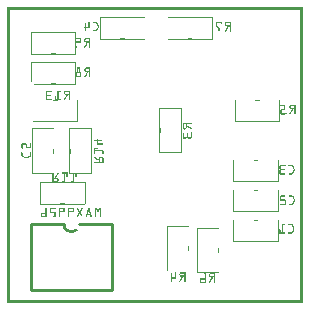
<source format=gbo>
G04 MADE WITH FRITZING*
G04 WWW.FRITZING.ORG*
G04 DOUBLE SIDED*
G04 HOLES PLATED*
G04 CONTOUR ON CENTER OF CONTOUR VECTOR*
%ASAXBY*%
%FSLAX23Y23*%
%MOIN*%
%OFA0B0*%
%SFA1.0B1.0*%
%ADD10C,0.010000*%
%ADD11R,0.001000X0.001000*%
%LNSILK0*%
G90*
G70*
G54D10*
X348Y262D02*
X238Y262D01*
D02*
X188Y262D02*
X78Y262D01*
D02*
X78Y262D02*
X78Y42D01*
D02*
X78Y42D02*
X348Y42D01*
D02*
X348Y42D02*
X348Y262D01*
G54D11*
X0Y984D02*
X983Y984D01*
X0Y983D02*
X983Y983D01*
X0Y982D02*
X983Y982D01*
X0Y981D02*
X983Y981D01*
X0Y980D02*
X983Y980D01*
X0Y979D02*
X983Y979D01*
X0Y978D02*
X983Y978D01*
X0Y977D02*
X983Y977D01*
X0Y976D02*
X7Y976D01*
X976Y976D02*
X983Y976D01*
X0Y975D02*
X7Y975D01*
X976Y975D02*
X983Y975D01*
X0Y974D02*
X7Y974D01*
X976Y974D02*
X983Y974D01*
X0Y973D02*
X7Y973D01*
X976Y973D02*
X983Y973D01*
X0Y972D02*
X7Y972D01*
X976Y972D02*
X983Y972D01*
X0Y971D02*
X7Y971D01*
X976Y971D02*
X983Y971D01*
X0Y970D02*
X7Y970D01*
X976Y970D02*
X983Y970D01*
X0Y969D02*
X7Y969D01*
X976Y969D02*
X983Y969D01*
X0Y968D02*
X7Y968D01*
X976Y968D02*
X983Y968D01*
X0Y967D02*
X7Y967D01*
X976Y967D02*
X983Y967D01*
X0Y966D02*
X7Y966D01*
X976Y966D02*
X983Y966D01*
X0Y965D02*
X7Y965D01*
X976Y965D02*
X983Y965D01*
X0Y964D02*
X7Y964D01*
X976Y964D02*
X983Y964D01*
X0Y963D02*
X7Y963D01*
X976Y963D02*
X983Y963D01*
X0Y962D02*
X7Y962D01*
X976Y962D02*
X983Y962D01*
X0Y961D02*
X7Y961D01*
X976Y961D02*
X983Y961D01*
X0Y960D02*
X7Y960D01*
X976Y960D02*
X983Y960D01*
X0Y959D02*
X7Y959D01*
X976Y959D02*
X983Y959D01*
X0Y958D02*
X7Y958D01*
X976Y958D02*
X983Y958D01*
X0Y957D02*
X7Y957D01*
X976Y957D02*
X983Y957D01*
X0Y956D02*
X7Y956D01*
X976Y956D02*
X983Y956D01*
X0Y955D02*
X7Y955D01*
X976Y955D02*
X983Y955D01*
X0Y954D02*
X7Y954D01*
X976Y954D02*
X983Y954D01*
X0Y953D02*
X7Y953D01*
X976Y953D02*
X983Y953D01*
X0Y952D02*
X7Y952D01*
X309Y952D02*
X459Y952D01*
X534Y952D02*
X684Y952D01*
X976Y952D02*
X983Y952D01*
X0Y951D02*
X7Y951D01*
X309Y951D02*
X459Y951D01*
X534Y951D02*
X684Y951D01*
X976Y951D02*
X983Y951D01*
X0Y950D02*
X7Y950D01*
X309Y950D02*
X459Y950D01*
X534Y950D02*
X684Y950D01*
X976Y950D02*
X983Y950D01*
X0Y949D02*
X7Y949D01*
X309Y949D02*
X311Y949D01*
X377Y949D02*
X391Y949D01*
X458Y949D02*
X459Y949D01*
X534Y949D02*
X536Y949D01*
X602Y949D02*
X616Y949D01*
X683Y949D02*
X684Y949D01*
X976Y949D02*
X983Y949D01*
X0Y948D02*
X7Y948D01*
X309Y948D02*
X311Y948D01*
X458Y948D02*
X459Y948D01*
X534Y948D02*
X536Y948D01*
X683Y948D02*
X684Y948D01*
X976Y948D02*
X983Y948D01*
X0Y947D02*
X7Y947D01*
X309Y947D02*
X311Y947D01*
X458Y947D02*
X459Y947D01*
X534Y947D02*
X536Y947D01*
X683Y947D02*
X684Y947D01*
X976Y947D02*
X983Y947D01*
X0Y946D02*
X7Y946D01*
X309Y946D02*
X311Y946D01*
X458Y946D02*
X459Y946D01*
X534Y946D02*
X536Y946D01*
X683Y946D02*
X684Y946D01*
X976Y946D02*
X983Y946D01*
X0Y945D02*
X7Y945D01*
X309Y945D02*
X311Y945D01*
X458Y945D02*
X459Y945D01*
X534Y945D02*
X536Y945D01*
X683Y945D02*
X684Y945D01*
X976Y945D02*
X983Y945D01*
X0Y944D02*
X7Y944D01*
X309Y944D02*
X311Y944D01*
X458Y944D02*
X459Y944D01*
X534Y944D02*
X536Y944D01*
X683Y944D02*
X684Y944D01*
X976Y944D02*
X983Y944D01*
X0Y943D02*
X7Y943D01*
X309Y943D02*
X311Y943D01*
X458Y943D02*
X459Y943D01*
X534Y943D02*
X536Y943D01*
X683Y943D02*
X684Y943D01*
X976Y943D02*
X983Y943D01*
X0Y942D02*
X7Y942D01*
X309Y942D02*
X311Y942D01*
X458Y942D02*
X459Y942D01*
X534Y942D02*
X536Y942D01*
X683Y942D02*
X684Y942D01*
X976Y942D02*
X983Y942D01*
X0Y941D02*
X7Y941D01*
X309Y941D02*
X311Y941D01*
X458Y941D02*
X459Y941D01*
X534Y941D02*
X536Y941D01*
X683Y941D02*
X684Y941D01*
X976Y941D02*
X983Y941D01*
X0Y940D02*
X7Y940D01*
X309Y940D02*
X311Y940D01*
X458Y940D02*
X459Y940D01*
X534Y940D02*
X536Y940D01*
X683Y940D02*
X684Y940D01*
X976Y940D02*
X983Y940D01*
X0Y939D02*
X7Y939D01*
X309Y939D02*
X311Y939D01*
X458Y939D02*
X459Y939D01*
X534Y939D02*
X536Y939D01*
X683Y939D02*
X684Y939D01*
X976Y939D02*
X983Y939D01*
X0Y938D02*
X7Y938D01*
X309Y938D02*
X311Y938D01*
X458Y938D02*
X459Y938D01*
X534Y938D02*
X536Y938D01*
X683Y938D02*
X684Y938D01*
X976Y938D02*
X983Y938D01*
X0Y937D02*
X7Y937D01*
X309Y937D02*
X311Y937D01*
X458Y937D02*
X459Y937D01*
X534Y937D02*
X536Y937D01*
X683Y937D02*
X684Y937D01*
X976Y937D02*
X983Y937D01*
X0Y936D02*
X7Y936D01*
X271Y936D02*
X272Y936D01*
X285Y936D02*
X296Y936D01*
X309Y936D02*
X311Y936D01*
X458Y936D02*
X459Y936D01*
X534Y936D02*
X536Y936D01*
X683Y936D02*
X684Y936D01*
X976Y936D02*
X983Y936D01*
X0Y935D02*
X7Y935D01*
X270Y935D02*
X273Y935D01*
X285Y935D02*
X298Y935D01*
X309Y935D02*
X311Y935D01*
X458Y935D02*
X459Y935D01*
X534Y935D02*
X536Y935D01*
X683Y935D02*
X684Y935D01*
X695Y935D02*
X714Y935D01*
X729Y935D02*
X745Y935D01*
X976Y935D02*
X983Y935D01*
X0Y934D02*
X7Y934D01*
X270Y934D02*
X273Y934D01*
X285Y934D02*
X299Y934D01*
X309Y934D02*
X311Y934D01*
X458Y934D02*
X459Y934D01*
X534Y934D02*
X536Y934D01*
X683Y934D02*
X684Y934D01*
X695Y934D02*
X715Y934D01*
X727Y934D02*
X745Y934D01*
X976Y934D02*
X983Y934D01*
X0Y933D02*
X7Y933D01*
X270Y933D02*
X273Y933D01*
X285Y933D02*
X299Y933D01*
X309Y933D02*
X311Y933D01*
X458Y933D02*
X459Y933D01*
X534Y933D02*
X536Y933D01*
X683Y933D02*
X684Y933D01*
X695Y933D02*
X715Y933D01*
X727Y933D02*
X745Y933D01*
X976Y933D02*
X983Y933D01*
X0Y932D02*
X7Y932D01*
X258Y932D02*
X260Y932D01*
X270Y932D02*
X273Y932D01*
X295Y932D02*
X300Y932D01*
X309Y932D02*
X311Y932D01*
X458Y932D02*
X459Y932D01*
X534Y932D02*
X536Y932D01*
X683Y932D02*
X684Y932D01*
X695Y932D02*
X715Y932D01*
X726Y932D02*
X745Y932D01*
X976Y932D02*
X983Y932D01*
X0Y931D02*
X7Y931D01*
X258Y931D02*
X261Y931D01*
X270Y931D02*
X273Y931D01*
X296Y931D02*
X300Y931D01*
X309Y931D02*
X311Y931D01*
X458Y931D02*
X459Y931D01*
X534Y931D02*
X536Y931D01*
X683Y931D02*
X684Y931D01*
X695Y931D02*
X698Y931D01*
X712Y931D02*
X715Y931D01*
X726Y931D02*
X729Y931D01*
X742Y931D02*
X745Y931D01*
X976Y931D02*
X983Y931D01*
X0Y930D02*
X7Y930D01*
X258Y930D02*
X261Y930D01*
X270Y930D02*
X273Y930D01*
X297Y930D02*
X301Y930D01*
X309Y930D02*
X311Y930D01*
X458Y930D02*
X459Y930D01*
X534Y930D02*
X536Y930D01*
X683Y930D02*
X684Y930D01*
X695Y930D02*
X698Y930D01*
X713Y930D02*
X714Y930D01*
X725Y930D02*
X729Y930D01*
X742Y930D02*
X745Y930D01*
X976Y930D02*
X983Y930D01*
X0Y929D02*
X7Y929D01*
X258Y929D02*
X261Y929D01*
X270Y929D02*
X273Y929D01*
X297Y929D02*
X301Y929D01*
X309Y929D02*
X311Y929D01*
X458Y929D02*
X459Y929D01*
X534Y929D02*
X536Y929D01*
X683Y929D02*
X684Y929D01*
X695Y929D02*
X698Y929D01*
X725Y929D02*
X729Y929D01*
X742Y929D02*
X745Y929D01*
X976Y929D02*
X983Y929D01*
X0Y928D02*
X7Y928D01*
X258Y928D02*
X261Y928D01*
X270Y928D02*
X273Y928D01*
X298Y928D02*
X302Y928D01*
X309Y928D02*
X311Y928D01*
X458Y928D02*
X459Y928D01*
X534Y928D02*
X536Y928D01*
X683Y928D02*
X684Y928D01*
X695Y928D02*
X698Y928D01*
X725Y928D02*
X729Y928D01*
X742Y928D02*
X745Y928D01*
X976Y928D02*
X983Y928D01*
X0Y927D02*
X7Y927D01*
X258Y927D02*
X261Y927D01*
X270Y927D02*
X273Y927D01*
X298Y927D02*
X302Y927D01*
X309Y927D02*
X311Y927D01*
X458Y927D02*
X459Y927D01*
X534Y927D02*
X536Y927D01*
X683Y927D02*
X684Y927D01*
X695Y927D02*
X698Y927D01*
X725Y927D02*
X729Y927D01*
X742Y927D02*
X745Y927D01*
X976Y927D02*
X983Y927D01*
X0Y926D02*
X7Y926D01*
X258Y926D02*
X261Y926D01*
X270Y926D02*
X273Y926D01*
X299Y926D02*
X303Y926D01*
X309Y926D02*
X311Y926D01*
X458Y926D02*
X459Y926D01*
X534Y926D02*
X536Y926D01*
X683Y926D02*
X684Y926D01*
X695Y926D02*
X698Y926D01*
X725Y926D02*
X729Y926D01*
X742Y926D02*
X745Y926D01*
X976Y926D02*
X983Y926D01*
X0Y925D02*
X7Y925D01*
X258Y925D02*
X261Y925D01*
X270Y925D02*
X273Y925D01*
X299Y925D02*
X303Y925D01*
X309Y925D02*
X311Y925D01*
X458Y925D02*
X459Y925D01*
X534Y925D02*
X536Y925D01*
X683Y925D02*
X684Y925D01*
X695Y925D02*
X698Y925D01*
X726Y925D02*
X745Y925D01*
X976Y925D02*
X983Y925D01*
X0Y924D02*
X7Y924D01*
X258Y924D02*
X261Y924D01*
X270Y924D02*
X273Y924D01*
X300Y924D02*
X303Y924D01*
X309Y924D02*
X311Y924D01*
X458Y924D02*
X459Y924D01*
X534Y924D02*
X536Y924D01*
X683Y924D02*
X684Y924D01*
X695Y924D02*
X699Y924D01*
X726Y924D02*
X745Y924D01*
X976Y924D02*
X983Y924D01*
X0Y923D02*
X7Y923D01*
X258Y923D02*
X261Y923D01*
X270Y923D02*
X273Y923D01*
X300Y923D02*
X304Y923D01*
X309Y923D02*
X311Y923D01*
X458Y923D02*
X459Y923D01*
X534Y923D02*
X536Y923D01*
X683Y923D02*
X684Y923D01*
X695Y923D02*
X700Y923D01*
X727Y923D02*
X745Y923D01*
X976Y923D02*
X983Y923D01*
X0Y922D02*
X7Y922D01*
X258Y922D02*
X261Y922D01*
X270Y922D02*
X273Y922D01*
X301Y922D02*
X304Y922D01*
X309Y922D02*
X311Y922D01*
X458Y922D02*
X459Y922D01*
X534Y922D02*
X536Y922D01*
X683Y922D02*
X684Y922D01*
X696Y922D02*
X701Y922D01*
X728Y922D02*
X745Y922D01*
X976Y922D02*
X983Y922D01*
X0Y921D02*
X7Y921D01*
X258Y921D02*
X261Y921D01*
X270Y921D02*
X273Y921D01*
X301Y921D02*
X304Y921D01*
X309Y921D02*
X311Y921D01*
X458Y921D02*
X459Y921D01*
X534Y921D02*
X536Y921D01*
X683Y921D02*
X684Y921D01*
X696Y921D02*
X702Y921D01*
X731Y921D02*
X745Y921D01*
X976Y921D02*
X983Y921D01*
X0Y920D02*
X7Y920D01*
X258Y920D02*
X261Y920D01*
X270Y920D02*
X273Y920D01*
X301Y920D02*
X304Y920D01*
X309Y920D02*
X311Y920D01*
X458Y920D02*
X459Y920D01*
X534Y920D02*
X536Y920D01*
X683Y920D02*
X684Y920D01*
X698Y920D02*
X703Y920D01*
X733Y920D02*
X737Y920D01*
X742Y920D02*
X745Y920D01*
X976Y920D02*
X983Y920D01*
X0Y919D02*
X7Y919D01*
X257Y919D02*
X261Y919D01*
X270Y919D02*
X273Y919D01*
X301Y919D02*
X304Y919D01*
X309Y919D02*
X311Y919D01*
X458Y919D02*
X459Y919D01*
X534Y919D02*
X536Y919D01*
X683Y919D02*
X684Y919D01*
X699Y919D02*
X704Y919D01*
X733Y919D02*
X737Y919D01*
X742Y919D02*
X745Y919D01*
X976Y919D02*
X983Y919D01*
X0Y918D02*
X7Y918D01*
X256Y918D02*
X273Y918D01*
X301Y918D02*
X304Y918D01*
X309Y918D02*
X311Y918D01*
X458Y918D02*
X459Y918D01*
X534Y918D02*
X536Y918D01*
X683Y918D02*
X684Y918D01*
X700Y918D02*
X705Y918D01*
X732Y918D02*
X736Y918D01*
X742Y918D02*
X745Y918D01*
X976Y918D02*
X983Y918D01*
X0Y917D02*
X7Y917D01*
X256Y917D02*
X273Y917D01*
X300Y917D02*
X304Y917D01*
X309Y917D02*
X311Y917D01*
X458Y917D02*
X459Y917D01*
X534Y917D02*
X536Y917D01*
X683Y917D02*
X684Y917D01*
X701Y917D02*
X706Y917D01*
X732Y917D02*
X736Y917D01*
X742Y917D02*
X745Y917D01*
X976Y917D02*
X983Y917D01*
X0Y916D02*
X7Y916D01*
X256Y916D02*
X273Y916D01*
X300Y916D02*
X303Y916D01*
X309Y916D02*
X311Y916D01*
X458Y916D02*
X459Y916D01*
X534Y916D02*
X536Y916D01*
X683Y916D02*
X684Y916D01*
X702Y916D02*
X707Y916D01*
X731Y916D02*
X735Y916D01*
X742Y916D02*
X745Y916D01*
X976Y916D02*
X983Y916D01*
X0Y915D02*
X7Y915D01*
X257Y915D02*
X273Y915D01*
X299Y915D02*
X303Y915D01*
X309Y915D02*
X311Y915D01*
X458Y915D02*
X459Y915D01*
X534Y915D02*
X536Y915D01*
X683Y915D02*
X684Y915D01*
X703Y915D02*
X707Y915D01*
X731Y915D02*
X734Y915D01*
X742Y915D02*
X745Y915D01*
X976Y915D02*
X983Y915D01*
X0Y914D02*
X7Y914D01*
X258Y914D02*
X261Y914D01*
X299Y914D02*
X302Y914D01*
X309Y914D02*
X311Y914D01*
X458Y914D02*
X459Y914D01*
X534Y914D02*
X536Y914D01*
X683Y914D02*
X684Y914D01*
X703Y914D02*
X707Y914D01*
X730Y914D02*
X734Y914D01*
X742Y914D02*
X745Y914D01*
X976Y914D02*
X983Y914D01*
X0Y913D02*
X7Y913D01*
X258Y913D02*
X261Y913D01*
X298Y913D02*
X302Y913D01*
X309Y913D02*
X311Y913D01*
X458Y913D02*
X459Y913D01*
X534Y913D02*
X536Y913D01*
X683Y913D02*
X684Y913D01*
X703Y913D02*
X707Y913D01*
X729Y913D02*
X733Y913D01*
X742Y913D02*
X745Y913D01*
X976Y913D02*
X983Y913D01*
X0Y912D02*
X7Y912D01*
X258Y912D02*
X261Y912D01*
X298Y912D02*
X301Y912D01*
X309Y912D02*
X311Y912D01*
X458Y912D02*
X459Y912D01*
X534Y912D02*
X536Y912D01*
X683Y912D02*
X684Y912D01*
X703Y912D02*
X707Y912D01*
X729Y912D02*
X733Y912D01*
X742Y912D02*
X745Y912D01*
X976Y912D02*
X983Y912D01*
X0Y911D02*
X7Y911D01*
X258Y911D02*
X261Y911D01*
X297Y911D02*
X301Y911D01*
X309Y911D02*
X311Y911D01*
X458Y911D02*
X459Y911D01*
X534Y911D02*
X536Y911D01*
X683Y911D02*
X684Y911D01*
X703Y911D02*
X707Y911D01*
X728Y911D02*
X732Y911D01*
X742Y911D02*
X745Y911D01*
X976Y911D02*
X983Y911D01*
X0Y910D02*
X7Y910D01*
X258Y910D02*
X261Y910D01*
X297Y910D02*
X300Y910D01*
X309Y910D02*
X311Y910D01*
X458Y910D02*
X459Y910D01*
X534Y910D02*
X536Y910D01*
X683Y910D02*
X684Y910D01*
X703Y910D02*
X707Y910D01*
X728Y910D02*
X732Y910D01*
X742Y910D02*
X745Y910D01*
X976Y910D02*
X983Y910D01*
X0Y909D02*
X7Y909D01*
X258Y909D02*
X261Y909D01*
X296Y909D02*
X300Y909D01*
X309Y909D02*
X311Y909D01*
X458Y909D02*
X459Y909D01*
X534Y909D02*
X536Y909D01*
X683Y909D02*
X684Y909D01*
X703Y909D02*
X707Y909D01*
X727Y909D02*
X731Y909D01*
X742Y909D02*
X745Y909D01*
X976Y909D02*
X983Y909D01*
X0Y908D02*
X7Y908D01*
X258Y908D02*
X261Y908D01*
X286Y908D02*
X299Y908D01*
X309Y908D02*
X311Y908D01*
X458Y908D02*
X459Y908D01*
X534Y908D02*
X536Y908D01*
X683Y908D02*
X684Y908D01*
X703Y908D02*
X707Y908D01*
X726Y908D02*
X730Y908D01*
X742Y908D02*
X745Y908D01*
X976Y908D02*
X983Y908D01*
X0Y907D02*
X7Y907D01*
X258Y907D02*
X261Y907D01*
X285Y907D02*
X299Y907D01*
X309Y907D02*
X311Y907D01*
X458Y907D02*
X459Y907D01*
X534Y907D02*
X536Y907D01*
X683Y907D02*
X684Y907D01*
X703Y907D02*
X707Y907D01*
X726Y907D02*
X730Y907D01*
X742Y907D02*
X745Y907D01*
X976Y907D02*
X983Y907D01*
X0Y906D02*
X7Y906D01*
X258Y906D02*
X261Y906D01*
X285Y906D02*
X298Y906D01*
X309Y906D02*
X311Y906D01*
X458Y906D02*
X459Y906D01*
X534Y906D02*
X536Y906D01*
X683Y906D02*
X684Y906D01*
X703Y906D02*
X707Y906D01*
X725Y906D02*
X729Y906D01*
X742Y906D02*
X745Y906D01*
X976Y906D02*
X983Y906D01*
X0Y905D02*
X7Y905D01*
X258Y905D02*
X260Y905D01*
X285Y905D02*
X297Y905D01*
X309Y905D02*
X311Y905D01*
X458Y905D02*
X459Y905D01*
X534Y905D02*
X536Y905D01*
X683Y905D02*
X684Y905D01*
X704Y905D02*
X707Y905D01*
X725Y905D02*
X729Y905D01*
X742Y905D02*
X745Y905D01*
X976Y905D02*
X983Y905D01*
X0Y904D02*
X7Y904D01*
X309Y904D02*
X311Y904D01*
X458Y904D02*
X459Y904D01*
X534Y904D02*
X536Y904D01*
X683Y904D02*
X684Y904D01*
X704Y904D02*
X706Y904D01*
X726Y904D02*
X728Y904D01*
X742Y904D02*
X744Y904D01*
X976Y904D02*
X983Y904D01*
X0Y903D02*
X7Y903D01*
X309Y903D02*
X311Y903D01*
X458Y903D02*
X459Y903D01*
X534Y903D02*
X536Y903D01*
X683Y903D02*
X684Y903D01*
X976Y903D02*
X983Y903D01*
X0Y902D02*
X7Y902D01*
X78Y902D02*
X229Y902D01*
X309Y902D02*
X311Y902D01*
X458Y902D02*
X459Y902D01*
X534Y902D02*
X536Y902D01*
X683Y902D02*
X684Y902D01*
X976Y902D02*
X983Y902D01*
X0Y901D02*
X7Y901D01*
X78Y901D02*
X229Y901D01*
X309Y901D02*
X311Y901D01*
X458Y901D02*
X459Y901D01*
X534Y901D02*
X536Y901D01*
X683Y901D02*
X684Y901D01*
X976Y901D02*
X983Y901D01*
X0Y900D02*
X7Y900D01*
X78Y900D02*
X229Y900D01*
X309Y900D02*
X311Y900D01*
X458Y900D02*
X459Y900D01*
X534Y900D02*
X536Y900D01*
X683Y900D02*
X684Y900D01*
X976Y900D02*
X983Y900D01*
X0Y899D02*
X7Y899D01*
X78Y899D02*
X80Y899D01*
X146Y899D02*
X161Y899D01*
X227Y899D02*
X229Y899D01*
X309Y899D02*
X311Y899D01*
X458Y899D02*
X459Y899D01*
X534Y899D02*
X536Y899D01*
X683Y899D02*
X684Y899D01*
X976Y899D02*
X983Y899D01*
X0Y898D02*
X7Y898D01*
X78Y898D02*
X80Y898D01*
X227Y898D02*
X229Y898D01*
X309Y898D02*
X311Y898D01*
X458Y898D02*
X459Y898D01*
X534Y898D02*
X536Y898D01*
X683Y898D02*
X684Y898D01*
X976Y898D02*
X983Y898D01*
X0Y897D02*
X7Y897D01*
X78Y897D02*
X80Y897D01*
X227Y897D02*
X229Y897D01*
X309Y897D02*
X311Y897D01*
X458Y897D02*
X459Y897D01*
X534Y897D02*
X536Y897D01*
X683Y897D02*
X684Y897D01*
X976Y897D02*
X983Y897D01*
X0Y896D02*
X7Y896D01*
X78Y896D02*
X80Y896D01*
X227Y896D02*
X229Y896D01*
X309Y896D02*
X311Y896D01*
X458Y896D02*
X459Y896D01*
X534Y896D02*
X536Y896D01*
X683Y896D02*
X684Y896D01*
X976Y896D02*
X983Y896D01*
X0Y895D02*
X7Y895D01*
X78Y895D02*
X80Y895D01*
X227Y895D02*
X229Y895D01*
X309Y895D02*
X311Y895D01*
X458Y895D02*
X459Y895D01*
X534Y895D02*
X536Y895D01*
X683Y895D02*
X684Y895D01*
X976Y895D02*
X983Y895D01*
X0Y894D02*
X7Y894D01*
X78Y894D02*
X80Y894D01*
X227Y894D02*
X229Y894D01*
X309Y894D02*
X311Y894D01*
X458Y894D02*
X459Y894D01*
X534Y894D02*
X536Y894D01*
X683Y894D02*
X684Y894D01*
X976Y894D02*
X983Y894D01*
X0Y893D02*
X7Y893D01*
X78Y893D02*
X80Y893D01*
X227Y893D02*
X229Y893D01*
X309Y893D02*
X311Y893D01*
X458Y893D02*
X459Y893D01*
X534Y893D02*
X536Y893D01*
X683Y893D02*
X684Y893D01*
X976Y893D02*
X983Y893D01*
X0Y892D02*
X7Y892D01*
X78Y892D02*
X80Y892D01*
X227Y892D02*
X229Y892D01*
X309Y892D02*
X311Y892D01*
X458Y892D02*
X459Y892D01*
X534Y892D02*
X536Y892D01*
X683Y892D02*
X684Y892D01*
X976Y892D02*
X983Y892D01*
X0Y891D02*
X7Y891D01*
X78Y891D02*
X80Y891D01*
X227Y891D02*
X229Y891D01*
X309Y891D02*
X311Y891D01*
X458Y891D02*
X459Y891D01*
X534Y891D02*
X536Y891D01*
X683Y891D02*
X684Y891D01*
X976Y891D02*
X983Y891D01*
X0Y890D02*
X7Y890D01*
X78Y890D02*
X80Y890D01*
X227Y890D02*
X229Y890D01*
X309Y890D02*
X311Y890D01*
X458Y890D02*
X459Y890D01*
X534Y890D02*
X536Y890D01*
X683Y890D02*
X684Y890D01*
X976Y890D02*
X983Y890D01*
X0Y889D02*
X7Y889D01*
X78Y889D02*
X80Y889D01*
X227Y889D02*
X229Y889D01*
X309Y889D02*
X311Y889D01*
X458Y889D02*
X459Y889D01*
X534Y889D02*
X536Y889D01*
X683Y889D02*
X684Y889D01*
X976Y889D02*
X983Y889D01*
X0Y888D02*
X7Y888D01*
X78Y888D02*
X80Y888D01*
X227Y888D02*
X229Y888D01*
X309Y888D02*
X311Y888D01*
X458Y888D02*
X459Y888D01*
X534Y888D02*
X536Y888D01*
X683Y888D02*
X684Y888D01*
X976Y888D02*
X983Y888D01*
X0Y887D02*
X7Y887D01*
X78Y887D02*
X80Y887D01*
X227Y887D02*
X229Y887D01*
X309Y887D02*
X311Y887D01*
X458Y887D02*
X459Y887D01*
X534Y887D02*
X536Y887D01*
X683Y887D02*
X684Y887D01*
X976Y887D02*
X983Y887D01*
X0Y886D02*
X7Y886D01*
X78Y886D02*
X80Y886D01*
X227Y886D02*
X229Y886D01*
X309Y886D02*
X311Y886D01*
X458Y886D02*
X459Y886D01*
X534Y886D02*
X536Y886D01*
X683Y886D02*
X684Y886D01*
X976Y886D02*
X983Y886D01*
X0Y885D02*
X7Y885D01*
X78Y885D02*
X80Y885D01*
X227Y885D02*
X229Y885D01*
X309Y885D02*
X311Y885D01*
X458Y885D02*
X459Y885D01*
X534Y885D02*
X536Y885D01*
X683Y885D02*
X684Y885D01*
X976Y885D02*
X983Y885D01*
X0Y884D02*
X7Y884D01*
X78Y884D02*
X80Y884D01*
X227Y884D02*
X229Y884D01*
X309Y884D02*
X311Y884D01*
X458Y884D02*
X459Y884D01*
X534Y884D02*
X536Y884D01*
X683Y884D02*
X684Y884D01*
X976Y884D02*
X983Y884D01*
X0Y883D02*
X7Y883D01*
X78Y883D02*
X80Y883D01*
X227Y883D02*
X229Y883D01*
X309Y883D02*
X311Y883D01*
X458Y883D02*
X459Y883D01*
X534Y883D02*
X536Y883D01*
X683Y883D02*
X684Y883D01*
X976Y883D02*
X983Y883D01*
X0Y882D02*
X7Y882D01*
X78Y882D02*
X80Y882D01*
X227Y882D02*
X245Y882D01*
X260Y882D02*
X276Y882D01*
X309Y882D02*
X311Y882D01*
X458Y882D02*
X459Y882D01*
X534Y882D02*
X536Y882D01*
X683Y882D02*
X684Y882D01*
X976Y882D02*
X983Y882D01*
X0Y881D02*
X7Y881D01*
X78Y881D02*
X80Y881D01*
X227Y881D02*
X245Y881D01*
X258Y881D02*
X276Y881D01*
X309Y881D02*
X311Y881D01*
X377Y881D02*
X392Y881D01*
X458Y881D02*
X459Y881D01*
X534Y881D02*
X536Y881D01*
X602Y881D02*
X616Y881D01*
X682Y881D02*
X684Y881D01*
X976Y881D02*
X983Y881D01*
X0Y880D02*
X7Y880D01*
X78Y880D02*
X80Y880D01*
X227Y880D02*
X246Y880D01*
X257Y880D02*
X276Y880D01*
X309Y880D02*
X459Y880D01*
X534Y880D02*
X684Y880D01*
X976Y880D02*
X983Y880D01*
X0Y879D02*
X7Y879D01*
X78Y879D02*
X80Y879D01*
X227Y879D02*
X246Y879D01*
X257Y879D02*
X276Y879D01*
X309Y879D02*
X459Y879D01*
X534Y879D02*
X684Y879D01*
X976Y879D02*
X983Y879D01*
X0Y878D02*
X7Y878D01*
X78Y878D02*
X80Y878D01*
X227Y878D02*
X229Y878D01*
X242Y878D02*
X246Y878D01*
X256Y878D02*
X260Y878D01*
X272Y878D02*
X276Y878D01*
X309Y878D02*
X459Y878D01*
X534Y878D02*
X684Y878D01*
X976Y878D02*
X983Y878D01*
X0Y877D02*
X7Y877D01*
X78Y877D02*
X80Y877D01*
X227Y877D02*
X229Y877D01*
X242Y877D02*
X246Y877D01*
X256Y877D02*
X259Y877D01*
X273Y877D02*
X276Y877D01*
X976Y877D02*
X983Y877D01*
X0Y876D02*
X7Y876D01*
X78Y876D02*
X80Y876D01*
X227Y876D02*
X229Y876D01*
X242Y876D02*
X246Y876D01*
X256Y876D02*
X259Y876D01*
X273Y876D02*
X276Y876D01*
X976Y876D02*
X983Y876D01*
X0Y875D02*
X7Y875D01*
X78Y875D02*
X80Y875D01*
X227Y875D02*
X229Y875D01*
X242Y875D02*
X246Y875D01*
X256Y875D02*
X259Y875D01*
X273Y875D02*
X276Y875D01*
X976Y875D02*
X983Y875D01*
X0Y874D02*
X7Y874D01*
X78Y874D02*
X80Y874D01*
X227Y874D02*
X229Y874D01*
X242Y874D02*
X246Y874D01*
X256Y874D02*
X259Y874D01*
X273Y874D02*
X276Y874D01*
X976Y874D02*
X983Y874D01*
X0Y873D02*
X7Y873D01*
X78Y873D02*
X80Y873D01*
X227Y873D02*
X229Y873D01*
X242Y873D02*
X246Y873D01*
X256Y873D02*
X260Y873D01*
X273Y873D02*
X276Y873D01*
X976Y873D02*
X983Y873D01*
X0Y872D02*
X7Y872D01*
X78Y872D02*
X80Y872D01*
X227Y872D02*
X229Y872D01*
X242Y872D02*
X246Y872D01*
X256Y872D02*
X261Y872D01*
X272Y872D02*
X276Y872D01*
X976Y872D02*
X983Y872D01*
X0Y871D02*
X7Y871D01*
X78Y871D02*
X80Y871D01*
X227Y871D02*
X246Y871D01*
X257Y871D02*
X276Y871D01*
X976Y871D02*
X983Y871D01*
X0Y870D02*
X7Y870D01*
X78Y870D02*
X80Y870D01*
X227Y870D02*
X246Y870D01*
X258Y870D02*
X276Y870D01*
X976Y870D02*
X983Y870D01*
X0Y869D02*
X7Y869D01*
X78Y869D02*
X80Y869D01*
X227Y869D02*
X245Y869D01*
X259Y869D02*
X276Y869D01*
X976Y869D02*
X983Y869D01*
X0Y868D02*
X7Y868D01*
X78Y868D02*
X80Y868D01*
X227Y868D02*
X244Y868D01*
X261Y868D02*
X276Y868D01*
X976Y868D02*
X983Y868D01*
X0Y867D02*
X7Y867D01*
X78Y867D02*
X80Y867D01*
X227Y867D02*
X229Y867D01*
X264Y867D02*
X268Y867D01*
X273Y867D02*
X276Y867D01*
X976Y867D02*
X983Y867D01*
X0Y866D02*
X7Y866D01*
X78Y866D02*
X80Y866D01*
X227Y866D02*
X229Y866D01*
X264Y866D02*
X268Y866D01*
X273Y866D02*
X276Y866D01*
X976Y866D02*
X983Y866D01*
X0Y865D02*
X7Y865D01*
X78Y865D02*
X80Y865D01*
X227Y865D02*
X229Y865D01*
X263Y865D02*
X267Y865D01*
X273Y865D02*
X276Y865D01*
X976Y865D02*
X983Y865D01*
X0Y864D02*
X7Y864D01*
X78Y864D02*
X80Y864D01*
X227Y864D02*
X229Y864D01*
X263Y864D02*
X266Y864D01*
X273Y864D02*
X276Y864D01*
X976Y864D02*
X983Y864D01*
X0Y863D02*
X7Y863D01*
X78Y863D02*
X80Y863D01*
X227Y863D02*
X229Y863D01*
X262Y863D02*
X266Y863D01*
X273Y863D02*
X276Y863D01*
X976Y863D02*
X983Y863D01*
X0Y862D02*
X7Y862D01*
X78Y862D02*
X80Y862D01*
X227Y862D02*
X229Y862D01*
X261Y862D02*
X265Y862D01*
X273Y862D02*
X276Y862D01*
X976Y862D02*
X983Y862D01*
X0Y861D02*
X7Y861D01*
X78Y861D02*
X80Y861D01*
X227Y861D02*
X229Y861D01*
X261Y861D02*
X265Y861D01*
X273Y861D02*
X276Y861D01*
X976Y861D02*
X983Y861D01*
X0Y860D02*
X7Y860D01*
X78Y860D02*
X80Y860D01*
X227Y860D02*
X229Y860D01*
X260Y860D02*
X264Y860D01*
X273Y860D02*
X276Y860D01*
X976Y860D02*
X983Y860D01*
X0Y859D02*
X7Y859D01*
X78Y859D02*
X80Y859D01*
X227Y859D02*
X229Y859D01*
X260Y859D02*
X264Y859D01*
X273Y859D02*
X276Y859D01*
X976Y859D02*
X983Y859D01*
X0Y858D02*
X7Y858D01*
X78Y858D02*
X80Y858D01*
X227Y858D02*
X229Y858D01*
X259Y858D02*
X263Y858D01*
X273Y858D02*
X276Y858D01*
X976Y858D02*
X983Y858D01*
X0Y857D02*
X7Y857D01*
X78Y857D02*
X80Y857D01*
X227Y857D02*
X229Y857D01*
X258Y857D02*
X262Y857D01*
X273Y857D02*
X276Y857D01*
X976Y857D02*
X983Y857D01*
X0Y856D02*
X7Y856D01*
X78Y856D02*
X80Y856D01*
X227Y856D02*
X229Y856D01*
X258Y856D02*
X262Y856D01*
X273Y856D02*
X276Y856D01*
X976Y856D02*
X983Y856D01*
X0Y855D02*
X7Y855D01*
X78Y855D02*
X80Y855D01*
X227Y855D02*
X229Y855D01*
X257Y855D02*
X261Y855D01*
X273Y855D02*
X276Y855D01*
X976Y855D02*
X983Y855D01*
X0Y854D02*
X7Y854D01*
X78Y854D02*
X80Y854D01*
X227Y854D02*
X230Y854D01*
X257Y854D02*
X261Y854D01*
X273Y854D02*
X276Y854D01*
X976Y854D02*
X983Y854D01*
X0Y853D02*
X7Y853D01*
X78Y853D02*
X80Y853D01*
X227Y853D02*
X231Y853D01*
X256Y853D02*
X260Y853D01*
X273Y853D02*
X276Y853D01*
X976Y853D02*
X983Y853D01*
X0Y852D02*
X7Y852D01*
X78Y852D02*
X80Y852D01*
X227Y852D02*
X231Y852D01*
X256Y852D02*
X259Y852D01*
X273Y852D02*
X276Y852D01*
X976Y852D02*
X983Y852D01*
X0Y851D02*
X7Y851D01*
X78Y851D02*
X80Y851D01*
X227Y851D02*
X231Y851D01*
X256Y851D02*
X259Y851D01*
X273Y851D02*
X275Y851D01*
X976Y851D02*
X983Y851D01*
X0Y850D02*
X7Y850D01*
X78Y850D02*
X80Y850D01*
X227Y850D02*
X229Y850D01*
X976Y850D02*
X983Y850D01*
X0Y849D02*
X7Y849D01*
X78Y849D02*
X80Y849D01*
X227Y849D02*
X229Y849D01*
X976Y849D02*
X983Y849D01*
X0Y848D02*
X7Y848D01*
X78Y848D02*
X80Y848D01*
X227Y848D02*
X229Y848D01*
X976Y848D02*
X983Y848D01*
X0Y847D02*
X7Y847D01*
X78Y847D02*
X80Y847D01*
X227Y847D02*
X229Y847D01*
X976Y847D02*
X983Y847D01*
X0Y846D02*
X7Y846D01*
X78Y846D02*
X80Y846D01*
X227Y846D02*
X229Y846D01*
X976Y846D02*
X983Y846D01*
X0Y845D02*
X7Y845D01*
X78Y845D02*
X80Y845D01*
X227Y845D02*
X229Y845D01*
X976Y845D02*
X983Y845D01*
X0Y844D02*
X7Y844D01*
X78Y844D02*
X80Y844D01*
X227Y844D02*
X229Y844D01*
X976Y844D02*
X983Y844D01*
X0Y843D02*
X7Y843D01*
X78Y843D02*
X80Y843D01*
X227Y843D02*
X229Y843D01*
X976Y843D02*
X983Y843D01*
X0Y842D02*
X7Y842D01*
X78Y842D02*
X80Y842D01*
X227Y842D02*
X229Y842D01*
X976Y842D02*
X983Y842D01*
X0Y841D02*
X7Y841D01*
X78Y841D02*
X80Y841D01*
X227Y841D02*
X229Y841D01*
X976Y841D02*
X983Y841D01*
X0Y840D02*
X7Y840D01*
X78Y840D02*
X80Y840D01*
X227Y840D02*
X229Y840D01*
X976Y840D02*
X983Y840D01*
X0Y839D02*
X7Y839D01*
X78Y839D02*
X80Y839D01*
X227Y839D02*
X229Y839D01*
X976Y839D02*
X983Y839D01*
X0Y838D02*
X7Y838D01*
X78Y838D02*
X80Y838D01*
X227Y838D02*
X229Y838D01*
X976Y838D02*
X983Y838D01*
X0Y837D02*
X7Y837D01*
X78Y837D02*
X80Y837D01*
X227Y837D02*
X229Y837D01*
X976Y837D02*
X983Y837D01*
X0Y836D02*
X7Y836D01*
X78Y836D02*
X80Y836D01*
X227Y836D02*
X229Y836D01*
X976Y836D02*
X983Y836D01*
X0Y835D02*
X7Y835D01*
X78Y835D02*
X80Y835D01*
X227Y835D02*
X229Y835D01*
X976Y835D02*
X983Y835D01*
X0Y834D02*
X7Y834D01*
X78Y834D02*
X80Y834D01*
X227Y834D02*
X229Y834D01*
X976Y834D02*
X983Y834D01*
X0Y833D02*
X7Y833D01*
X78Y833D02*
X80Y833D01*
X227Y833D02*
X229Y833D01*
X976Y833D02*
X983Y833D01*
X0Y832D02*
X7Y832D01*
X78Y832D02*
X80Y832D01*
X227Y832D02*
X229Y832D01*
X976Y832D02*
X983Y832D01*
X0Y831D02*
X7Y831D01*
X78Y831D02*
X80Y831D01*
X146Y831D02*
X161Y831D01*
X227Y831D02*
X229Y831D01*
X976Y831D02*
X983Y831D01*
X0Y830D02*
X7Y830D01*
X78Y830D02*
X229Y830D01*
X976Y830D02*
X983Y830D01*
X0Y829D02*
X7Y829D01*
X78Y829D02*
X229Y829D01*
X976Y829D02*
X983Y829D01*
X0Y828D02*
X7Y828D01*
X78Y828D02*
X229Y828D01*
X976Y828D02*
X983Y828D01*
X0Y827D02*
X7Y827D01*
X976Y827D02*
X983Y827D01*
X0Y826D02*
X7Y826D01*
X976Y826D02*
X983Y826D01*
X0Y825D02*
X7Y825D01*
X976Y825D02*
X983Y825D01*
X0Y824D02*
X7Y824D01*
X976Y824D02*
X983Y824D01*
X0Y823D02*
X7Y823D01*
X976Y823D02*
X983Y823D01*
X0Y822D02*
X7Y822D01*
X976Y822D02*
X983Y822D01*
X0Y821D02*
X7Y821D01*
X976Y821D02*
X983Y821D01*
X0Y820D02*
X7Y820D01*
X976Y820D02*
X983Y820D01*
X0Y819D02*
X7Y819D01*
X976Y819D02*
X983Y819D01*
X0Y818D02*
X7Y818D01*
X976Y818D02*
X983Y818D01*
X0Y817D02*
X7Y817D01*
X976Y817D02*
X983Y817D01*
X0Y816D02*
X7Y816D01*
X976Y816D02*
X983Y816D01*
X0Y815D02*
X7Y815D01*
X976Y815D02*
X983Y815D01*
X0Y814D02*
X7Y814D01*
X976Y814D02*
X983Y814D01*
X0Y813D02*
X7Y813D01*
X976Y813D02*
X983Y813D01*
X0Y812D02*
X7Y812D01*
X976Y812D02*
X983Y812D01*
X0Y811D02*
X7Y811D01*
X976Y811D02*
X983Y811D01*
X0Y810D02*
X7Y810D01*
X976Y810D02*
X983Y810D01*
X0Y809D02*
X7Y809D01*
X976Y809D02*
X983Y809D01*
X0Y808D02*
X7Y808D01*
X976Y808D02*
X983Y808D01*
X0Y807D02*
X7Y807D01*
X976Y807D02*
X983Y807D01*
X0Y806D02*
X7Y806D01*
X976Y806D02*
X983Y806D01*
X0Y805D02*
X7Y805D01*
X976Y805D02*
X983Y805D01*
X0Y804D02*
X7Y804D01*
X976Y804D02*
X983Y804D01*
X0Y803D02*
X7Y803D01*
X976Y803D02*
X983Y803D01*
X0Y802D02*
X7Y802D01*
X78Y802D02*
X229Y802D01*
X976Y802D02*
X983Y802D01*
X0Y801D02*
X7Y801D01*
X78Y801D02*
X229Y801D01*
X976Y801D02*
X983Y801D01*
X0Y800D02*
X7Y800D01*
X78Y800D02*
X229Y800D01*
X976Y800D02*
X983Y800D01*
X0Y799D02*
X7Y799D01*
X78Y799D02*
X80Y799D01*
X146Y799D02*
X161Y799D01*
X227Y799D02*
X229Y799D01*
X976Y799D02*
X983Y799D01*
X0Y798D02*
X7Y798D01*
X78Y798D02*
X80Y798D01*
X227Y798D02*
X229Y798D01*
X976Y798D02*
X983Y798D01*
X0Y797D02*
X7Y797D01*
X78Y797D02*
X80Y797D01*
X227Y797D02*
X229Y797D01*
X976Y797D02*
X983Y797D01*
X0Y796D02*
X7Y796D01*
X78Y796D02*
X80Y796D01*
X227Y796D02*
X229Y796D01*
X976Y796D02*
X983Y796D01*
X0Y795D02*
X7Y795D01*
X78Y795D02*
X80Y795D01*
X227Y795D02*
X229Y795D01*
X976Y795D02*
X983Y795D01*
X0Y794D02*
X7Y794D01*
X78Y794D02*
X80Y794D01*
X227Y794D02*
X229Y794D01*
X976Y794D02*
X983Y794D01*
X0Y793D02*
X7Y793D01*
X78Y793D02*
X80Y793D01*
X227Y793D02*
X229Y793D01*
X976Y793D02*
X983Y793D01*
X0Y792D02*
X7Y792D01*
X78Y792D02*
X80Y792D01*
X227Y792D02*
X229Y792D01*
X976Y792D02*
X983Y792D01*
X0Y791D02*
X7Y791D01*
X78Y791D02*
X80Y791D01*
X227Y791D02*
X229Y791D01*
X976Y791D02*
X983Y791D01*
X0Y790D02*
X7Y790D01*
X78Y790D02*
X80Y790D01*
X227Y790D02*
X229Y790D01*
X976Y790D02*
X983Y790D01*
X0Y789D02*
X7Y789D01*
X78Y789D02*
X80Y789D01*
X227Y789D02*
X229Y789D01*
X976Y789D02*
X983Y789D01*
X0Y788D02*
X7Y788D01*
X78Y788D02*
X80Y788D01*
X227Y788D02*
X229Y788D01*
X976Y788D02*
X983Y788D01*
X0Y787D02*
X7Y787D01*
X78Y787D02*
X80Y787D01*
X227Y787D02*
X229Y787D01*
X976Y787D02*
X983Y787D01*
X0Y786D02*
X7Y786D01*
X78Y786D02*
X80Y786D01*
X227Y786D02*
X229Y786D01*
X976Y786D02*
X983Y786D01*
X0Y785D02*
X7Y785D01*
X78Y785D02*
X80Y785D01*
X227Y785D02*
X229Y785D01*
X976Y785D02*
X983Y785D01*
X0Y784D02*
X7Y784D01*
X78Y784D02*
X80Y784D01*
X227Y784D02*
X229Y784D01*
X232Y784D02*
X241Y784D01*
X262Y784D02*
X276Y784D01*
X976Y784D02*
X983Y784D01*
X0Y783D02*
X7Y783D01*
X78Y783D02*
X80Y783D01*
X227Y783D02*
X229Y783D01*
X231Y783D02*
X242Y783D01*
X260Y783D02*
X276Y783D01*
X976Y783D02*
X983Y783D01*
X0Y782D02*
X7Y782D01*
X78Y782D02*
X80Y782D01*
X227Y782D02*
X229Y782D01*
X231Y782D02*
X242Y782D01*
X258Y782D02*
X276Y782D01*
X976Y782D02*
X983Y782D01*
X0Y781D02*
X7Y781D01*
X78Y781D02*
X80Y781D01*
X227Y781D02*
X229Y781D01*
X231Y781D02*
X242Y781D01*
X258Y781D02*
X276Y781D01*
X976Y781D02*
X983Y781D01*
X0Y780D02*
X7Y780D01*
X78Y780D02*
X80Y780D01*
X227Y780D02*
X229Y780D01*
X231Y780D02*
X242Y780D01*
X257Y780D02*
X276Y780D01*
X976Y780D02*
X983Y780D01*
X0Y779D02*
X7Y779D01*
X78Y779D02*
X80Y779D01*
X227Y779D02*
X229Y779D01*
X231Y779D02*
X234Y779D01*
X239Y779D02*
X242Y779D01*
X257Y779D02*
X260Y779D01*
X273Y779D02*
X276Y779D01*
X976Y779D02*
X983Y779D01*
X0Y778D02*
X7Y778D01*
X78Y778D02*
X80Y778D01*
X227Y778D02*
X229Y778D01*
X231Y778D02*
X234Y778D01*
X239Y778D02*
X242Y778D01*
X257Y778D02*
X260Y778D01*
X273Y778D02*
X276Y778D01*
X976Y778D02*
X983Y778D01*
X0Y777D02*
X7Y777D01*
X78Y777D02*
X80Y777D01*
X227Y777D02*
X229Y777D01*
X231Y777D02*
X234Y777D01*
X239Y777D02*
X242Y777D01*
X257Y777D02*
X260Y777D01*
X273Y777D02*
X276Y777D01*
X976Y777D02*
X983Y777D01*
X0Y776D02*
X7Y776D01*
X78Y776D02*
X80Y776D01*
X227Y776D02*
X229Y776D01*
X231Y776D02*
X234Y776D01*
X239Y776D02*
X242Y776D01*
X257Y776D02*
X260Y776D01*
X273Y776D02*
X276Y776D01*
X976Y776D02*
X983Y776D01*
X0Y775D02*
X7Y775D01*
X78Y775D02*
X80Y775D01*
X227Y775D02*
X229Y775D01*
X231Y775D02*
X234Y775D01*
X239Y775D02*
X242Y775D01*
X257Y775D02*
X260Y775D01*
X273Y775D02*
X276Y775D01*
X976Y775D02*
X983Y775D01*
X0Y774D02*
X7Y774D01*
X78Y774D02*
X80Y774D01*
X227Y774D02*
X229Y774D01*
X231Y774D02*
X234Y774D01*
X239Y774D02*
X242Y774D01*
X257Y774D02*
X261Y774D01*
X273Y774D02*
X276Y774D01*
X976Y774D02*
X983Y774D01*
X0Y773D02*
X7Y773D01*
X78Y773D02*
X80Y773D01*
X227Y773D02*
X229Y773D01*
X231Y773D02*
X234Y773D01*
X239Y773D02*
X242Y773D01*
X257Y773D02*
X276Y773D01*
X976Y773D02*
X983Y773D01*
X0Y772D02*
X7Y772D01*
X78Y772D02*
X80Y772D01*
X227Y772D02*
X229Y772D01*
X231Y772D02*
X234Y772D01*
X239Y772D02*
X242Y772D01*
X258Y772D02*
X276Y772D01*
X976Y772D02*
X983Y772D01*
X0Y771D02*
X7Y771D01*
X78Y771D02*
X80Y771D01*
X227Y771D02*
X229Y771D01*
X231Y771D02*
X234Y771D01*
X239Y771D02*
X242Y771D01*
X259Y771D02*
X276Y771D01*
X976Y771D02*
X983Y771D01*
X0Y770D02*
X7Y770D01*
X78Y770D02*
X80Y770D01*
X227Y770D02*
X243Y770D01*
X260Y770D02*
X276Y770D01*
X976Y770D02*
X983Y770D01*
X0Y769D02*
X7Y769D01*
X78Y769D02*
X80Y769D01*
X227Y769D02*
X245Y769D01*
X265Y769D02*
X269Y769D01*
X273Y769D02*
X276Y769D01*
X976Y769D02*
X983Y769D01*
X0Y768D02*
X7Y768D01*
X78Y768D02*
X80Y768D01*
X227Y768D02*
X246Y768D01*
X265Y768D02*
X269Y768D01*
X273Y768D02*
X276Y768D01*
X976Y768D02*
X983Y768D01*
X0Y767D02*
X7Y767D01*
X78Y767D02*
X80Y767D01*
X227Y767D02*
X246Y767D01*
X264Y767D02*
X268Y767D01*
X273Y767D02*
X276Y767D01*
X976Y767D02*
X983Y767D01*
X0Y766D02*
X7Y766D01*
X78Y766D02*
X80Y766D01*
X227Y766D02*
X246Y766D01*
X263Y766D02*
X267Y766D01*
X273Y766D02*
X276Y766D01*
X976Y766D02*
X983Y766D01*
X0Y765D02*
X7Y765D01*
X78Y765D02*
X80Y765D01*
X227Y765D02*
X230Y765D01*
X243Y765D02*
X246Y765D01*
X263Y765D02*
X267Y765D01*
X273Y765D02*
X276Y765D01*
X976Y765D02*
X983Y765D01*
X0Y764D02*
X7Y764D01*
X78Y764D02*
X80Y764D01*
X227Y764D02*
X230Y764D01*
X243Y764D02*
X246Y764D01*
X262Y764D02*
X266Y764D01*
X273Y764D02*
X276Y764D01*
X976Y764D02*
X983Y764D01*
X0Y763D02*
X7Y763D01*
X78Y763D02*
X80Y763D01*
X227Y763D02*
X230Y763D01*
X243Y763D02*
X246Y763D01*
X262Y763D02*
X266Y763D01*
X273Y763D02*
X276Y763D01*
X976Y763D02*
X983Y763D01*
X0Y762D02*
X7Y762D01*
X78Y762D02*
X80Y762D01*
X227Y762D02*
X230Y762D01*
X243Y762D02*
X246Y762D01*
X261Y762D02*
X265Y762D01*
X273Y762D02*
X276Y762D01*
X976Y762D02*
X983Y762D01*
X0Y761D02*
X7Y761D01*
X78Y761D02*
X80Y761D01*
X227Y761D02*
X230Y761D01*
X243Y761D02*
X246Y761D01*
X261Y761D02*
X264Y761D01*
X273Y761D02*
X276Y761D01*
X976Y761D02*
X983Y761D01*
X0Y760D02*
X7Y760D01*
X78Y760D02*
X80Y760D01*
X227Y760D02*
X230Y760D01*
X243Y760D02*
X246Y760D01*
X260Y760D02*
X264Y760D01*
X273Y760D02*
X276Y760D01*
X976Y760D02*
X983Y760D01*
X0Y759D02*
X7Y759D01*
X78Y759D02*
X80Y759D01*
X227Y759D02*
X230Y759D01*
X243Y759D02*
X246Y759D01*
X259Y759D02*
X263Y759D01*
X273Y759D02*
X276Y759D01*
X976Y759D02*
X983Y759D01*
X0Y758D02*
X7Y758D01*
X78Y758D02*
X80Y758D01*
X227Y758D02*
X230Y758D01*
X243Y758D02*
X246Y758D01*
X259Y758D02*
X263Y758D01*
X273Y758D02*
X276Y758D01*
X976Y758D02*
X983Y758D01*
X0Y757D02*
X7Y757D01*
X78Y757D02*
X80Y757D01*
X227Y757D02*
X230Y757D01*
X243Y757D02*
X246Y757D01*
X258Y757D02*
X262Y757D01*
X273Y757D02*
X276Y757D01*
X976Y757D02*
X983Y757D01*
X0Y756D02*
X7Y756D01*
X78Y756D02*
X80Y756D01*
X227Y756D02*
X230Y756D01*
X243Y756D02*
X246Y756D01*
X258Y756D02*
X262Y756D01*
X273Y756D02*
X276Y756D01*
X976Y756D02*
X983Y756D01*
X0Y755D02*
X7Y755D01*
X78Y755D02*
X80Y755D01*
X227Y755D02*
X246Y755D01*
X257Y755D02*
X261Y755D01*
X273Y755D02*
X276Y755D01*
X976Y755D02*
X983Y755D01*
X0Y754D02*
X7Y754D01*
X78Y754D02*
X80Y754D01*
X227Y754D02*
X246Y754D01*
X257Y754D02*
X260Y754D01*
X273Y754D02*
X276Y754D01*
X976Y754D02*
X983Y754D01*
X0Y753D02*
X7Y753D01*
X78Y753D02*
X80Y753D01*
X227Y753D02*
X245Y753D01*
X257Y753D02*
X260Y753D01*
X273Y753D02*
X276Y753D01*
X976Y753D02*
X983Y753D01*
X0Y752D02*
X7Y752D01*
X78Y752D02*
X80Y752D01*
X227Y752D02*
X244Y752D01*
X258Y752D02*
X259Y752D01*
X274Y752D02*
X275Y752D01*
X976Y752D02*
X983Y752D01*
X0Y751D02*
X7Y751D01*
X78Y751D02*
X80Y751D01*
X227Y751D02*
X229Y751D01*
X976Y751D02*
X983Y751D01*
X0Y750D02*
X7Y750D01*
X78Y750D02*
X80Y750D01*
X227Y750D02*
X229Y750D01*
X976Y750D02*
X983Y750D01*
X0Y749D02*
X7Y749D01*
X78Y749D02*
X80Y749D01*
X227Y749D02*
X229Y749D01*
X976Y749D02*
X983Y749D01*
X0Y748D02*
X7Y748D01*
X78Y748D02*
X80Y748D01*
X227Y748D02*
X229Y748D01*
X976Y748D02*
X983Y748D01*
X0Y747D02*
X7Y747D01*
X78Y747D02*
X80Y747D01*
X227Y747D02*
X229Y747D01*
X976Y747D02*
X983Y747D01*
X0Y746D02*
X7Y746D01*
X78Y746D02*
X80Y746D01*
X227Y746D02*
X229Y746D01*
X976Y746D02*
X983Y746D01*
X0Y745D02*
X7Y745D01*
X78Y745D02*
X80Y745D01*
X227Y745D02*
X229Y745D01*
X976Y745D02*
X983Y745D01*
X0Y744D02*
X7Y744D01*
X78Y744D02*
X80Y744D01*
X227Y744D02*
X229Y744D01*
X976Y744D02*
X983Y744D01*
X0Y743D02*
X7Y743D01*
X78Y743D02*
X80Y743D01*
X227Y743D02*
X229Y743D01*
X976Y743D02*
X983Y743D01*
X0Y742D02*
X7Y742D01*
X78Y742D02*
X80Y742D01*
X227Y742D02*
X229Y742D01*
X976Y742D02*
X983Y742D01*
X0Y741D02*
X7Y741D01*
X78Y741D02*
X80Y741D01*
X227Y741D02*
X229Y741D01*
X976Y741D02*
X983Y741D01*
X0Y740D02*
X7Y740D01*
X78Y740D02*
X80Y740D01*
X227Y740D02*
X229Y740D01*
X976Y740D02*
X983Y740D01*
X0Y739D02*
X7Y739D01*
X78Y739D02*
X80Y739D01*
X227Y739D02*
X229Y739D01*
X976Y739D02*
X983Y739D01*
X0Y738D02*
X7Y738D01*
X78Y738D02*
X80Y738D01*
X227Y738D02*
X229Y738D01*
X976Y738D02*
X983Y738D01*
X0Y737D02*
X7Y737D01*
X80Y737D02*
X80Y737D01*
X227Y737D02*
X229Y737D01*
X976Y737D02*
X983Y737D01*
X0Y736D02*
X7Y736D01*
X227Y736D02*
X229Y736D01*
X976Y736D02*
X983Y736D01*
X0Y735D02*
X7Y735D01*
X227Y735D02*
X229Y735D01*
X976Y735D02*
X983Y735D01*
X0Y734D02*
X7Y734D01*
X227Y734D02*
X229Y734D01*
X976Y734D02*
X983Y734D01*
X0Y733D02*
X7Y733D01*
X227Y733D02*
X229Y733D01*
X976Y733D02*
X983Y733D01*
X0Y732D02*
X7Y732D01*
X227Y732D02*
X229Y732D01*
X976Y732D02*
X983Y732D01*
X0Y731D02*
X7Y731D01*
X146Y731D02*
X161Y731D01*
X227Y731D02*
X229Y731D01*
X976Y731D02*
X983Y731D01*
X0Y730D02*
X7Y730D01*
X88Y730D02*
X229Y730D01*
X976Y730D02*
X983Y730D01*
X0Y729D02*
X7Y729D01*
X89Y729D02*
X229Y729D01*
X976Y729D02*
X983Y729D01*
X0Y728D02*
X7Y728D01*
X90Y728D02*
X229Y728D01*
X976Y728D02*
X983Y728D01*
X0Y727D02*
X7Y727D01*
X976Y727D02*
X983Y727D01*
X0Y726D02*
X7Y726D01*
X976Y726D02*
X983Y726D01*
X0Y725D02*
X7Y725D01*
X976Y725D02*
X983Y725D01*
X0Y724D02*
X7Y724D01*
X976Y724D02*
X983Y724D01*
X0Y723D02*
X7Y723D01*
X976Y723D02*
X983Y723D01*
X0Y722D02*
X7Y722D01*
X976Y722D02*
X983Y722D01*
X0Y721D02*
X7Y721D01*
X976Y721D02*
X983Y721D01*
X0Y720D02*
X7Y720D01*
X976Y720D02*
X983Y720D01*
X0Y719D02*
X7Y719D01*
X976Y719D02*
X983Y719D01*
X0Y718D02*
X7Y718D01*
X976Y718D02*
X983Y718D01*
X0Y717D02*
X7Y717D01*
X976Y717D02*
X983Y717D01*
X0Y716D02*
X7Y716D01*
X976Y716D02*
X983Y716D01*
X0Y715D02*
X7Y715D01*
X976Y715D02*
X983Y715D01*
X0Y714D02*
X7Y714D01*
X976Y714D02*
X983Y714D01*
X0Y713D02*
X7Y713D01*
X976Y713D02*
X983Y713D01*
X0Y712D02*
X7Y712D01*
X976Y712D02*
X983Y712D01*
X0Y711D02*
X7Y711D01*
X976Y711D02*
X983Y711D01*
X0Y710D02*
X7Y710D01*
X976Y710D02*
X983Y710D01*
X0Y709D02*
X7Y709D01*
X976Y709D02*
X983Y709D01*
X0Y708D02*
X7Y708D01*
X976Y708D02*
X983Y708D01*
X0Y707D02*
X7Y707D01*
X130Y707D02*
X147Y707D01*
X166Y707D02*
X177Y707D01*
X192Y707D02*
X208Y707D01*
X976Y707D02*
X983Y707D01*
X0Y706D02*
X7Y706D01*
X129Y706D02*
X148Y706D01*
X166Y706D02*
X178Y706D01*
X190Y706D02*
X208Y706D01*
X976Y706D02*
X983Y706D01*
X0Y705D02*
X7Y705D01*
X128Y705D02*
X148Y705D01*
X166Y705D02*
X178Y705D01*
X190Y705D02*
X208Y705D01*
X976Y705D02*
X983Y705D01*
X0Y704D02*
X7Y704D01*
X128Y704D02*
X147Y704D01*
X166Y704D02*
X177Y704D01*
X189Y704D02*
X208Y704D01*
X976Y704D02*
X983Y704D01*
X0Y703D02*
X7Y703D01*
X128Y703D02*
X131Y703D01*
X166Y703D02*
X170Y703D01*
X188Y703D02*
X192Y703D01*
X205Y703D02*
X208Y703D01*
X976Y703D02*
X983Y703D01*
X0Y702D02*
X7Y702D01*
X128Y702D02*
X131Y702D01*
X166Y702D02*
X170Y702D01*
X188Y702D02*
X192Y702D01*
X205Y702D02*
X208Y702D01*
X976Y702D02*
X983Y702D01*
X0Y701D02*
X7Y701D01*
X128Y701D02*
X131Y701D01*
X166Y701D02*
X170Y701D01*
X188Y701D02*
X191Y701D01*
X205Y701D02*
X208Y701D01*
X976Y701D02*
X983Y701D01*
X0Y700D02*
X7Y700D01*
X128Y700D02*
X131Y700D01*
X166Y700D02*
X170Y700D01*
X188Y700D02*
X191Y700D01*
X205Y700D02*
X208Y700D01*
X976Y700D02*
X983Y700D01*
X0Y699D02*
X7Y699D01*
X128Y699D02*
X131Y699D01*
X166Y699D02*
X170Y699D01*
X188Y699D02*
X191Y699D01*
X205Y699D02*
X208Y699D01*
X976Y699D02*
X983Y699D01*
X0Y698D02*
X7Y698D01*
X128Y698D02*
X131Y698D01*
X166Y698D02*
X170Y698D01*
X188Y698D02*
X192Y698D01*
X205Y698D02*
X208Y698D01*
X976Y698D02*
X983Y698D01*
X0Y697D02*
X7Y697D01*
X128Y697D02*
X131Y697D01*
X166Y697D02*
X170Y697D01*
X189Y697D02*
X208Y697D01*
X976Y697D02*
X983Y697D01*
X0Y696D02*
X7Y696D01*
X128Y696D02*
X131Y696D01*
X166Y696D02*
X170Y696D01*
X189Y696D02*
X208Y696D01*
X976Y696D02*
X983Y696D01*
X0Y695D02*
X7Y695D01*
X128Y695D02*
X131Y695D01*
X166Y695D02*
X170Y695D01*
X190Y695D02*
X208Y695D01*
X976Y695D02*
X983Y695D01*
X0Y694D02*
X7Y694D01*
X128Y694D02*
X132Y694D01*
X166Y694D02*
X170Y694D01*
X191Y694D02*
X208Y694D01*
X976Y694D02*
X983Y694D01*
X0Y693D02*
X7Y693D01*
X129Y693D02*
X143Y693D01*
X166Y693D02*
X170Y693D01*
X193Y693D02*
X208Y693D01*
X976Y693D02*
X983Y693D01*
X0Y692D02*
X7Y692D01*
X129Y692D02*
X143Y692D01*
X166Y692D02*
X170Y692D01*
X196Y692D02*
X200Y692D01*
X205Y692D02*
X208Y692D01*
X976Y692D02*
X983Y692D01*
X0Y691D02*
X7Y691D01*
X129Y691D02*
X144Y691D01*
X166Y691D02*
X170Y691D01*
X196Y691D02*
X200Y691D01*
X205Y691D02*
X208Y691D01*
X976Y691D02*
X983Y691D01*
X0Y690D02*
X7Y690D01*
X129Y690D02*
X143Y690D01*
X166Y690D02*
X170Y690D01*
X195Y690D02*
X199Y690D01*
X205Y690D02*
X208Y690D01*
X976Y690D02*
X983Y690D01*
X0Y689D02*
X7Y689D01*
X128Y689D02*
X132Y689D01*
X158Y689D02*
X161Y689D01*
X166Y689D02*
X170Y689D01*
X195Y689D02*
X199Y689D01*
X205Y689D02*
X208Y689D01*
X976Y689D02*
X983Y689D01*
X0Y688D02*
X7Y688D01*
X128Y688D02*
X131Y688D01*
X158Y688D02*
X161Y688D01*
X166Y688D02*
X170Y688D01*
X194Y688D02*
X198Y688D01*
X205Y688D02*
X208Y688D01*
X976Y688D02*
X983Y688D01*
X0Y687D02*
X7Y687D01*
X128Y687D02*
X131Y687D01*
X158Y687D02*
X161Y687D01*
X166Y687D02*
X170Y687D01*
X194Y687D02*
X197Y687D01*
X205Y687D02*
X208Y687D01*
X976Y687D02*
X983Y687D01*
X0Y686D02*
X7Y686D01*
X128Y686D02*
X131Y686D01*
X158Y686D02*
X161Y686D01*
X166Y686D02*
X170Y686D01*
X193Y686D02*
X197Y686D01*
X205Y686D02*
X208Y686D01*
X976Y686D02*
X983Y686D01*
X0Y685D02*
X7Y685D01*
X128Y685D02*
X131Y685D01*
X158Y685D02*
X161Y685D01*
X166Y685D02*
X170Y685D01*
X192Y685D02*
X196Y685D01*
X205Y685D02*
X208Y685D01*
X976Y685D02*
X983Y685D01*
X0Y684D02*
X7Y684D01*
X128Y684D02*
X131Y684D01*
X158Y684D02*
X161Y684D01*
X166Y684D02*
X170Y684D01*
X192Y684D02*
X196Y684D01*
X205Y684D02*
X208Y684D01*
X976Y684D02*
X983Y684D01*
X0Y683D02*
X7Y683D01*
X128Y683D02*
X131Y683D01*
X158Y683D02*
X161Y683D01*
X166Y683D02*
X170Y683D01*
X191Y683D02*
X195Y683D01*
X205Y683D02*
X208Y683D01*
X976Y683D02*
X983Y683D01*
X0Y682D02*
X7Y682D01*
X128Y682D02*
X131Y682D01*
X158Y682D02*
X161Y682D01*
X166Y682D02*
X170Y682D01*
X191Y682D02*
X195Y682D01*
X205Y682D02*
X208Y682D01*
X976Y682D02*
X983Y682D01*
X0Y681D02*
X7Y681D01*
X128Y681D02*
X131Y681D01*
X158Y681D02*
X161Y681D01*
X166Y681D02*
X170Y681D01*
X190Y681D02*
X194Y681D01*
X205Y681D02*
X208Y681D01*
X976Y681D02*
X983Y681D01*
X0Y680D02*
X7Y680D01*
X128Y680D02*
X131Y680D01*
X158Y680D02*
X161Y680D01*
X166Y680D02*
X170Y680D01*
X189Y680D02*
X193Y680D01*
X205Y680D02*
X208Y680D01*
X976Y680D02*
X983Y680D01*
X0Y679D02*
X7Y679D01*
X128Y679D02*
X147Y679D01*
X158Y679D02*
X177Y679D01*
X189Y679D02*
X193Y679D01*
X205Y679D02*
X208Y679D01*
X976Y679D02*
X983Y679D01*
X0Y678D02*
X7Y678D01*
X128Y678D02*
X148Y678D01*
X158Y678D02*
X178Y678D01*
X188Y678D02*
X192Y678D01*
X205Y678D02*
X208Y678D01*
X976Y678D02*
X983Y678D01*
X0Y677D02*
X7Y677D01*
X84Y677D02*
X235Y677D01*
X759Y677D02*
X909Y677D01*
X976Y677D02*
X983Y677D01*
X0Y676D02*
X7Y676D01*
X84Y676D02*
X235Y676D01*
X759Y676D02*
X909Y676D01*
X976Y676D02*
X983Y676D01*
X0Y675D02*
X7Y675D01*
X84Y675D02*
X235Y675D01*
X759Y675D02*
X909Y675D01*
X976Y675D02*
X983Y675D01*
X0Y674D02*
X7Y674D01*
X84Y674D02*
X86Y674D01*
X152Y674D02*
X167Y674D01*
X233Y674D02*
X235Y674D01*
X759Y674D02*
X761Y674D01*
X827Y674D02*
X841Y674D01*
X907Y674D02*
X909Y674D01*
X976Y674D02*
X983Y674D01*
X0Y673D02*
X7Y673D01*
X84Y673D02*
X86Y673D01*
X233Y673D02*
X235Y673D01*
X759Y673D02*
X761Y673D01*
X907Y673D02*
X909Y673D01*
X976Y673D02*
X983Y673D01*
X0Y672D02*
X7Y672D01*
X84Y672D02*
X86Y672D01*
X233Y672D02*
X235Y672D01*
X759Y672D02*
X761Y672D01*
X907Y672D02*
X909Y672D01*
X976Y672D02*
X983Y672D01*
X0Y671D02*
X7Y671D01*
X84Y671D02*
X86Y671D01*
X233Y671D02*
X235Y671D01*
X759Y671D02*
X761Y671D01*
X907Y671D02*
X909Y671D01*
X976Y671D02*
X983Y671D01*
X0Y670D02*
X7Y670D01*
X84Y670D02*
X86Y670D01*
X233Y670D02*
X235Y670D01*
X759Y670D02*
X761Y670D01*
X907Y670D02*
X909Y670D01*
X976Y670D02*
X983Y670D01*
X0Y669D02*
X7Y669D01*
X84Y669D02*
X86Y669D01*
X233Y669D02*
X235Y669D01*
X759Y669D02*
X761Y669D01*
X907Y669D02*
X909Y669D01*
X976Y669D02*
X983Y669D01*
X0Y668D02*
X7Y668D01*
X84Y668D02*
X86Y668D01*
X233Y668D02*
X235Y668D01*
X759Y668D02*
X761Y668D01*
X907Y668D02*
X909Y668D01*
X976Y668D02*
X983Y668D01*
X0Y667D02*
X7Y667D01*
X84Y667D02*
X86Y667D01*
X233Y667D02*
X235Y667D01*
X759Y667D02*
X761Y667D01*
X907Y667D02*
X909Y667D01*
X976Y667D02*
X983Y667D01*
X0Y666D02*
X7Y666D01*
X84Y666D02*
X86Y666D01*
X233Y666D02*
X235Y666D01*
X759Y666D02*
X761Y666D01*
X907Y666D02*
X909Y666D01*
X976Y666D02*
X983Y666D01*
X0Y665D02*
X7Y665D01*
X84Y665D02*
X86Y665D01*
X233Y665D02*
X235Y665D01*
X759Y665D02*
X761Y665D01*
X907Y665D02*
X909Y665D01*
X976Y665D02*
X983Y665D01*
X0Y664D02*
X7Y664D01*
X84Y664D02*
X86Y664D01*
X233Y664D02*
X235Y664D01*
X759Y664D02*
X761Y664D01*
X907Y664D02*
X909Y664D01*
X976Y664D02*
X983Y664D01*
X0Y663D02*
X7Y663D01*
X84Y663D02*
X86Y663D01*
X233Y663D02*
X235Y663D01*
X759Y663D02*
X761Y663D01*
X907Y663D02*
X909Y663D01*
X976Y663D02*
X983Y663D01*
X0Y662D02*
X7Y662D01*
X84Y662D02*
X86Y662D01*
X233Y662D02*
X235Y662D01*
X759Y662D02*
X761Y662D01*
X907Y662D02*
X909Y662D01*
X976Y662D02*
X983Y662D01*
X0Y661D02*
X7Y661D01*
X84Y661D02*
X86Y661D01*
X233Y661D02*
X235Y661D01*
X759Y661D02*
X761Y661D01*
X907Y661D02*
X909Y661D01*
X976Y661D02*
X983Y661D01*
X0Y660D02*
X7Y660D01*
X84Y660D02*
X86Y660D01*
X233Y660D02*
X235Y660D01*
X759Y660D02*
X761Y660D01*
X907Y660D02*
X909Y660D01*
X911Y660D02*
X925Y660D01*
X945Y660D02*
X960Y660D01*
X976Y660D02*
X983Y660D01*
X0Y659D02*
X7Y659D01*
X84Y659D02*
X86Y659D01*
X233Y659D02*
X235Y659D01*
X759Y659D02*
X761Y659D01*
X907Y659D02*
X926Y659D01*
X943Y659D02*
X960Y659D01*
X976Y659D02*
X983Y659D01*
X0Y658D02*
X7Y658D01*
X84Y658D02*
X86Y658D01*
X233Y658D02*
X235Y658D01*
X759Y658D02*
X761Y658D01*
X907Y658D02*
X926Y658D01*
X942Y658D02*
X960Y658D01*
X976Y658D02*
X983Y658D01*
X0Y657D02*
X7Y657D01*
X84Y657D02*
X86Y657D01*
X233Y657D02*
X235Y657D01*
X759Y657D02*
X761Y657D01*
X907Y657D02*
X926Y657D01*
X941Y657D02*
X960Y657D01*
X976Y657D02*
X983Y657D01*
X0Y656D02*
X7Y656D01*
X84Y656D02*
X86Y656D01*
X233Y656D02*
X235Y656D01*
X759Y656D02*
X761Y656D01*
X907Y656D02*
X909Y656D01*
X912Y656D02*
X926Y656D01*
X940Y656D02*
X960Y656D01*
X976Y656D02*
X983Y656D01*
X0Y655D02*
X7Y655D01*
X84Y655D02*
X86Y655D01*
X233Y655D02*
X235Y655D01*
X759Y655D02*
X761Y655D01*
X907Y655D02*
X909Y655D01*
X922Y655D02*
X926Y655D01*
X940Y655D02*
X944Y655D01*
X957Y655D02*
X960Y655D01*
X976Y655D02*
X983Y655D01*
X0Y654D02*
X7Y654D01*
X84Y654D02*
X86Y654D01*
X233Y654D02*
X235Y654D01*
X759Y654D02*
X761Y654D01*
X907Y654D02*
X909Y654D01*
X922Y654D02*
X926Y654D01*
X940Y654D02*
X943Y654D01*
X957Y654D02*
X960Y654D01*
X976Y654D02*
X983Y654D01*
X0Y653D02*
X7Y653D01*
X84Y653D02*
X86Y653D01*
X233Y653D02*
X235Y653D01*
X759Y653D02*
X761Y653D01*
X907Y653D02*
X909Y653D01*
X922Y653D02*
X926Y653D01*
X940Y653D02*
X943Y653D01*
X957Y653D02*
X960Y653D01*
X976Y653D02*
X983Y653D01*
X0Y652D02*
X7Y652D01*
X84Y652D02*
X86Y652D01*
X233Y652D02*
X235Y652D01*
X759Y652D02*
X761Y652D01*
X907Y652D02*
X909Y652D01*
X922Y652D02*
X926Y652D01*
X940Y652D02*
X943Y652D01*
X957Y652D02*
X960Y652D01*
X976Y652D02*
X983Y652D01*
X0Y651D02*
X7Y651D01*
X84Y651D02*
X86Y651D01*
X233Y651D02*
X235Y651D01*
X759Y651D02*
X761Y651D01*
X907Y651D02*
X909Y651D01*
X922Y651D02*
X926Y651D01*
X940Y651D02*
X943Y651D01*
X957Y651D02*
X960Y651D01*
X976Y651D02*
X983Y651D01*
X0Y650D02*
X7Y650D01*
X84Y650D02*
X86Y650D01*
X233Y650D02*
X235Y650D01*
X507Y650D02*
X581Y650D01*
X759Y650D02*
X761Y650D01*
X907Y650D02*
X909Y650D01*
X922Y650D02*
X926Y650D01*
X940Y650D02*
X944Y650D01*
X957Y650D02*
X960Y650D01*
X976Y650D02*
X983Y650D01*
X0Y649D02*
X7Y649D01*
X84Y649D02*
X86Y649D01*
X233Y649D02*
X235Y649D01*
X507Y649D02*
X581Y649D01*
X759Y649D02*
X761Y649D01*
X907Y649D02*
X909Y649D01*
X922Y649D02*
X926Y649D01*
X941Y649D02*
X960Y649D01*
X976Y649D02*
X983Y649D01*
X0Y648D02*
X7Y648D01*
X84Y648D02*
X86Y648D01*
X233Y648D02*
X235Y648D01*
X507Y648D02*
X581Y648D01*
X759Y648D02*
X761Y648D01*
X907Y648D02*
X909Y648D01*
X922Y648D02*
X926Y648D01*
X941Y648D02*
X960Y648D01*
X976Y648D02*
X983Y648D01*
X0Y647D02*
X7Y647D01*
X84Y647D02*
X86Y647D01*
X233Y647D02*
X235Y647D01*
X507Y647D02*
X509Y647D01*
X579Y647D02*
X581Y647D01*
X759Y647D02*
X761Y647D01*
X907Y647D02*
X909Y647D01*
X922Y647D02*
X926Y647D01*
X942Y647D02*
X960Y647D01*
X976Y647D02*
X983Y647D01*
X0Y646D02*
X7Y646D01*
X84Y646D02*
X86Y646D01*
X233Y646D02*
X235Y646D01*
X507Y646D02*
X509Y646D01*
X579Y646D02*
X581Y646D01*
X759Y646D02*
X761Y646D01*
X907Y646D02*
X909Y646D01*
X914Y646D02*
X926Y646D01*
X944Y646D02*
X960Y646D01*
X976Y646D02*
X983Y646D01*
X0Y645D02*
X7Y645D01*
X84Y645D02*
X86Y645D01*
X233Y645D02*
X235Y645D01*
X507Y645D02*
X509Y645D01*
X579Y645D02*
X581Y645D01*
X759Y645D02*
X761Y645D01*
X907Y645D02*
X909Y645D01*
X911Y645D02*
X926Y645D01*
X948Y645D02*
X953Y645D01*
X956Y645D02*
X960Y645D01*
X976Y645D02*
X983Y645D01*
X0Y644D02*
X7Y644D01*
X84Y644D02*
X86Y644D01*
X233Y644D02*
X235Y644D01*
X507Y644D02*
X509Y644D01*
X579Y644D02*
X581Y644D01*
X759Y644D02*
X761Y644D01*
X907Y644D02*
X909Y644D01*
X911Y644D02*
X926Y644D01*
X948Y644D02*
X952Y644D01*
X957Y644D02*
X960Y644D01*
X976Y644D02*
X983Y644D01*
X0Y643D02*
X7Y643D01*
X84Y643D02*
X86Y643D01*
X233Y643D02*
X235Y643D01*
X507Y643D02*
X509Y643D01*
X579Y643D02*
X581Y643D01*
X759Y643D02*
X761Y643D01*
X907Y643D02*
X926Y643D01*
X947Y643D02*
X951Y643D01*
X957Y643D02*
X960Y643D01*
X976Y643D02*
X983Y643D01*
X0Y642D02*
X7Y642D01*
X84Y642D02*
X86Y642D01*
X233Y642D02*
X235Y642D01*
X507Y642D02*
X509Y642D01*
X579Y642D02*
X581Y642D01*
X759Y642D02*
X761Y642D01*
X907Y642D02*
X925Y642D01*
X947Y642D02*
X951Y642D01*
X957Y642D02*
X960Y642D01*
X976Y642D02*
X983Y642D01*
X0Y641D02*
X7Y641D01*
X84Y641D02*
X86Y641D01*
X233Y641D02*
X235Y641D01*
X507Y641D02*
X509Y641D01*
X579Y641D02*
X581Y641D01*
X759Y641D02*
X761Y641D01*
X907Y641D02*
X913Y641D01*
X946Y641D02*
X950Y641D01*
X957Y641D02*
X960Y641D01*
X976Y641D02*
X983Y641D01*
X0Y640D02*
X7Y640D01*
X84Y640D02*
X86Y640D01*
X233Y640D02*
X235Y640D01*
X507Y640D02*
X509Y640D01*
X579Y640D02*
X581Y640D01*
X759Y640D02*
X761Y640D01*
X907Y640D02*
X913Y640D01*
X946Y640D02*
X950Y640D01*
X957Y640D02*
X960Y640D01*
X976Y640D02*
X983Y640D01*
X0Y639D02*
X7Y639D01*
X84Y639D02*
X86Y639D01*
X233Y639D02*
X235Y639D01*
X507Y639D02*
X509Y639D01*
X579Y639D02*
X581Y639D01*
X759Y639D02*
X761Y639D01*
X907Y639D02*
X913Y639D01*
X945Y639D02*
X949Y639D01*
X957Y639D02*
X960Y639D01*
X976Y639D02*
X983Y639D01*
X0Y638D02*
X7Y638D01*
X84Y638D02*
X86Y638D01*
X233Y638D02*
X235Y638D01*
X507Y638D02*
X509Y638D01*
X579Y638D02*
X581Y638D01*
X759Y638D02*
X761Y638D01*
X907Y638D02*
X913Y638D01*
X944Y638D02*
X948Y638D01*
X957Y638D02*
X960Y638D01*
X976Y638D02*
X983Y638D01*
X0Y637D02*
X7Y637D01*
X84Y637D02*
X86Y637D01*
X233Y637D02*
X235Y637D01*
X507Y637D02*
X509Y637D01*
X579Y637D02*
X581Y637D01*
X759Y637D02*
X761Y637D01*
X907Y637D02*
X913Y637D01*
X944Y637D02*
X948Y637D01*
X957Y637D02*
X960Y637D01*
X976Y637D02*
X983Y637D01*
X0Y636D02*
X7Y636D01*
X84Y636D02*
X86Y636D01*
X233Y636D02*
X235Y636D01*
X507Y636D02*
X509Y636D01*
X579Y636D02*
X581Y636D01*
X759Y636D02*
X761Y636D01*
X907Y636D02*
X913Y636D01*
X943Y636D02*
X947Y636D01*
X957Y636D02*
X960Y636D01*
X976Y636D02*
X983Y636D01*
X0Y635D02*
X7Y635D01*
X84Y635D02*
X86Y635D01*
X233Y635D02*
X235Y635D01*
X507Y635D02*
X509Y635D01*
X579Y635D02*
X581Y635D01*
X759Y635D02*
X761Y635D01*
X907Y635D02*
X913Y635D01*
X943Y635D02*
X947Y635D01*
X957Y635D02*
X960Y635D01*
X976Y635D02*
X983Y635D01*
X0Y634D02*
X7Y634D01*
X84Y634D02*
X86Y634D01*
X233Y634D02*
X235Y634D01*
X507Y634D02*
X509Y634D01*
X579Y634D02*
X581Y634D01*
X759Y634D02*
X761Y634D01*
X907Y634D02*
X913Y634D01*
X942Y634D02*
X946Y634D01*
X957Y634D02*
X960Y634D01*
X976Y634D02*
X983Y634D01*
X0Y633D02*
X7Y633D01*
X84Y633D02*
X86Y633D01*
X233Y633D02*
X235Y633D01*
X507Y633D02*
X509Y633D01*
X579Y633D02*
X581Y633D01*
X759Y633D02*
X761Y633D01*
X907Y633D02*
X913Y633D01*
X927Y633D02*
X929Y633D01*
X942Y633D02*
X945Y633D01*
X957Y633D02*
X960Y633D01*
X976Y633D02*
X983Y633D01*
X0Y632D02*
X7Y632D01*
X84Y632D02*
X86Y632D01*
X233Y632D02*
X235Y632D01*
X507Y632D02*
X509Y632D01*
X579Y632D02*
X581Y632D01*
X759Y632D02*
X761Y632D01*
X907Y632D02*
X913Y632D01*
X924Y632D02*
X930Y632D01*
X941Y632D02*
X945Y632D01*
X957Y632D02*
X960Y632D01*
X976Y632D02*
X983Y632D01*
X0Y631D02*
X7Y631D01*
X84Y631D02*
X86Y631D01*
X233Y631D02*
X235Y631D01*
X507Y631D02*
X509Y631D01*
X579Y631D02*
X581Y631D01*
X759Y631D02*
X761Y631D01*
X907Y631D02*
X930Y631D01*
X940Y631D02*
X944Y631D01*
X957Y631D02*
X960Y631D01*
X976Y631D02*
X983Y631D01*
X0Y630D02*
X7Y630D01*
X84Y630D02*
X86Y630D01*
X233Y630D02*
X235Y630D01*
X507Y630D02*
X509Y630D01*
X579Y630D02*
X581Y630D01*
X759Y630D02*
X761Y630D01*
X907Y630D02*
X929Y630D01*
X940Y630D02*
X944Y630D01*
X957Y630D02*
X960Y630D01*
X976Y630D02*
X983Y630D01*
X0Y629D02*
X7Y629D01*
X84Y629D02*
X86Y629D01*
X233Y629D02*
X235Y629D01*
X507Y629D02*
X509Y629D01*
X579Y629D02*
X581Y629D01*
X759Y629D02*
X761Y629D01*
X907Y629D02*
X909Y629D01*
X911Y629D02*
X927Y629D01*
X940Y629D02*
X943Y629D01*
X957Y629D02*
X960Y629D01*
X976Y629D02*
X983Y629D01*
X0Y628D02*
X7Y628D01*
X84Y628D02*
X86Y628D01*
X233Y628D02*
X235Y628D01*
X507Y628D02*
X509Y628D01*
X579Y628D02*
X581Y628D01*
X759Y628D02*
X761Y628D01*
X907Y628D02*
X909Y628D01*
X913Y628D02*
X925Y628D01*
X941Y628D02*
X942Y628D01*
X958Y628D02*
X959Y628D01*
X976Y628D02*
X983Y628D01*
X0Y627D02*
X7Y627D01*
X84Y627D02*
X86Y627D01*
X233Y627D02*
X235Y627D01*
X507Y627D02*
X509Y627D01*
X579Y627D02*
X581Y627D01*
X759Y627D02*
X761Y627D01*
X907Y627D02*
X909Y627D01*
X976Y627D02*
X983Y627D01*
X0Y626D02*
X7Y626D01*
X84Y626D02*
X86Y626D01*
X233Y626D02*
X235Y626D01*
X507Y626D02*
X509Y626D01*
X579Y626D02*
X581Y626D01*
X759Y626D02*
X761Y626D01*
X907Y626D02*
X909Y626D01*
X976Y626D02*
X983Y626D01*
X0Y625D02*
X7Y625D01*
X84Y625D02*
X86Y625D01*
X233Y625D02*
X235Y625D01*
X507Y625D02*
X509Y625D01*
X579Y625D02*
X581Y625D01*
X759Y625D02*
X761Y625D01*
X907Y625D02*
X909Y625D01*
X976Y625D02*
X983Y625D01*
X0Y624D02*
X7Y624D01*
X84Y624D02*
X86Y624D01*
X233Y624D02*
X235Y624D01*
X507Y624D02*
X509Y624D01*
X579Y624D02*
X581Y624D01*
X759Y624D02*
X761Y624D01*
X907Y624D02*
X909Y624D01*
X976Y624D02*
X983Y624D01*
X0Y623D02*
X7Y623D01*
X84Y623D02*
X86Y623D01*
X233Y623D02*
X235Y623D01*
X507Y623D02*
X509Y623D01*
X579Y623D02*
X581Y623D01*
X759Y623D02*
X761Y623D01*
X907Y623D02*
X909Y623D01*
X976Y623D02*
X983Y623D01*
X0Y622D02*
X7Y622D01*
X84Y622D02*
X86Y622D01*
X233Y622D02*
X235Y622D01*
X507Y622D02*
X509Y622D01*
X579Y622D02*
X581Y622D01*
X759Y622D02*
X761Y622D01*
X907Y622D02*
X909Y622D01*
X976Y622D02*
X983Y622D01*
X0Y621D02*
X7Y621D01*
X84Y621D02*
X86Y621D01*
X233Y621D02*
X235Y621D01*
X507Y621D02*
X509Y621D01*
X579Y621D02*
X581Y621D01*
X759Y621D02*
X761Y621D01*
X907Y621D02*
X909Y621D01*
X976Y621D02*
X983Y621D01*
X0Y620D02*
X7Y620D01*
X84Y620D02*
X86Y620D01*
X233Y620D02*
X235Y620D01*
X507Y620D02*
X509Y620D01*
X579Y620D02*
X581Y620D01*
X759Y620D02*
X761Y620D01*
X907Y620D02*
X909Y620D01*
X976Y620D02*
X983Y620D01*
X0Y619D02*
X7Y619D01*
X84Y619D02*
X86Y619D01*
X233Y619D02*
X235Y619D01*
X507Y619D02*
X509Y619D01*
X579Y619D02*
X581Y619D01*
X759Y619D02*
X761Y619D01*
X907Y619D02*
X909Y619D01*
X976Y619D02*
X983Y619D01*
X0Y618D02*
X7Y618D01*
X84Y618D02*
X86Y618D01*
X233Y618D02*
X235Y618D01*
X507Y618D02*
X509Y618D01*
X579Y618D02*
X581Y618D01*
X759Y618D02*
X761Y618D01*
X907Y618D02*
X909Y618D01*
X976Y618D02*
X983Y618D01*
X0Y617D02*
X7Y617D01*
X84Y617D02*
X86Y617D01*
X233Y617D02*
X235Y617D01*
X507Y617D02*
X509Y617D01*
X579Y617D02*
X581Y617D01*
X759Y617D02*
X761Y617D01*
X907Y617D02*
X909Y617D01*
X976Y617D02*
X983Y617D01*
X0Y616D02*
X7Y616D01*
X84Y616D02*
X86Y616D01*
X233Y616D02*
X235Y616D01*
X507Y616D02*
X509Y616D01*
X579Y616D02*
X581Y616D01*
X759Y616D02*
X761Y616D01*
X907Y616D02*
X909Y616D01*
X976Y616D02*
X983Y616D01*
X0Y615D02*
X7Y615D01*
X84Y615D02*
X86Y615D01*
X233Y615D02*
X235Y615D01*
X507Y615D02*
X509Y615D01*
X579Y615D02*
X581Y615D01*
X759Y615D02*
X761Y615D01*
X907Y615D02*
X909Y615D01*
X976Y615D02*
X983Y615D01*
X0Y614D02*
X7Y614D01*
X84Y614D02*
X86Y614D01*
X233Y614D02*
X235Y614D01*
X507Y614D02*
X509Y614D01*
X579Y614D02*
X581Y614D01*
X759Y614D02*
X761Y614D01*
X907Y614D02*
X909Y614D01*
X976Y614D02*
X983Y614D01*
X0Y613D02*
X7Y613D01*
X84Y613D02*
X86Y613D01*
X233Y613D02*
X235Y613D01*
X507Y613D02*
X509Y613D01*
X579Y613D02*
X581Y613D01*
X759Y613D02*
X761Y613D01*
X907Y613D02*
X909Y613D01*
X976Y613D02*
X983Y613D01*
X0Y612D02*
X7Y612D01*
X84Y612D02*
X86Y612D01*
X233Y612D02*
X235Y612D01*
X507Y612D02*
X509Y612D01*
X579Y612D02*
X581Y612D01*
X759Y612D02*
X761Y612D01*
X907Y612D02*
X909Y612D01*
X976Y612D02*
X983Y612D01*
X0Y611D02*
X7Y611D01*
X84Y611D02*
X86Y611D01*
X233Y611D02*
X235Y611D01*
X507Y611D02*
X509Y611D01*
X579Y611D02*
X581Y611D01*
X759Y611D02*
X761Y611D01*
X907Y611D02*
X909Y611D01*
X976Y611D02*
X983Y611D01*
X0Y610D02*
X7Y610D01*
X84Y610D02*
X86Y610D01*
X233Y610D02*
X235Y610D01*
X507Y610D02*
X509Y610D01*
X579Y610D02*
X581Y610D01*
X759Y610D02*
X761Y610D01*
X907Y610D02*
X909Y610D01*
X976Y610D02*
X983Y610D01*
X0Y609D02*
X7Y609D01*
X84Y609D02*
X86Y609D01*
X233Y609D02*
X235Y609D01*
X507Y609D02*
X509Y609D01*
X579Y609D02*
X581Y609D01*
X759Y609D02*
X761Y609D01*
X907Y609D02*
X909Y609D01*
X976Y609D02*
X983Y609D01*
X0Y608D02*
X7Y608D01*
X84Y608D02*
X86Y608D01*
X233Y608D02*
X235Y608D01*
X507Y608D02*
X509Y608D01*
X579Y608D02*
X581Y608D01*
X759Y608D02*
X761Y608D01*
X907Y608D02*
X909Y608D01*
X976Y608D02*
X983Y608D01*
X0Y607D02*
X7Y607D01*
X84Y607D02*
X86Y607D01*
X233Y607D02*
X235Y607D01*
X507Y607D02*
X509Y607D01*
X579Y607D02*
X581Y607D01*
X759Y607D02*
X761Y607D01*
X907Y607D02*
X909Y607D01*
X976Y607D02*
X983Y607D01*
X0Y606D02*
X7Y606D01*
X84Y606D02*
X86Y606D01*
X152Y606D02*
X167Y606D01*
X233Y606D02*
X235Y606D01*
X507Y606D02*
X509Y606D01*
X579Y606D02*
X581Y606D01*
X759Y606D02*
X761Y606D01*
X827Y606D02*
X841Y606D01*
X907Y606D02*
X909Y606D01*
X976Y606D02*
X983Y606D01*
X0Y605D02*
X7Y605D01*
X84Y605D02*
X235Y605D01*
X507Y605D02*
X509Y605D01*
X579Y605D02*
X581Y605D01*
X759Y605D02*
X909Y605D01*
X976Y605D02*
X983Y605D01*
X0Y604D02*
X7Y604D01*
X84Y604D02*
X235Y604D01*
X507Y604D02*
X509Y604D01*
X579Y604D02*
X581Y604D01*
X759Y604D02*
X909Y604D01*
X976Y604D02*
X983Y604D01*
X0Y603D02*
X7Y603D01*
X84Y603D02*
X234Y603D01*
X507Y603D02*
X509Y603D01*
X579Y603D02*
X581Y603D01*
X759Y603D02*
X909Y603D01*
X976Y603D02*
X983Y603D01*
X0Y602D02*
X7Y602D01*
X507Y602D02*
X509Y602D01*
X579Y602D02*
X581Y602D01*
X976Y602D02*
X983Y602D01*
X0Y601D02*
X7Y601D01*
X507Y601D02*
X509Y601D01*
X579Y601D02*
X581Y601D01*
X976Y601D02*
X983Y601D01*
X0Y600D02*
X7Y600D01*
X507Y600D02*
X509Y600D01*
X579Y600D02*
X581Y600D01*
X976Y600D02*
X983Y600D01*
X0Y599D02*
X7Y599D01*
X507Y599D02*
X509Y599D01*
X579Y599D02*
X581Y599D01*
X976Y599D02*
X983Y599D01*
X0Y598D02*
X7Y598D01*
X507Y598D02*
X509Y598D01*
X579Y598D02*
X581Y598D01*
X584Y598D02*
X614Y598D01*
X976Y598D02*
X983Y598D01*
X0Y597D02*
X7Y597D01*
X507Y597D02*
X509Y597D01*
X579Y597D02*
X581Y597D01*
X584Y597D02*
X615Y597D01*
X976Y597D02*
X983Y597D01*
X0Y596D02*
X7Y596D01*
X507Y596D02*
X509Y596D01*
X579Y596D02*
X581Y596D01*
X584Y596D02*
X615Y596D01*
X976Y596D02*
X983Y596D01*
X0Y595D02*
X7Y595D01*
X507Y595D02*
X509Y595D01*
X579Y595D02*
X581Y595D01*
X584Y595D02*
X614Y595D01*
X976Y595D02*
X983Y595D01*
X0Y594D02*
X7Y594D01*
X507Y594D02*
X509Y594D01*
X579Y594D02*
X581Y594D01*
X584Y594D02*
X587Y594D01*
X594Y594D02*
X597Y594D01*
X976Y594D02*
X983Y594D01*
X0Y593D02*
X7Y593D01*
X507Y593D02*
X509Y593D01*
X579Y593D02*
X581Y593D01*
X584Y593D02*
X587Y593D01*
X594Y593D02*
X597Y593D01*
X976Y593D02*
X983Y593D01*
X0Y592D02*
X7Y592D01*
X507Y592D02*
X509Y592D01*
X579Y592D02*
X581Y592D01*
X584Y592D02*
X587Y592D01*
X594Y592D02*
X597Y592D01*
X976Y592D02*
X983Y592D01*
X0Y591D02*
X7Y591D01*
X507Y591D02*
X509Y591D01*
X579Y591D02*
X581Y591D01*
X584Y591D02*
X587Y591D01*
X594Y591D02*
X598Y591D01*
X976Y591D02*
X983Y591D01*
X0Y590D02*
X7Y590D01*
X507Y590D02*
X509Y590D01*
X579Y590D02*
X581Y590D01*
X584Y590D02*
X587Y590D01*
X594Y590D02*
X600Y590D01*
X976Y590D02*
X983Y590D01*
X0Y589D02*
X7Y589D01*
X507Y589D02*
X509Y589D01*
X579Y589D02*
X581Y589D01*
X584Y589D02*
X587Y589D01*
X594Y589D02*
X602Y589D01*
X976Y589D02*
X983Y589D01*
X0Y588D02*
X7Y588D01*
X507Y588D02*
X509Y588D01*
X579Y588D02*
X581Y588D01*
X584Y588D02*
X587Y588D01*
X594Y588D02*
X604Y588D01*
X976Y588D02*
X983Y588D01*
X0Y587D02*
X7Y587D01*
X507Y587D02*
X509Y587D01*
X579Y587D02*
X581Y587D01*
X584Y587D02*
X587Y587D01*
X594Y587D02*
X605Y587D01*
X976Y587D02*
X983Y587D01*
X0Y586D02*
X7Y586D01*
X507Y586D02*
X509Y586D01*
X579Y586D02*
X581Y586D01*
X584Y586D02*
X587Y586D01*
X594Y586D02*
X597Y586D01*
X600Y586D02*
X607Y586D01*
X976Y586D02*
X983Y586D01*
X0Y585D02*
X7Y585D01*
X507Y585D02*
X509Y585D01*
X579Y585D02*
X581Y585D01*
X584Y585D02*
X587Y585D01*
X594Y585D02*
X597Y585D01*
X601Y585D02*
X609Y585D01*
X976Y585D02*
X983Y585D01*
X0Y584D02*
X7Y584D01*
X507Y584D02*
X509Y584D01*
X579Y584D02*
X581Y584D01*
X584Y584D02*
X587Y584D01*
X594Y584D02*
X597Y584D01*
X603Y584D02*
X610Y584D01*
X976Y584D02*
X983Y584D01*
X0Y583D02*
X7Y583D01*
X507Y583D02*
X509Y583D01*
X579Y583D02*
X581Y583D01*
X584Y583D02*
X587Y583D01*
X594Y583D02*
X597Y583D01*
X605Y583D02*
X612Y583D01*
X976Y583D02*
X983Y583D01*
X0Y582D02*
X7Y582D01*
X507Y582D02*
X510Y582D01*
X578Y582D02*
X581Y582D01*
X584Y582D02*
X597Y582D01*
X606Y582D02*
X614Y582D01*
X976Y582D02*
X983Y582D01*
X0Y581D02*
X7Y581D01*
X82Y581D02*
X156Y581D01*
X207Y581D02*
X281Y581D01*
X507Y581D02*
X510Y581D01*
X578Y581D02*
X581Y581D01*
X585Y581D02*
X596Y581D01*
X608Y581D02*
X615Y581D01*
X976Y581D02*
X983Y581D01*
X0Y580D02*
X7Y580D01*
X82Y580D02*
X156Y580D01*
X207Y580D02*
X281Y580D01*
X507Y580D02*
X510Y580D01*
X578Y580D02*
X581Y580D01*
X585Y580D02*
X596Y580D01*
X610Y580D02*
X615Y580D01*
X976Y580D02*
X983Y580D01*
X0Y579D02*
X7Y579D01*
X82Y579D02*
X156Y579D01*
X207Y579D02*
X281Y579D01*
X507Y579D02*
X510Y579D01*
X578Y579D02*
X581Y579D01*
X587Y579D02*
X594Y579D01*
X612Y579D02*
X615Y579D01*
X976Y579D02*
X983Y579D01*
X0Y578D02*
X7Y578D01*
X82Y578D02*
X84Y578D01*
X154Y578D02*
X156Y578D01*
X207Y578D02*
X209Y578D01*
X279Y578D02*
X281Y578D01*
X507Y578D02*
X510Y578D01*
X578Y578D02*
X581Y578D01*
X589Y578D02*
X592Y578D01*
X976Y578D02*
X983Y578D01*
X0Y577D02*
X7Y577D01*
X82Y577D02*
X84Y577D01*
X154Y577D02*
X156Y577D01*
X207Y577D02*
X209Y577D01*
X279Y577D02*
X281Y577D01*
X507Y577D02*
X510Y577D01*
X578Y577D02*
X581Y577D01*
X976Y577D02*
X983Y577D01*
X0Y576D02*
X7Y576D01*
X82Y576D02*
X84Y576D01*
X154Y576D02*
X156Y576D01*
X207Y576D02*
X209Y576D01*
X279Y576D02*
X281Y576D01*
X507Y576D02*
X510Y576D01*
X578Y576D02*
X581Y576D01*
X976Y576D02*
X983Y576D01*
X0Y575D02*
X7Y575D01*
X82Y575D02*
X84Y575D01*
X154Y575D02*
X156Y575D01*
X207Y575D02*
X209Y575D01*
X279Y575D02*
X281Y575D01*
X507Y575D02*
X510Y575D01*
X578Y575D02*
X581Y575D01*
X976Y575D02*
X983Y575D01*
X0Y574D02*
X7Y574D01*
X82Y574D02*
X84Y574D01*
X154Y574D02*
X156Y574D01*
X207Y574D02*
X209Y574D01*
X279Y574D02*
X281Y574D01*
X507Y574D02*
X510Y574D01*
X578Y574D02*
X581Y574D01*
X976Y574D02*
X983Y574D01*
X0Y573D02*
X7Y573D01*
X82Y573D02*
X84Y573D01*
X154Y573D02*
X156Y573D01*
X207Y573D02*
X209Y573D01*
X279Y573D02*
X281Y573D01*
X507Y573D02*
X510Y573D01*
X578Y573D02*
X581Y573D01*
X976Y573D02*
X983Y573D01*
X0Y572D02*
X7Y572D01*
X82Y572D02*
X84Y572D01*
X154Y572D02*
X156Y572D01*
X207Y572D02*
X209Y572D01*
X279Y572D02*
X281Y572D01*
X507Y572D02*
X510Y572D01*
X578Y572D02*
X581Y572D01*
X976Y572D02*
X983Y572D01*
X0Y571D02*
X7Y571D01*
X82Y571D02*
X84Y571D01*
X154Y571D02*
X156Y571D01*
X207Y571D02*
X209Y571D01*
X279Y571D02*
X281Y571D01*
X507Y571D02*
X510Y571D01*
X578Y571D02*
X581Y571D01*
X976Y571D02*
X983Y571D01*
X0Y570D02*
X7Y570D01*
X82Y570D02*
X84Y570D01*
X154Y570D02*
X156Y570D01*
X207Y570D02*
X209Y570D01*
X279Y570D02*
X281Y570D01*
X507Y570D02*
X510Y570D01*
X578Y570D02*
X581Y570D01*
X976Y570D02*
X983Y570D01*
X0Y569D02*
X7Y569D01*
X82Y569D02*
X84Y569D01*
X154Y569D02*
X156Y569D01*
X207Y569D02*
X209Y569D01*
X279Y569D02*
X281Y569D01*
X507Y569D02*
X510Y569D01*
X578Y569D02*
X581Y569D01*
X976Y569D02*
X983Y569D01*
X0Y568D02*
X7Y568D01*
X82Y568D02*
X84Y568D01*
X154Y568D02*
X156Y568D01*
X207Y568D02*
X209Y568D01*
X279Y568D02*
X281Y568D01*
X507Y568D02*
X510Y568D01*
X578Y568D02*
X581Y568D01*
X584Y568D02*
X586Y568D01*
X613Y568D02*
X614Y568D01*
X976Y568D02*
X983Y568D01*
X0Y567D02*
X7Y567D01*
X82Y567D02*
X84Y567D01*
X154Y567D02*
X156Y567D01*
X207Y567D02*
X209Y567D01*
X279Y567D02*
X281Y567D01*
X507Y567D02*
X509Y567D01*
X578Y567D02*
X581Y567D01*
X584Y567D02*
X587Y567D01*
X612Y567D02*
X615Y567D01*
X976Y567D02*
X983Y567D01*
X0Y566D02*
X7Y566D01*
X82Y566D02*
X84Y566D01*
X154Y566D02*
X156Y566D01*
X207Y566D02*
X209Y566D01*
X279Y566D02*
X281Y566D01*
X507Y566D02*
X509Y566D01*
X579Y566D02*
X581Y566D01*
X584Y566D02*
X587Y566D01*
X612Y566D02*
X615Y566D01*
X976Y566D02*
X983Y566D01*
X0Y565D02*
X7Y565D01*
X82Y565D02*
X84Y565D01*
X154Y565D02*
X156Y565D01*
X207Y565D02*
X209Y565D01*
X279Y565D02*
X281Y565D01*
X507Y565D02*
X509Y565D01*
X579Y565D02*
X581Y565D01*
X584Y565D02*
X587Y565D01*
X612Y565D02*
X615Y565D01*
X976Y565D02*
X983Y565D01*
X0Y564D02*
X7Y564D01*
X82Y564D02*
X84Y564D01*
X154Y564D02*
X156Y564D01*
X207Y564D02*
X209Y564D01*
X279Y564D02*
X281Y564D01*
X507Y564D02*
X509Y564D01*
X579Y564D02*
X581Y564D01*
X584Y564D02*
X587Y564D01*
X599Y564D02*
X600Y564D01*
X612Y564D02*
X615Y564D01*
X976Y564D02*
X983Y564D01*
X0Y563D02*
X7Y563D01*
X82Y563D02*
X84Y563D01*
X154Y563D02*
X156Y563D01*
X207Y563D02*
X209Y563D01*
X279Y563D02*
X281Y563D01*
X507Y563D02*
X509Y563D01*
X579Y563D02*
X581Y563D01*
X584Y563D02*
X587Y563D01*
X598Y563D02*
X601Y563D01*
X612Y563D02*
X615Y563D01*
X976Y563D02*
X983Y563D01*
X0Y562D02*
X7Y562D01*
X82Y562D02*
X84Y562D01*
X154Y562D02*
X156Y562D01*
X207Y562D02*
X209Y562D01*
X279Y562D02*
X281Y562D01*
X507Y562D02*
X509Y562D01*
X579Y562D02*
X581Y562D01*
X584Y562D02*
X587Y562D01*
X598Y562D02*
X601Y562D01*
X612Y562D02*
X615Y562D01*
X976Y562D02*
X983Y562D01*
X0Y561D02*
X7Y561D01*
X82Y561D02*
X84Y561D01*
X154Y561D02*
X156Y561D01*
X207Y561D02*
X209Y561D01*
X279Y561D02*
X281Y561D01*
X507Y561D02*
X509Y561D01*
X579Y561D02*
X581Y561D01*
X584Y561D02*
X587Y561D01*
X598Y561D02*
X601Y561D01*
X612Y561D02*
X615Y561D01*
X976Y561D02*
X983Y561D01*
X0Y560D02*
X7Y560D01*
X82Y560D02*
X84Y560D01*
X154Y560D02*
X156Y560D01*
X207Y560D02*
X209Y560D01*
X279Y560D02*
X281Y560D01*
X507Y560D02*
X509Y560D01*
X579Y560D02*
X581Y560D01*
X584Y560D02*
X587Y560D01*
X598Y560D02*
X601Y560D01*
X612Y560D02*
X615Y560D01*
X976Y560D02*
X983Y560D01*
X0Y559D02*
X7Y559D01*
X82Y559D02*
X84Y559D01*
X154Y559D02*
X156Y559D01*
X207Y559D02*
X209Y559D01*
X279Y559D02*
X281Y559D01*
X507Y559D02*
X509Y559D01*
X579Y559D02*
X581Y559D01*
X584Y559D02*
X587Y559D01*
X598Y559D02*
X601Y559D01*
X612Y559D02*
X615Y559D01*
X976Y559D02*
X983Y559D01*
X0Y558D02*
X7Y558D01*
X82Y558D02*
X84Y558D01*
X154Y558D02*
X156Y558D01*
X207Y558D02*
X209Y558D01*
X279Y558D02*
X281Y558D01*
X507Y558D02*
X509Y558D01*
X579Y558D02*
X581Y558D01*
X584Y558D02*
X587Y558D01*
X598Y558D02*
X601Y558D01*
X612Y558D02*
X615Y558D01*
X976Y558D02*
X983Y558D01*
X0Y557D02*
X7Y557D01*
X82Y557D02*
X84Y557D01*
X154Y557D02*
X156Y557D01*
X207Y557D02*
X209Y557D01*
X279Y557D02*
X281Y557D01*
X507Y557D02*
X509Y557D01*
X579Y557D02*
X581Y557D01*
X584Y557D02*
X587Y557D01*
X598Y557D02*
X601Y557D01*
X612Y557D02*
X615Y557D01*
X976Y557D02*
X983Y557D01*
X0Y556D02*
X7Y556D01*
X82Y556D02*
X84Y556D01*
X154Y556D02*
X156Y556D01*
X207Y556D02*
X209Y556D01*
X279Y556D02*
X281Y556D01*
X507Y556D02*
X509Y556D01*
X579Y556D02*
X581Y556D01*
X584Y556D02*
X587Y556D01*
X598Y556D02*
X601Y556D01*
X612Y556D02*
X615Y556D01*
X976Y556D02*
X983Y556D01*
X0Y555D02*
X7Y555D01*
X82Y555D02*
X84Y555D01*
X154Y555D02*
X156Y555D01*
X207Y555D02*
X209Y555D01*
X279Y555D02*
X281Y555D01*
X507Y555D02*
X509Y555D01*
X579Y555D02*
X581Y555D01*
X584Y555D02*
X587Y555D01*
X598Y555D02*
X601Y555D01*
X612Y555D02*
X615Y555D01*
X976Y555D02*
X983Y555D01*
X0Y554D02*
X7Y554D01*
X82Y554D02*
X84Y554D01*
X154Y554D02*
X156Y554D01*
X207Y554D02*
X209Y554D01*
X279Y554D02*
X281Y554D01*
X507Y554D02*
X509Y554D01*
X579Y554D02*
X581Y554D01*
X584Y554D02*
X587Y554D01*
X598Y554D02*
X601Y554D01*
X612Y554D02*
X615Y554D01*
X976Y554D02*
X983Y554D01*
X0Y553D02*
X7Y553D01*
X82Y553D02*
X84Y553D01*
X154Y553D02*
X156Y553D01*
X207Y553D02*
X209Y553D01*
X279Y553D02*
X281Y553D01*
X507Y553D02*
X509Y553D01*
X579Y553D02*
X581Y553D01*
X584Y553D02*
X587Y553D01*
X597Y553D02*
X601Y553D01*
X612Y553D02*
X615Y553D01*
X976Y553D02*
X983Y553D01*
X0Y552D02*
X7Y552D01*
X82Y552D02*
X84Y552D01*
X154Y552D02*
X156Y552D01*
X207Y552D02*
X209Y552D01*
X279Y552D02*
X281Y552D01*
X507Y552D02*
X509Y552D01*
X579Y552D02*
X581Y552D01*
X584Y552D02*
X615Y552D01*
X976Y552D02*
X983Y552D01*
X0Y551D02*
X7Y551D01*
X82Y551D02*
X84Y551D01*
X154Y551D02*
X156Y551D01*
X207Y551D02*
X209Y551D01*
X279Y551D02*
X281Y551D01*
X507Y551D02*
X509Y551D01*
X579Y551D02*
X581Y551D01*
X584Y551D02*
X615Y551D01*
X976Y551D02*
X983Y551D01*
X0Y550D02*
X7Y550D01*
X82Y550D02*
X84Y550D01*
X154Y550D02*
X156Y550D01*
X207Y550D02*
X209Y550D01*
X279Y550D02*
X281Y550D01*
X507Y550D02*
X509Y550D01*
X579Y550D02*
X581Y550D01*
X584Y550D02*
X614Y550D01*
X976Y550D02*
X983Y550D01*
X0Y549D02*
X7Y549D01*
X82Y549D02*
X84Y549D01*
X154Y549D02*
X156Y549D01*
X207Y549D02*
X209Y549D01*
X279Y549D02*
X281Y549D01*
X507Y549D02*
X509Y549D01*
X579Y549D02*
X581Y549D01*
X585Y549D02*
X598Y549D01*
X601Y549D02*
X614Y549D01*
X976Y549D02*
X983Y549D01*
X0Y548D02*
X7Y548D01*
X82Y548D02*
X84Y548D01*
X154Y548D02*
X156Y548D01*
X207Y548D02*
X209Y548D01*
X279Y548D02*
X281Y548D01*
X507Y548D02*
X509Y548D01*
X579Y548D02*
X581Y548D01*
X587Y548D02*
X596Y548D01*
X602Y548D02*
X612Y548D01*
X976Y548D02*
X983Y548D01*
X0Y547D02*
X7Y547D01*
X82Y547D02*
X84Y547D01*
X154Y547D02*
X156Y547D01*
X207Y547D02*
X209Y547D01*
X279Y547D02*
X281Y547D01*
X507Y547D02*
X509Y547D01*
X579Y547D02*
X581Y547D01*
X976Y547D02*
X983Y547D01*
X0Y546D02*
X7Y546D01*
X82Y546D02*
X84Y546D01*
X154Y546D02*
X156Y546D01*
X207Y546D02*
X209Y546D01*
X279Y546D02*
X281Y546D01*
X507Y546D02*
X509Y546D01*
X579Y546D02*
X581Y546D01*
X976Y546D02*
X983Y546D01*
X0Y545D02*
X7Y545D01*
X82Y545D02*
X84Y545D01*
X154Y545D02*
X156Y545D01*
X207Y545D02*
X209Y545D01*
X279Y545D02*
X281Y545D01*
X299Y545D02*
X301Y545D01*
X507Y545D02*
X509Y545D01*
X579Y545D02*
X581Y545D01*
X976Y545D02*
X983Y545D01*
X0Y544D02*
X7Y544D01*
X82Y544D02*
X84Y544D01*
X154Y544D02*
X156Y544D01*
X207Y544D02*
X209Y544D01*
X279Y544D02*
X281Y544D01*
X299Y544D02*
X302Y544D01*
X507Y544D02*
X509Y544D01*
X579Y544D02*
X581Y544D01*
X976Y544D02*
X983Y544D01*
X0Y543D02*
X7Y543D01*
X82Y543D02*
X84Y543D01*
X154Y543D02*
X156Y543D01*
X207Y543D02*
X209Y543D01*
X279Y543D02*
X281Y543D01*
X289Y543D02*
X315Y543D01*
X507Y543D02*
X509Y543D01*
X579Y543D02*
X581Y543D01*
X976Y543D02*
X983Y543D01*
X0Y542D02*
X7Y542D01*
X82Y542D02*
X84Y542D01*
X154Y542D02*
X156Y542D01*
X207Y542D02*
X209Y542D01*
X279Y542D02*
X281Y542D01*
X288Y542D02*
X316Y542D01*
X507Y542D02*
X509Y542D01*
X579Y542D02*
X581Y542D01*
X976Y542D02*
X983Y542D01*
X0Y541D02*
X7Y541D01*
X82Y541D02*
X84Y541D01*
X154Y541D02*
X156Y541D01*
X207Y541D02*
X209Y541D01*
X279Y541D02*
X281Y541D01*
X288Y541D02*
X316Y541D01*
X507Y541D02*
X509Y541D01*
X579Y541D02*
X581Y541D01*
X976Y541D02*
X983Y541D01*
X0Y540D02*
X7Y540D01*
X82Y540D02*
X84Y540D01*
X154Y540D02*
X156Y540D01*
X207Y540D02*
X209Y540D01*
X279Y540D02*
X281Y540D01*
X289Y540D02*
X315Y540D01*
X507Y540D02*
X509Y540D01*
X579Y540D02*
X581Y540D01*
X976Y540D02*
X983Y540D01*
X0Y539D02*
X7Y539D01*
X82Y539D02*
X84Y539D01*
X154Y539D02*
X156Y539D01*
X207Y539D02*
X209Y539D01*
X279Y539D02*
X281Y539D01*
X299Y539D02*
X302Y539D01*
X507Y539D02*
X509Y539D01*
X579Y539D02*
X581Y539D01*
X976Y539D02*
X983Y539D01*
X0Y538D02*
X7Y538D01*
X82Y538D02*
X84Y538D01*
X154Y538D02*
X156Y538D01*
X207Y538D02*
X209Y538D01*
X279Y538D02*
X281Y538D01*
X299Y538D02*
X302Y538D01*
X507Y538D02*
X509Y538D01*
X579Y538D02*
X581Y538D01*
X976Y538D02*
X983Y538D01*
X0Y537D02*
X7Y537D01*
X82Y537D02*
X84Y537D01*
X154Y537D02*
X156Y537D01*
X207Y537D02*
X209Y537D01*
X279Y537D02*
X281Y537D01*
X299Y537D02*
X302Y537D01*
X507Y537D02*
X509Y537D01*
X579Y537D02*
X581Y537D01*
X976Y537D02*
X983Y537D01*
X0Y536D02*
X7Y536D01*
X82Y536D02*
X84Y536D01*
X154Y536D02*
X156Y536D01*
X207Y536D02*
X209Y536D01*
X279Y536D02*
X281Y536D01*
X299Y536D02*
X302Y536D01*
X507Y536D02*
X509Y536D01*
X579Y536D02*
X581Y536D01*
X976Y536D02*
X983Y536D01*
X0Y535D02*
X7Y535D01*
X82Y535D02*
X84Y535D01*
X154Y535D02*
X156Y535D01*
X207Y535D02*
X209Y535D01*
X279Y535D02*
X281Y535D01*
X299Y535D02*
X302Y535D01*
X507Y535D02*
X509Y535D01*
X579Y535D02*
X581Y535D01*
X976Y535D02*
X983Y535D01*
X0Y534D02*
X7Y534D01*
X82Y534D02*
X84Y534D01*
X154Y534D02*
X156Y534D01*
X207Y534D02*
X209Y534D01*
X279Y534D02*
X281Y534D01*
X299Y534D02*
X302Y534D01*
X507Y534D02*
X509Y534D01*
X579Y534D02*
X581Y534D01*
X976Y534D02*
X983Y534D01*
X0Y533D02*
X7Y533D01*
X82Y533D02*
X84Y533D01*
X154Y533D02*
X156Y533D01*
X207Y533D02*
X209Y533D01*
X279Y533D02*
X281Y533D01*
X299Y533D02*
X302Y533D01*
X507Y533D02*
X509Y533D01*
X579Y533D02*
X581Y533D01*
X976Y533D02*
X983Y533D01*
X0Y532D02*
X7Y532D01*
X82Y532D02*
X84Y532D01*
X154Y532D02*
X156Y532D01*
X207Y532D02*
X209Y532D01*
X279Y532D02*
X281Y532D01*
X299Y532D02*
X302Y532D01*
X507Y532D02*
X509Y532D01*
X579Y532D02*
X581Y532D01*
X976Y532D02*
X983Y532D01*
X0Y531D02*
X7Y531D01*
X48Y531D02*
X62Y531D01*
X75Y531D02*
X78Y531D01*
X82Y531D02*
X84Y531D01*
X154Y531D02*
X156Y531D01*
X207Y531D02*
X209Y531D01*
X279Y531D02*
X281Y531D01*
X299Y531D02*
X318Y531D01*
X507Y531D02*
X509Y531D01*
X579Y531D02*
X581Y531D01*
X976Y531D02*
X983Y531D01*
X0Y530D02*
X7Y530D01*
X47Y530D02*
X63Y530D01*
X75Y530D02*
X78Y530D01*
X82Y530D02*
X84Y530D01*
X154Y530D02*
X156Y530D01*
X207Y530D02*
X209Y530D01*
X279Y530D02*
X281Y530D01*
X299Y530D02*
X319Y530D01*
X507Y530D02*
X509Y530D01*
X579Y530D02*
X581Y530D01*
X976Y530D02*
X983Y530D01*
X0Y529D02*
X7Y529D01*
X47Y529D02*
X64Y529D01*
X75Y529D02*
X78Y529D01*
X82Y529D02*
X84Y529D01*
X154Y529D02*
X156Y529D01*
X207Y529D02*
X209Y529D01*
X279Y529D02*
X281Y529D01*
X299Y529D02*
X320Y529D01*
X507Y529D02*
X509Y529D01*
X579Y529D02*
X581Y529D01*
X976Y529D02*
X983Y529D01*
X0Y528D02*
X7Y528D01*
X47Y528D02*
X64Y528D01*
X75Y528D02*
X78Y528D01*
X82Y528D02*
X84Y528D01*
X154Y528D02*
X156Y528D01*
X207Y528D02*
X209Y528D01*
X279Y528D02*
X281Y528D01*
X299Y528D02*
X319Y528D01*
X507Y528D02*
X509Y528D01*
X579Y528D02*
X581Y528D01*
X976Y528D02*
X983Y528D01*
X0Y527D02*
X7Y527D01*
X47Y527D02*
X50Y527D01*
X61Y527D02*
X64Y527D01*
X75Y527D02*
X78Y527D01*
X82Y527D02*
X84Y527D01*
X154Y527D02*
X156Y527D01*
X207Y527D02*
X209Y527D01*
X279Y527D02*
X281Y527D01*
X299Y527D02*
X318Y527D01*
X507Y527D02*
X509Y527D01*
X579Y527D02*
X581Y527D01*
X976Y527D02*
X983Y527D01*
X0Y526D02*
X7Y526D01*
X47Y526D02*
X50Y526D01*
X61Y526D02*
X64Y526D01*
X75Y526D02*
X78Y526D01*
X82Y526D02*
X84Y526D01*
X154Y526D02*
X156Y526D01*
X207Y526D02*
X209Y526D01*
X279Y526D02*
X281Y526D01*
X507Y526D02*
X509Y526D01*
X579Y526D02*
X581Y526D01*
X976Y526D02*
X983Y526D01*
X0Y525D02*
X7Y525D01*
X47Y525D02*
X50Y525D01*
X61Y525D02*
X64Y525D01*
X75Y525D02*
X78Y525D01*
X82Y525D02*
X84Y525D01*
X154Y525D02*
X156Y525D01*
X207Y525D02*
X209Y525D01*
X279Y525D02*
X281Y525D01*
X507Y525D02*
X509Y525D01*
X579Y525D02*
X581Y525D01*
X976Y525D02*
X983Y525D01*
X0Y524D02*
X7Y524D01*
X47Y524D02*
X50Y524D01*
X61Y524D02*
X64Y524D01*
X75Y524D02*
X78Y524D01*
X82Y524D02*
X84Y524D01*
X154Y524D02*
X156Y524D01*
X207Y524D02*
X209Y524D01*
X279Y524D02*
X281Y524D01*
X507Y524D02*
X509Y524D01*
X579Y524D02*
X581Y524D01*
X976Y524D02*
X983Y524D01*
X0Y523D02*
X7Y523D01*
X47Y523D02*
X50Y523D01*
X61Y523D02*
X64Y523D01*
X75Y523D02*
X78Y523D01*
X82Y523D02*
X84Y523D01*
X154Y523D02*
X156Y523D01*
X207Y523D02*
X209Y523D01*
X279Y523D02*
X281Y523D01*
X507Y523D02*
X509Y523D01*
X579Y523D02*
X581Y523D01*
X976Y523D02*
X983Y523D01*
X0Y522D02*
X7Y522D01*
X47Y522D02*
X50Y522D01*
X61Y522D02*
X64Y522D01*
X75Y522D02*
X78Y522D01*
X82Y522D02*
X84Y522D01*
X154Y522D02*
X156Y522D01*
X207Y522D02*
X209Y522D01*
X279Y522D02*
X281Y522D01*
X507Y522D02*
X509Y522D01*
X579Y522D02*
X581Y522D01*
X976Y522D02*
X983Y522D01*
X0Y521D02*
X7Y521D01*
X47Y521D02*
X50Y521D01*
X61Y521D02*
X64Y521D01*
X75Y521D02*
X78Y521D01*
X82Y521D02*
X84Y521D01*
X154Y521D02*
X156Y521D01*
X207Y521D02*
X209Y521D01*
X279Y521D02*
X281Y521D01*
X507Y521D02*
X509Y521D01*
X579Y521D02*
X581Y521D01*
X976Y521D02*
X983Y521D01*
X0Y520D02*
X7Y520D01*
X47Y520D02*
X50Y520D01*
X61Y520D02*
X64Y520D01*
X75Y520D02*
X78Y520D01*
X82Y520D02*
X84Y520D01*
X154Y520D02*
X156Y520D01*
X207Y520D02*
X209Y520D01*
X279Y520D02*
X281Y520D01*
X507Y520D02*
X509Y520D01*
X579Y520D02*
X581Y520D01*
X976Y520D02*
X983Y520D01*
X0Y519D02*
X7Y519D01*
X47Y519D02*
X50Y519D01*
X61Y519D02*
X78Y519D01*
X82Y519D02*
X84Y519D01*
X154Y519D02*
X156Y519D01*
X207Y519D02*
X209Y519D01*
X279Y519D02*
X281Y519D01*
X507Y519D02*
X509Y519D01*
X579Y519D02*
X581Y519D01*
X976Y519D02*
X983Y519D01*
X0Y518D02*
X7Y518D01*
X47Y518D02*
X50Y518D01*
X61Y518D02*
X78Y518D01*
X82Y518D02*
X84Y518D01*
X154Y518D02*
X156Y518D01*
X207Y518D02*
X209Y518D01*
X279Y518D02*
X281Y518D01*
X507Y518D02*
X509Y518D01*
X579Y518D02*
X581Y518D01*
X976Y518D02*
X983Y518D01*
X0Y517D02*
X7Y517D01*
X47Y517D02*
X50Y517D01*
X61Y517D02*
X78Y517D01*
X82Y517D02*
X84Y517D01*
X154Y517D02*
X156Y517D01*
X207Y517D02*
X209Y517D01*
X279Y517D02*
X281Y517D01*
X507Y517D02*
X509Y517D01*
X579Y517D02*
X581Y517D01*
X976Y517D02*
X983Y517D01*
X0Y516D02*
X7Y516D01*
X47Y516D02*
X51Y516D01*
X61Y516D02*
X78Y516D01*
X82Y516D02*
X84Y516D01*
X154Y516D02*
X156Y516D01*
X207Y516D02*
X209Y516D01*
X279Y516D02*
X281Y516D01*
X289Y516D02*
X301Y516D01*
X507Y516D02*
X509Y516D01*
X579Y516D02*
X581Y516D01*
X976Y516D02*
X983Y516D01*
X0Y515D02*
X7Y515D01*
X47Y515D02*
X51Y515D01*
X82Y515D02*
X84Y515D01*
X154Y515D02*
X156Y515D01*
X207Y515D02*
X209Y515D01*
X279Y515D02*
X281Y515D01*
X288Y515D02*
X302Y515D01*
X507Y515D02*
X509Y515D01*
X579Y515D02*
X581Y515D01*
X976Y515D02*
X983Y515D01*
X0Y514D02*
X7Y514D01*
X48Y514D02*
X51Y514D01*
X82Y514D02*
X84Y514D01*
X154Y514D02*
X156Y514D01*
X207Y514D02*
X209Y514D01*
X279Y514D02*
X281Y514D01*
X288Y514D02*
X302Y514D01*
X507Y514D02*
X509Y514D01*
X579Y514D02*
X581Y514D01*
X976Y514D02*
X983Y514D01*
X0Y513D02*
X7Y513D01*
X48Y513D02*
X51Y513D01*
X82Y513D02*
X85Y513D01*
X153Y513D02*
X156Y513D01*
X207Y513D02*
X210Y513D01*
X278Y513D02*
X281Y513D01*
X288Y513D02*
X301Y513D01*
X507Y513D02*
X509Y513D01*
X579Y513D02*
X581Y513D01*
X976Y513D02*
X983Y513D01*
X0Y512D02*
X7Y512D01*
X49Y512D02*
X51Y512D01*
X82Y512D02*
X85Y512D01*
X153Y512D02*
X156Y512D01*
X207Y512D02*
X210Y512D01*
X278Y512D02*
X281Y512D01*
X288Y512D02*
X291Y512D01*
X507Y512D02*
X509Y512D01*
X579Y512D02*
X581Y512D01*
X976Y512D02*
X983Y512D01*
X0Y511D02*
X7Y511D01*
X82Y511D02*
X85Y511D01*
X153Y511D02*
X156Y511D01*
X207Y511D02*
X210Y511D01*
X278Y511D02*
X281Y511D01*
X288Y511D02*
X291Y511D01*
X507Y511D02*
X509Y511D01*
X579Y511D02*
X581Y511D01*
X976Y511D02*
X983Y511D01*
X0Y510D02*
X7Y510D01*
X82Y510D02*
X85Y510D01*
X153Y510D02*
X156Y510D01*
X207Y510D02*
X210Y510D01*
X278Y510D02*
X281Y510D01*
X288Y510D02*
X291Y510D01*
X507Y510D02*
X509Y510D01*
X579Y510D02*
X581Y510D01*
X976Y510D02*
X983Y510D01*
X0Y509D02*
X7Y509D01*
X82Y509D02*
X85Y509D01*
X153Y509D02*
X156Y509D01*
X207Y509D02*
X210Y509D01*
X278Y509D02*
X281Y509D01*
X288Y509D02*
X291Y509D01*
X507Y509D02*
X509Y509D01*
X579Y509D02*
X581Y509D01*
X976Y509D02*
X983Y509D01*
X0Y508D02*
X7Y508D01*
X82Y508D02*
X85Y508D01*
X153Y508D02*
X156Y508D01*
X207Y508D02*
X210Y508D01*
X278Y508D02*
X281Y508D01*
X288Y508D02*
X319Y508D01*
X507Y508D02*
X509Y508D01*
X579Y508D02*
X581Y508D01*
X976Y508D02*
X983Y508D01*
X0Y507D02*
X7Y507D01*
X82Y507D02*
X85Y507D01*
X153Y507D02*
X156Y507D01*
X207Y507D02*
X210Y507D01*
X278Y507D02*
X281Y507D01*
X288Y507D02*
X320Y507D01*
X507Y507D02*
X509Y507D01*
X579Y507D02*
X581Y507D01*
X976Y507D02*
X983Y507D01*
X0Y506D02*
X7Y506D01*
X82Y506D02*
X85Y506D01*
X153Y506D02*
X156Y506D01*
X207Y506D02*
X210Y506D01*
X278Y506D02*
X281Y506D01*
X288Y506D02*
X320Y506D01*
X507Y506D02*
X509Y506D01*
X579Y506D02*
X581Y506D01*
X976Y506D02*
X983Y506D01*
X0Y505D02*
X7Y505D01*
X82Y505D02*
X85Y505D01*
X153Y505D02*
X156Y505D01*
X207Y505D02*
X210Y505D01*
X278Y505D02*
X281Y505D01*
X288Y505D02*
X320Y505D01*
X507Y505D02*
X509Y505D01*
X579Y505D02*
X581Y505D01*
X976Y505D02*
X983Y505D01*
X0Y504D02*
X7Y504D01*
X82Y504D02*
X85Y504D01*
X153Y504D02*
X156Y504D01*
X207Y504D02*
X210Y504D01*
X278Y504D02*
X281Y504D01*
X288Y504D02*
X292Y504D01*
X316Y504D02*
X320Y504D01*
X507Y504D02*
X509Y504D01*
X579Y504D02*
X581Y504D01*
X976Y504D02*
X983Y504D01*
X0Y503D02*
X7Y503D01*
X82Y503D02*
X85Y503D01*
X153Y503D02*
X156Y503D01*
X207Y503D02*
X210Y503D01*
X278Y503D02*
X281Y503D01*
X288Y503D02*
X291Y503D01*
X316Y503D02*
X320Y503D01*
X507Y503D02*
X509Y503D01*
X579Y503D02*
X581Y503D01*
X976Y503D02*
X983Y503D01*
X0Y502D02*
X7Y502D01*
X82Y502D02*
X85Y502D01*
X153Y502D02*
X156Y502D01*
X207Y502D02*
X210Y502D01*
X278Y502D02*
X281Y502D01*
X288Y502D02*
X291Y502D01*
X316Y502D02*
X320Y502D01*
X507Y502D02*
X509Y502D01*
X578Y502D02*
X581Y502D01*
X976Y502D02*
X983Y502D01*
X0Y501D02*
X7Y501D01*
X47Y501D02*
X49Y501D01*
X75Y501D02*
X78Y501D01*
X82Y501D02*
X85Y501D01*
X153Y501D02*
X156Y501D01*
X207Y501D02*
X210Y501D01*
X278Y501D02*
X281Y501D01*
X288Y501D02*
X291Y501D01*
X316Y501D02*
X320Y501D01*
X507Y501D02*
X581Y501D01*
X976Y501D02*
X983Y501D01*
X0Y500D02*
X7Y500D01*
X47Y500D02*
X50Y500D01*
X75Y500D02*
X78Y500D01*
X82Y500D02*
X85Y500D01*
X153Y500D02*
X156Y500D01*
X207Y500D02*
X210Y500D01*
X278Y500D02*
X281Y500D01*
X288Y500D02*
X291Y500D01*
X316Y500D02*
X320Y500D01*
X507Y500D02*
X581Y500D01*
X976Y500D02*
X983Y500D01*
X0Y499D02*
X7Y499D01*
X47Y499D02*
X50Y499D01*
X75Y499D02*
X78Y499D01*
X82Y499D02*
X85Y499D01*
X153Y499D02*
X156Y499D01*
X207Y499D02*
X210Y499D01*
X278Y499D02*
X281Y499D01*
X288Y499D02*
X291Y499D01*
X316Y499D02*
X320Y499D01*
X976Y499D02*
X983Y499D01*
X0Y498D02*
X7Y498D01*
X47Y498D02*
X50Y498D01*
X75Y498D02*
X78Y498D01*
X82Y498D02*
X85Y498D01*
X153Y498D02*
X156Y498D01*
X207Y498D02*
X210Y498D01*
X278Y498D02*
X281Y498D01*
X288Y498D02*
X291Y498D01*
X316Y498D02*
X320Y498D01*
X976Y498D02*
X983Y498D01*
X0Y497D02*
X7Y497D01*
X47Y497D02*
X50Y497D01*
X75Y497D02*
X78Y497D01*
X82Y497D02*
X84Y497D01*
X154Y497D02*
X156Y497D01*
X207Y497D02*
X209Y497D01*
X279Y497D02*
X281Y497D01*
X288Y497D02*
X291Y497D01*
X317Y497D02*
X319Y497D01*
X976Y497D02*
X983Y497D01*
X0Y496D02*
X7Y496D01*
X47Y496D02*
X50Y496D01*
X75Y496D02*
X78Y496D01*
X82Y496D02*
X84Y496D01*
X154Y496D02*
X156Y496D01*
X207Y496D02*
X209Y496D01*
X279Y496D02*
X281Y496D01*
X289Y496D02*
X290Y496D01*
X318Y496D02*
X318Y496D01*
X976Y496D02*
X983Y496D01*
X0Y495D02*
X7Y495D01*
X47Y495D02*
X50Y495D01*
X75Y495D02*
X78Y495D01*
X82Y495D02*
X84Y495D01*
X154Y495D02*
X156Y495D01*
X207Y495D02*
X209Y495D01*
X279Y495D02*
X281Y495D01*
X976Y495D02*
X983Y495D01*
X0Y494D02*
X7Y494D01*
X47Y494D02*
X50Y494D01*
X75Y494D02*
X78Y494D01*
X82Y494D02*
X84Y494D01*
X154Y494D02*
X156Y494D01*
X207Y494D02*
X209Y494D01*
X279Y494D02*
X281Y494D01*
X976Y494D02*
X983Y494D01*
X0Y493D02*
X7Y493D01*
X47Y493D02*
X50Y493D01*
X75Y493D02*
X78Y493D01*
X82Y493D02*
X84Y493D01*
X154Y493D02*
X156Y493D01*
X207Y493D02*
X209Y493D01*
X279Y493D02*
X281Y493D01*
X976Y493D02*
X983Y493D01*
X0Y492D02*
X7Y492D01*
X47Y492D02*
X50Y492D01*
X75Y492D02*
X78Y492D01*
X82Y492D02*
X84Y492D01*
X154Y492D02*
X156Y492D01*
X207Y492D02*
X209Y492D01*
X279Y492D02*
X281Y492D01*
X976Y492D02*
X983Y492D01*
X0Y491D02*
X7Y491D01*
X47Y491D02*
X50Y491D01*
X75Y491D02*
X78Y491D01*
X82Y491D02*
X84Y491D01*
X154Y491D02*
X156Y491D01*
X207Y491D02*
X209Y491D01*
X279Y491D02*
X281Y491D01*
X976Y491D02*
X983Y491D01*
X0Y490D02*
X7Y490D01*
X47Y490D02*
X51Y490D01*
X73Y490D02*
X78Y490D01*
X82Y490D02*
X84Y490D01*
X154Y490D02*
X156Y490D01*
X207Y490D02*
X209Y490D01*
X279Y490D02*
X281Y490D01*
X976Y490D02*
X983Y490D01*
X0Y489D02*
X7Y489D01*
X47Y489D02*
X53Y489D01*
X71Y489D02*
X77Y489D01*
X82Y489D02*
X84Y489D01*
X154Y489D02*
X156Y489D01*
X207Y489D02*
X209Y489D01*
X279Y489D02*
X281Y489D01*
X976Y489D02*
X983Y489D01*
X0Y488D02*
X7Y488D01*
X48Y488D02*
X55Y488D01*
X69Y488D02*
X77Y488D01*
X82Y488D02*
X84Y488D01*
X154Y488D02*
X156Y488D01*
X207Y488D02*
X209Y488D01*
X279Y488D02*
X281Y488D01*
X976Y488D02*
X983Y488D01*
X0Y487D02*
X7Y487D01*
X49Y487D02*
X57Y487D01*
X67Y487D02*
X76Y487D01*
X82Y487D02*
X84Y487D01*
X154Y487D02*
X156Y487D01*
X207Y487D02*
X209Y487D01*
X279Y487D02*
X281Y487D01*
X976Y487D02*
X983Y487D01*
X0Y486D02*
X7Y486D01*
X51Y486D02*
X59Y486D01*
X66Y486D02*
X74Y486D01*
X82Y486D02*
X84Y486D01*
X154Y486D02*
X156Y486D01*
X207Y486D02*
X209Y486D01*
X279Y486D02*
X281Y486D01*
X289Y486D02*
X290Y486D01*
X310Y486D02*
X315Y486D01*
X976Y486D02*
X983Y486D01*
X0Y485D02*
X7Y485D01*
X53Y485D02*
X72Y485D01*
X82Y485D02*
X84Y485D01*
X154Y485D02*
X156Y485D01*
X207Y485D02*
X209Y485D01*
X279Y485D02*
X281Y485D01*
X288Y485D02*
X292Y485D01*
X308Y485D02*
X317Y485D01*
X976Y485D02*
X983Y485D01*
X0Y484D02*
X7Y484D01*
X55Y484D02*
X70Y484D01*
X82Y484D02*
X84Y484D01*
X154Y484D02*
X156Y484D01*
X207Y484D02*
X209Y484D01*
X279Y484D02*
X281Y484D01*
X288Y484D02*
X294Y484D01*
X307Y484D02*
X318Y484D01*
X976Y484D02*
X983Y484D01*
X0Y483D02*
X7Y483D01*
X57Y483D02*
X68Y483D01*
X82Y483D02*
X84Y483D01*
X154Y483D02*
X156Y483D01*
X207Y483D02*
X209Y483D01*
X279Y483D02*
X281Y483D01*
X289Y483D02*
X296Y483D01*
X307Y483D02*
X319Y483D01*
X976Y483D02*
X983Y483D01*
X0Y482D02*
X7Y482D01*
X59Y482D02*
X66Y482D01*
X82Y482D02*
X84Y482D01*
X154Y482D02*
X156Y482D01*
X207Y482D02*
X209Y482D01*
X279Y482D02*
X281Y482D01*
X290Y482D02*
X297Y482D01*
X306Y482D02*
X310Y482D01*
X315Y482D02*
X319Y482D01*
X976Y482D02*
X983Y482D01*
X0Y481D02*
X7Y481D01*
X82Y481D02*
X84Y481D01*
X154Y481D02*
X156Y481D01*
X207Y481D02*
X209Y481D01*
X279Y481D02*
X281Y481D01*
X292Y481D02*
X299Y481D01*
X306Y481D02*
X309Y481D01*
X316Y481D02*
X320Y481D01*
X976Y481D02*
X983Y481D01*
X0Y480D02*
X7Y480D01*
X82Y480D02*
X84Y480D01*
X154Y480D02*
X156Y480D01*
X207Y480D02*
X209Y480D01*
X279Y480D02*
X281Y480D01*
X293Y480D02*
X301Y480D01*
X306Y480D02*
X309Y480D01*
X316Y480D02*
X320Y480D01*
X976Y480D02*
X983Y480D01*
X0Y479D02*
X7Y479D01*
X82Y479D02*
X84Y479D01*
X154Y479D02*
X156Y479D01*
X207Y479D02*
X209Y479D01*
X279Y479D02*
X281Y479D01*
X295Y479D02*
X303Y479D01*
X306Y479D02*
X309Y479D01*
X316Y479D02*
X320Y479D01*
X976Y479D02*
X983Y479D01*
X0Y478D02*
X7Y478D01*
X82Y478D02*
X84Y478D01*
X154Y478D02*
X156Y478D01*
X207Y478D02*
X209Y478D01*
X279Y478D02*
X281Y478D01*
X297Y478D02*
X309Y478D01*
X316Y478D02*
X320Y478D01*
X976Y478D02*
X983Y478D01*
X0Y477D02*
X7Y477D01*
X82Y477D02*
X84Y477D01*
X154Y477D02*
X156Y477D01*
X207Y477D02*
X209Y477D01*
X279Y477D02*
X281Y477D01*
X299Y477D02*
X309Y477D01*
X316Y477D02*
X320Y477D01*
X753Y477D02*
X904Y477D01*
X976Y477D02*
X983Y477D01*
X0Y476D02*
X7Y476D01*
X82Y476D02*
X84Y476D01*
X154Y476D02*
X156Y476D01*
X207Y476D02*
X209Y476D01*
X279Y476D02*
X281Y476D01*
X300Y476D02*
X309Y476D01*
X316Y476D02*
X320Y476D01*
X753Y476D02*
X904Y476D01*
X976Y476D02*
X983Y476D01*
X0Y475D02*
X7Y475D01*
X82Y475D02*
X84Y475D01*
X154Y475D02*
X156Y475D01*
X207Y475D02*
X209Y475D01*
X279Y475D02*
X281Y475D01*
X302Y475D02*
X309Y475D01*
X316Y475D02*
X320Y475D01*
X753Y475D02*
X904Y475D01*
X976Y475D02*
X983Y475D01*
X0Y474D02*
X7Y474D01*
X82Y474D02*
X84Y474D01*
X154Y474D02*
X156Y474D01*
X207Y474D02*
X209Y474D01*
X279Y474D02*
X281Y474D01*
X304Y474D02*
X309Y474D01*
X316Y474D02*
X320Y474D01*
X753Y474D02*
X755Y474D01*
X821Y474D02*
X836Y474D01*
X902Y474D02*
X904Y474D01*
X976Y474D02*
X983Y474D01*
X0Y473D02*
X7Y473D01*
X82Y473D02*
X84Y473D01*
X154Y473D02*
X156Y473D01*
X207Y473D02*
X209Y473D01*
X279Y473D02*
X281Y473D01*
X305Y473D02*
X309Y473D01*
X316Y473D02*
X320Y473D01*
X753Y473D02*
X755Y473D01*
X902Y473D02*
X904Y473D01*
X976Y473D02*
X983Y473D01*
X0Y472D02*
X7Y472D01*
X82Y472D02*
X84Y472D01*
X154Y472D02*
X156Y472D01*
X207Y472D02*
X209Y472D01*
X279Y472D02*
X281Y472D01*
X306Y472D02*
X309Y472D01*
X316Y472D02*
X320Y472D01*
X753Y472D02*
X755Y472D01*
X902Y472D02*
X904Y472D01*
X976Y472D02*
X983Y472D01*
X0Y471D02*
X7Y471D01*
X82Y471D02*
X84Y471D01*
X154Y471D02*
X156Y471D01*
X207Y471D02*
X209Y471D01*
X279Y471D02*
X281Y471D01*
X306Y471D02*
X309Y471D01*
X316Y471D02*
X320Y471D01*
X753Y471D02*
X755Y471D01*
X902Y471D02*
X904Y471D01*
X976Y471D02*
X983Y471D01*
X0Y470D02*
X7Y470D01*
X82Y470D02*
X84Y470D01*
X154Y470D02*
X156Y470D01*
X207Y470D02*
X209Y470D01*
X279Y470D02*
X281Y470D01*
X306Y470D02*
X309Y470D01*
X316Y470D02*
X320Y470D01*
X753Y470D02*
X755Y470D01*
X902Y470D02*
X904Y470D01*
X976Y470D02*
X983Y470D01*
X0Y469D02*
X7Y469D01*
X82Y469D02*
X84Y469D01*
X154Y469D02*
X156Y469D01*
X207Y469D02*
X209Y469D01*
X279Y469D02*
X281Y469D01*
X289Y469D02*
X320Y469D01*
X753Y469D02*
X755Y469D01*
X902Y469D02*
X904Y469D01*
X976Y469D02*
X983Y469D01*
X0Y468D02*
X7Y468D01*
X82Y468D02*
X84Y468D01*
X154Y468D02*
X156Y468D01*
X207Y468D02*
X209Y468D01*
X279Y468D02*
X281Y468D01*
X288Y468D02*
X320Y468D01*
X753Y468D02*
X755Y468D01*
X902Y468D02*
X904Y468D01*
X976Y468D02*
X983Y468D01*
X0Y467D02*
X7Y467D01*
X82Y467D02*
X84Y467D01*
X154Y467D02*
X156Y467D01*
X207Y467D02*
X209Y467D01*
X279Y467D02*
X281Y467D01*
X288Y467D02*
X320Y467D01*
X753Y467D02*
X755Y467D01*
X902Y467D02*
X904Y467D01*
X976Y467D02*
X983Y467D01*
X0Y466D02*
X7Y466D01*
X82Y466D02*
X84Y466D01*
X154Y466D02*
X156Y466D01*
X207Y466D02*
X209Y466D01*
X279Y466D02*
X281Y466D01*
X289Y466D02*
X320Y466D01*
X753Y466D02*
X755Y466D01*
X902Y466D02*
X904Y466D01*
X976Y466D02*
X983Y466D01*
X0Y465D02*
X7Y465D01*
X82Y465D02*
X84Y465D01*
X154Y465D02*
X156Y465D01*
X207Y465D02*
X209Y465D01*
X279Y465D02*
X281Y465D01*
X753Y465D02*
X755Y465D01*
X902Y465D02*
X904Y465D01*
X976Y465D02*
X983Y465D01*
X0Y464D02*
X7Y464D01*
X82Y464D02*
X84Y464D01*
X154Y464D02*
X156Y464D01*
X207Y464D02*
X209Y464D01*
X279Y464D02*
X281Y464D01*
X753Y464D02*
X755Y464D01*
X902Y464D02*
X904Y464D01*
X976Y464D02*
X983Y464D01*
X0Y463D02*
X7Y463D01*
X82Y463D02*
X84Y463D01*
X154Y463D02*
X156Y463D01*
X207Y463D02*
X209Y463D01*
X279Y463D02*
X281Y463D01*
X753Y463D02*
X755Y463D01*
X902Y463D02*
X904Y463D01*
X976Y463D02*
X983Y463D01*
X0Y462D02*
X7Y462D01*
X82Y462D02*
X84Y462D01*
X154Y462D02*
X156Y462D01*
X207Y462D02*
X209Y462D01*
X279Y462D02*
X281Y462D01*
X753Y462D02*
X755Y462D01*
X902Y462D02*
X904Y462D01*
X976Y462D02*
X983Y462D01*
X0Y461D02*
X7Y461D01*
X82Y461D02*
X84Y461D01*
X154Y461D02*
X156Y461D01*
X207Y461D02*
X209Y461D01*
X279Y461D02*
X281Y461D01*
X753Y461D02*
X755Y461D01*
X902Y461D02*
X904Y461D01*
X976Y461D02*
X983Y461D01*
X0Y460D02*
X7Y460D01*
X82Y460D02*
X84Y460D01*
X154Y460D02*
X156Y460D01*
X207Y460D02*
X209Y460D01*
X279Y460D02*
X281Y460D01*
X753Y460D02*
X755Y460D01*
X902Y460D02*
X904Y460D01*
X976Y460D02*
X983Y460D01*
X0Y459D02*
X7Y459D01*
X82Y459D02*
X84Y459D01*
X154Y459D02*
X156Y459D01*
X207Y459D02*
X209Y459D01*
X279Y459D02*
X281Y459D01*
X753Y459D02*
X755Y459D01*
X902Y459D02*
X904Y459D01*
X909Y459D02*
X926Y459D01*
X938Y459D02*
X949Y459D01*
X976Y459D02*
X983Y459D01*
X0Y458D02*
X7Y458D01*
X82Y458D02*
X84Y458D01*
X154Y458D02*
X156Y458D01*
X207Y458D02*
X209Y458D01*
X279Y458D02*
X281Y458D01*
X753Y458D02*
X755Y458D01*
X902Y458D02*
X904Y458D01*
X908Y458D02*
X927Y458D01*
X937Y458D02*
X950Y458D01*
X976Y458D02*
X983Y458D01*
X0Y457D02*
X7Y457D01*
X82Y457D02*
X84Y457D01*
X154Y457D02*
X156Y457D01*
X207Y457D02*
X209Y457D01*
X279Y457D02*
X281Y457D01*
X753Y457D02*
X755Y457D01*
X902Y457D02*
X904Y457D01*
X907Y457D02*
X927Y457D01*
X937Y457D02*
X951Y457D01*
X976Y457D02*
X983Y457D01*
X0Y456D02*
X7Y456D01*
X82Y456D02*
X84Y456D01*
X154Y456D02*
X156Y456D01*
X207Y456D02*
X209Y456D01*
X279Y456D02*
X281Y456D01*
X753Y456D02*
X755Y456D01*
X902Y456D02*
X904Y456D01*
X907Y456D02*
X926Y456D01*
X938Y456D02*
X952Y456D01*
X976Y456D02*
X983Y456D01*
X0Y455D02*
X7Y455D01*
X82Y455D02*
X84Y455D01*
X154Y455D02*
X156Y455D01*
X207Y455D02*
X209Y455D01*
X279Y455D02*
X281Y455D01*
X753Y455D02*
X755Y455D01*
X902Y455D02*
X904Y455D01*
X907Y455D02*
X910Y455D01*
X948Y455D02*
X952Y455D01*
X976Y455D02*
X983Y455D01*
X0Y454D02*
X7Y454D01*
X82Y454D02*
X84Y454D01*
X154Y454D02*
X156Y454D01*
X207Y454D02*
X209Y454D01*
X279Y454D02*
X281Y454D01*
X753Y454D02*
X755Y454D01*
X902Y454D02*
X904Y454D01*
X907Y454D02*
X910Y454D01*
X949Y454D02*
X953Y454D01*
X976Y454D02*
X983Y454D01*
X0Y453D02*
X7Y453D01*
X82Y453D02*
X84Y453D01*
X154Y453D02*
X156Y453D01*
X207Y453D02*
X209Y453D01*
X279Y453D02*
X281Y453D01*
X753Y453D02*
X755Y453D01*
X902Y453D02*
X904Y453D01*
X907Y453D02*
X910Y453D01*
X949Y453D02*
X953Y453D01*
X976Y453D02*
X983Y453D01*
X0Y452D02*
X7Y452D01*
X82Y452D02*
X84Y452D01*
X154Y452D02*
X156Y452D01*
X207Y452D02*
X209Y452D01*
X279Y452D02*
X281Y452D01*
X753Y452D02*
X755Y452D01*
X902Y452D02*
X904Y452D01*
X907Y452D02*
X910Y452D01*
X950Y452D02*
X954Y452D01*
X976Y452D02*
X983Y452D01*
X0Y451D02*
X7Y451D01*
X82Y451D02*
X84Y451D01*
X154Y451D02*
X156Y451D01*
X207Y451D02*
X209Y451D01*
X279Y451D02*
X281Y451D01*
X753Y451D02*
X755Y451D01*
X902Y451D02*
X904Y451D01*
X907Y451D02*
X910Y451D01*
X951Y451D02*
X954Y451D01*
X976Y451D02*
X983Y451D01*
X0Y450D02*
X7Y450D01*
X82Y450D02*
X84Y450D01*
X154Y450D02*
X156Y450D01*
X207Y450D02*
X209Y450D01*
X279Y450D02*
X281Y450D01*
X753Y450D02*
X755Y450D01*
X902Y450D02*
X904Y450D01*
X907Y450D02*
X910Y450D01*
X951Y450D02*
X955Y450D01*
X976Y450D02*
X983Y450D01*
X0Y449D02*
X7Y449D01*
X82Y449D02*
X84Y449D01*
X154Y449D02*
X156Y449D01*
X207Y449D02*
X209Y449D01*
X279Y449D02*
X281Y449D01*
X753Y449D02*
X755Y449D01*
X902Y449D02*
X904Y449D01*
X907Y449D02*
X910Y449D01*
X952Y449D02*
X955Y449D01*
X976Y449D02*
X983Y449D01*
X0Y448D02*
X7Y448D01*
X82Y448D02*
X84Y448D01*
X154Y448D02*
X156Y448D01*
X207Y448D02*
X209Y448D01*
X279Y448D02*
X281Y448D01*
X753Y448D02*
X755Y448D01*
X902Y448D02*
X904Y448D01*
X907Y448D02*
X910Y448D01*
X952Y448D02*
X956Y448D01*
X976Y448D02*
X983Y448D01*
X0Y447D02*
X7Y447D01*
X82Y447D02*
X84Y447D01*
X154Y447D02*
X156Y447D01*
X207Y447D02*
X209Y447D01*
X279Y447D02*
X281Y447D01*
X753Y447D02*
X755Y447D01*
X902Y447D02*
X904Y447D01*
X907Y447D02*
X910Y447D01*
X953Y447D02*
X956Y447D01*
X976Y447D02*
X983Y447D01*
X0Y446D02*
X7Y446D01*
X82Y446D02*
X84Y446D01*
X154Y446D02*
X156Y446D01*
X207Y446D02*
X209Y446D01*
X279Y446D02*
X281Y446D01*
X753Y446D02*
X755Y446D01*
X902Y446D02*
X904Y446D01*
X907Y446D02*
X911Y446D01*
X953Y446D02*
X956Y446D01*
X976Y446D02*
X983Y446D01*
X0Y445D02*
X7Y445D01*
X82Y445D02*
X84Y445D01*
X154Y445D02*
X156Y445D01*
X207Y445D02*
X209Y445D01*
X279Y445D02*
X281Y445D01*
X753Y445D02*
X755Y445D01*
X902Y445D02*
X904Y445D01*
X908Y445D02*
X922Y445D01*
X953Y445D02*
X957Y445D01*
X976Y445D02*
X983Y445D01*
X0Y444D02*
X7Y444D01*
X82Y444D02*
X84Y444D01*
X154Y444D02*
X156Y444D01*
X207Y444D02*
X209Y444D01*
X279Y444D02*
X281Y444D01*
X753Y444D02*
X755Y444D01*
X902Y444D02*
X904Y444D01*
X908Y444D02*
X923Y444D01*
X954Y444D02*
X957Y444D01*
X976Y444D02*
X983Y444D01*
X0Y443D02*
X7Y443D01*
X82Y443D02*
X84Y443D01*
X154Y443D02*
X156Y443D01*
X207Y443D02*
X209Y443D01*
X279Y443D02*
X281Y443D01*
X753Y443D02*
X755Y443D01*
X902Y443D02*
X904Y443D01*
X908Y443D02*
X923Y443D01*
X954Y443D02*
X957Y443D01*
X976Y443D02*
X983Y443D01*
X0Y442D02*
X7Y442D01*
X82Y442D02*
X84Y442D01*
X154Y442D02*
X156Y442D01*
X207Y442D02*
X209Y442D01*
X279Y442D02*
X281Y442D01*
X753Y442D02*
X755Y442D01*
X902Y442D02*
X904Y442D01*
X908Y442D02*
X922Y442D01*
X953Y442D02*
X957Y442D01*
X976Y442D02*
X983Y442D01*
X0Y441D02*
X7Y441D01*
X82Y441D02*
X84Y441D01*
X154Y441D02*
X156Y441D01*
X207Y441D02*
X209Y441D01*
X279Y441D02*
X281Y441D01*
X753Y441D02*
X755Y441D01*
X902Y441D02*
X904Y441D01*
X907Y441D02*
X911Y441D01*
X953Y441D02*
X957Y441D01*
X976Y441D02*
X983Y441D01*
X0Y440D02*
X7Y440D01*
X82Y440D02*
X84Y440D01*
X154Y440D02*
X156Y440D01*
X207Y440D02*
X209Y440D01*
X279Y440D02*
X281Y440D01*
X753Y440D02*
X755Y440D01*
X902Y440D02*
X904Y440D01*
X907Y440D02*
X910Y440D01*
X953Y440D02*
X956Y440D01*
X976Y440D02*
X983Y440D01*
X0Y439D02*
X7Y439D01*
X82Y439D02*
X84Y439D01*
X154Y439D02*
X156Y439D01*
X207Y439D02*
X209Y439D01*
X279Y439D02*
X281Y439D01*
X753Y439D02*
X755Y439D01*
X902Y439D02*
X904Y439D01*
X907Y439D02*
X910Y439D01*
X952Y439D02*
X956Y439D01*
X976Y439D02*
X983Y439D01*
X0Y438D02*
X7Y438D01*
X82Y438D02*
X84Y438D01*
X154Y438D02*
X156Y438D01*
X207Y438D02*
X209Y438D01*
X279Y438D02*
X281Y438D01*
X753Y438D02*
X755Y438D01*
X902Y438D02*
X904Y438D01*
X907Y438D02*
X910Y438D01*
X952Y438D02*
X955Y438D01*
X976Y438D02*
X983Y438D01*
X0Y437D02*
X7Y437D01*
X82Y437D02*
X84Y437D01*
X154Y437D02*
X156Y437D01*
X207Y437D02*
X209Y437D01*
X279Y437D02*
X281Y437D01*
X753Y437D02*
X755Y437D01*
X902Y437D02*
X904Y437D01*
X907Y437D02*
X910Y437D01*
X951Y437D02*
X955Y437D01*
X976Y437D02*
X983Y437D01*
X0Y436D02*
X7Y436D01*
X82Y436D02*
X84Y436D01*
X154Y436D02*
X156Y436D01*
X207Y436D02*
X209Y436D01*
X279Y436D02*
X281Y436D01*
X753Y436D02*
X755Y436D01*
X902Y436D02*
X904Y436D01*
X907Y436D02*
X910Y436D01*
X951Y436D02*
X954Y436D01*
X976Y436D02*
X983Y436D01*
X0Y435D02*
X7Y435D01*
X82Y435D02*
X84Y435D01*
X154Y435D02*
X156Y435D01*
X207Y435D02*
X209Y435D01*
X279Y435D02*
X281Y435D01*
X753Y435D02*
X755Y435D01*
X902Y435D02*
X904Y435D01*
X907Y435D02*
X910Y435D01*
X950Y435D02*
X954Y435D01*
X976Y435D02*
X983Y435D01*
X0Y434D02*
X7Y434D01*
X82Y434D02*
X84Y434D01*
X154Y434D02*
X156Y434D01*
X168Y434D02*
X169Y434D01*
X181Y434D02*
X200Y434D01*
X207Y434D02*
X209Y434D01*
X279Y434D02*
X281Y434D01*
X753Y434D02*
X755Y434D01*
X902Y434D02*
X904Y434D01*
X907Y434D02*
X910Y434D01*
X950Y434D02*
X953Y434D01*
X976Y434D02*
X983Y434D01*
X0Y433D02*
X7Y433D01*
X82Y433D02*
X84Y433D01*
X154Y433D02*
X156Y433D01*
X167Y433D02*
X170Y433D01*
X181Y433D02*
X200Y433D01*
X207Y433D02*
X209Y433D01*
X279Y433D02*
X281Y433D01*
X753Y433D02*
X755Y433D01*
X902Y433D02*
X904Y433D01*
X907Y433D02*
X910Y433D01*
X949Y433D02*
X953Y433D01*
X976Y433D02*
X983Y433D01*
X0Y432D02*
X7Y432D01*
X82Y432D02*
X156Y432D01*
X166Y432D02*
X170Y432D01*
X181Y432D02*
X200Y432D01*
X207Y432D02*
X281Y432D01*
X753Y432D02*
X755Y432D01*
X902Y432D02*
X904Y432D01*
X907Y432D02*
X910Y432D01*
X948Y432D02*
X952Y432D01*
X976Y432D02*
X983Y432D01*
X0Y431D02*
X7Y431D01*
X82Y431D02*
X156Y431D01*
X166Y431D02*
X170Y431D01*
X181Y431D02*
X200Y431D01*
X207Y431D02*
X281Y431D01*
X753Y431D02*
X755Y431D01*
X902Y431D02*
X904Y431D01*
X907Y431D02*
X926Y431D01*
X938Y431D02*
X952Y431D01*
X976Y431D02*
X983Y431D01*
X0Y430D02*
X7Y430D01*
X82Y430D02*
X156Y430D01*
X165Y430D02*
X169Y430D01*
X189Y430D02*
X192Y430D01*
X197Y430D02*
X200Y430D01*
X207Y430D02*
X281Y430D01*
X753Y430D02*
X755Y430D01*
X902Y430D02*
X904Y430D01*
X907Y430D02*
X927Y430D01*
X937Y430D02*
X951Y430D01*
X976Y430D02*
X983Y430D01*
X0Y429D02*
X7Y429D01*
X150Y429D02*
X154Y429D01*
X165Y429D02*
X168Y429D01*
X189Y429D02*
X192Y429D01*
X197Y429D02*
X200Y429D01*
X219Y429D02*
X222Y429D01*
X227Y429D02*
X230Y429D01*
X753Y429D02*
X755Y429D01*
X902Y429D02*
X904Y429D01*
X908Y429D02*
X927Y429D01*
X937Y429D02*
X950Y429D01*
X976Y429D02*
X983Y429D01*
X0Y428D02*
X7Y428D01*
X150Y428D02*
X154Y428D01*
X164Y428D02*
X168Y428D01*
X189Y428D02*
X192Y428D01*
X197Y428D02*
X200Y428D01*
X219Y428D02*
X222Y428D01*
X227Y428D02*
X230Y428D01*
X753Y428D02*
X755Y428D01*
X902Y428D02*
X904Y428D01*
X909Y428D02*
X926Y428D01*
X938Y428D02*
X949Y428D01*
X976Y428D02*
X983Y428D01*
X0Y427D02*
X7Y427D01*
X150Y427D02*
X154Y427D01*
X163Y427D02*
X167Y427D01*
X189Y427D02*
X192Y427D01*
X197Y427D02*
X200Y427D01*
X219Y427D02*
X222Y427D01*
X227Y427D02*
X230Y427D01*
X753Y427D02*
X755Y427D01*
X902Y427D02*
X904Y427D01*
X976Y427D02*
X983Y427D01*
X0Y426D02*
X7Y426D01*
X150Y426D02*
X154Y426D01*
X163Y426D02*
X167Y426D01*
X189Y426D02*
X192Y426D01*
X197Y426D02*
X200Y426D01*
X219Y426D02*
X222Y426D01*
X227Y426D02*
X230Y426D01*
X753Y426D02*
X755Y426D01*
X902Y426D02*
X904Y426D01*
X976Y426D02*
X983Y426D01*
X0Y425D02*
X7Y425D01*
X150Y425D02*
X154Y425D01*
X162Y425D02*
X166Y425D01*
X189Y425D02*
X192Y425D01*
X197Y425D02*
X200Y425D01*
X219Y425D02*
X222Y425D01*
X227Y425D02*
X230Y425D01*
X753Y425D02*
X755Y425D01*
X902Y425D02*
X904Y425D01*
X976Y425D02*
X983Y425D01*
X0Y424D02*
X7Y424D01*
X150Y424D02*
X154Y424D01*
X162Y424D02*
X166Y424D01*
X189Y424D02*
X192Y424D01*
X197Y424D02*
X200Y424D01*
X219Y424D02*
X222Y424D01*
X227Y424D02*
X230Y424D01*
X753Y424D02*
X755Y424D01*
X902Y424D02*
X904Y424D01*
X976Y424D02*
X983Y424D01*
X0Y423D02*
X7Y423D01*
X150Y423D02*
X154Y423D01*
X161Y423D02*
X165Y423D01*
X189Y423D02*
X192Y423D01*
X197Y423D02*
X200Y423D01*
X219Y423D02*
X222Y423D01*
X227Y423D02*
X230Y423D01*
X753Y423D02*
X755Y423D01*
X902Y423D02*
X904Y423D01*
X976Y423D02*
X983Y423D01*
X0Y422D02*
X7Y422D01*
X150Y422D02*
X154Y422D01*
X160Y422D02*
X164Y422D01*
X189Y422D02*
X192Y422D01*
X197Y422D02*
X200Y422D01*
X219Y422D02*
X222Y422D01*
X227Y422D02*
X230Y422D01*
X753Y422D02*
X755Y422D01*
X902Y422D02*
X904Y422D01*
X976Y422D02*
X983Y422D01*
X0Y421D02*
X7Y421D01*
X150Y421D02*
X154Y421D01*
X160Y421D02*
X164Y421D01*
X189Y421D02*
X192Y421D01*
X197Y421D02*
X200Y421D01*
X219Y421D02*
X222Y421D01*
X227Y421D02*
X230Y421D01*
X753Y421D02*
X755Y421D01*
X902Y421D02*
X904Y421D01*
X976Y421D02*
X983Y421D01*
X0Y420D02*
X7Y420D01*
X150Y420D02*
X154Y420D01*
X159Y420D02*
X163Y420D01*
X189Y420D02*
X192Y420D01*
X198Y420D02*
X199Y420D01*
X219Y420D02*
X222Y420D01*
X228Y420D02*
X229Y420D01*
X753Y420D02*
X755Y420D01*
X902Y420D02*
X904Y420D01*
X976Y420D02*
X983Y420D01*
X0Y419D02*
X7Y419D01*
X150Y419D02*
X154Y419D01*
X159Y419D02*
X163Y419D01*
X189Y419D02*
X192Y419D01*
X219Y419D02*
X222Y419D01*
X753Y419D02*
X755Y419D01*
X902Y419D02*
X904Y419D01*
X976Y419D02*
X983Y419D01*
X0Y418D02*
X7Y418D01*
X150Y418D02*
X154Y418D01*
X158Y418D02*
X162Y418D01*
X189Y418D02*
X192Y418D01*
X219Y418D02*
X222Y418D01*
X753Y418D02*
X755Y418D01*
X902Y418D02*
X904Y418D01*
X976Y418D02*
X983Y418D01*
X0Y417D02*
X7Y417D01*
X150Y417D02*
X154Y417D01*
X157Y417D02*
X162Y417D01*
X189Y417D02*
X192Y417D01*
X219Y417D02*
X222Y417D01*
X753Y417D02*
X755Y417D01*
X902Y417D02*
X904Y417D01*
X976Y417D02*
X983Y417D01*
X0Y416D02*
X7Y416D01*
X150Y416D02*
X167Y416D01*
X189Y416D02*
X192Y416D01*
X219Y416D02*
X222Y416D01*
X753Y416D02*
X755Y416D01*
X902Y416D02*
X904Y416D01*
X976Y416D02*
X983Y416D01*
X0Y415D02*
X7Y415D01*
X150Y415D02*
X168Y415D01*
X189Y415D02*
X192Y415D01*
X219Y415D02*
X222Y415D01*
X753Y415D02*
X755Y415D01*
X902Y415D02*
X904Y415D01*
X976Y415D02*
X983Y415D01*
X0Y414D02*
X7Y414D01*
X150Y414D02*
X169Y414D01*
X189Y414D02*
X192Y414D01*
X219Y414D02*
X222Y414D01*
X753Y414D02*
X755Y414D01*
X902Y414D02*
X904Y414D01*
X976Y414D02*
X983Y414D01*
X0Y413D02*
X7Y413D01*
X150Y413D02*
X170Y413D01*
X189Y413D02*
X192Y413D01*
X219Y413D02*
X222Y413D01*
X753Y413D02*
X755Y413D01*
X902Y413D02*
X904Y413D01*
X976Y413D02*
X983Y413D01*
X0Y412D02*
X7Y412D01*
X150Y412D02*
X154Y412D01*
X166Y412D02*
X170Y412D01*
X189Y412D02*
X192Y412D01*
X219Y412D02*
X222Y412D01*
X753Y412D02*
X755Y412D01*
X902Y412D02*
X904Y412D01*
X976Y412D02*
X983Y412D01*
X0Y411D02*
X7Y411D01*
X150Y411D02*
X154Y411D01*
X167Y411D02*
X170Y411D01*
X189Y411D02*
X192Y411D01*
X219Y411D02*
X222Y411D01*
X753Y411D02*
X755Y411D01*
X902Y411D02*
X904Y411D01*
X976Y411D02*
X983Y411D01*
X0Y410D02*
X7Y410D01*
X150Y410D02*
X154Y410D01*
X167Y410D02*
X170Y410D01*
X189Y410D02*
X192Y410D01*
X219Y410D02*
X222Y410D01*
X753Y410D02*
X755Y410D01*
X902Y410D02*
X904Y410D01*
X976Y410D02*
X983Y410D01*
X0Y409D02*
X7Y409D01*
X150Y409D02*
X154Y409D01*
X167Y409D02*
X170Y409D01*
X189Y409D02*
X192Y409D01*
X219Y409D02*
X222Y409D01*
X753Y409D02*
X755Y409D01*
X902Y409D02*
X904Y409D01*
X976Y409D02*
X983Y409D01*
X0Y408D02*
X7Y408D01*
X150Y408D02*
X154Y408D01*
X167Y408D02*
X170Y408D01*
X189Y408D02*
X192Y408D01*
X219Y408D02*
X222Y408D01*
X753Y408D02*
X755Y408D01*
X902Y408D02*
X904Y408D01*
X976Y408D02*
X983Y408D01*
X0Y407D02*
X7Y407D01*
X150Y407D02*
X154Y407D01*
X166Y407D02*
X170Y407D01*
X189Y407D02*
X192Y407D01*
X219Y407D02*
X222Y407D01*
X753Y407D02*
X755Y407D01*
X902Y407D02*
X904Y407D01*
X976Y407D02*
X983Y407D01*
X0Y406D02*
X7Y406D01*
X150Y406D02*
X170Y406D01*
X182Y406D02*
X192Y406D01*
X212Y406D02*
X222Y406D01*
X753Y406D02*
X755Y406D01*
X821Y406D02*
X836Y406D01*
X902Y406D02*
X904Y406D01*
X976Y406D02*
X983Y406D01*
X0Y405D02*
X7Y405D01*
X150Y405D02*
X169Y405D01*
X181Y405D02*
X192Y405D01*
X211Y405D02*
X222Y405D01*
X753Y405D02*
X904Y405D01*
X976Y405D02*
X983Y405D01*
X0Y404D02*
X7Y404D01*
X150Y404D02*
X168Y404D01*
X181Y404D02*
X192Y404D01*
X211Y404D02*
X222Y404D01*
X753Y404D02*
X904Y404D01*
X976Y404D02*
X983Y404D01*
X0Y403D02*
X7Y403D01*
X150Y403D02*
X167Y403D01*
X181Y403D02*
X192Y403D01*
X211Y403D02*
X222Y403D01*
X753Y403D02*
X903Y403D01*
X976Y403D02*
X983Y403D01*
X0Y402D02*
X7Y402D01*
X109Y402D02*
X260Y402D01*
X976Y402D02*
X983Y402D01*
X0Y401D02*
X7Y401D01*
X109Y401D02*
X260Y401D01*
X976Y401D02*
X983Y401D01*
X0Y400D02*
X7Y400D01*
X109Y400D02*
X260Y400D01*
X976Y400D02*
X983Y400D01*
X0Y399D02*
X7Y399D01*
X109Y399D02*
X111Y399D01*
X177Y399D02*
X192Y399D01*
X258Y399D02*
X260Y399D01*
X976Y399D02*
X983Y399D01*
X0Y398D02*
X7Y398D01*
X109Y398D02*
X111Y398D01*
X258Y398D02*
X260Y398D01*
X976Y398D02*
X983Y398D01*
X0Y397D02*
X7Y397D01*
X109Y397D02*
X111Y397D01*
X258Y397D02*
X260Y397D01*
X976Y397D02*
X983Y397D01*
X0Y396D02*
X7Y396D01*
X109Y396D02*
X111Y396D01*
X258Y396D02*
X260Y396D01*
X976Y396D02*
X983Y396D01*
X0Y395D02*
X7Y395D01*
X109Y395D02*
X111Y395D01*
X258Y395D02*
X260Y395D01*
X976Y395D02*
X983Y395D01*
X0Y394D02*
X7Y394D01*
X109Y394D02*
X111Y394D01*
X258Y394D02*
X260Y394D01*
X976Y394D02*
X983Y394D01*
X0Y393D02*
X7Y393D01*
X109Y393D02*
X111Y393D01*
X258Y393D02*
X260Y393D01*
X976Y393D02*
X983Y393D01*
X0Y392D02*
X7Y392D01*
X109Y392D02*
X111Y392D01*
X258Y392D02*
X260Y392D01*
X976Y392D02*
X983Y392D01*
X0Y391D02*
X7Y391D01*
X109Y391D02*
X111Y391D01*
X258Y391D02*
X260Y391D01*
X976Y391D02*
X983Y391D01*
X0Y390D02*
X7Y390D01*
X109Y390D02*
X111Y390D01*
X258Y390D02*
X260Y390D01*
X976Y390D02*
X983Y390D01*
X0Y389D02*
X7Y389D01*
X109Y389D02*
X111Y389D01*
X258Y389D02*
X260Y389D01*
X976Y389D02*
X983Y389D01*
X0Y388D02*
X7Y388D01*
X109Y388D02*
X111Y388D01*
X258Y388D02*
X260Y388D01*
X976Y388D02*
X983Y388D01*
X0Y387D02*
X7Y387D01*
X109Y387D02*
X111Y387D01*
X258Y387D02*
X260Y387D01*
X976Y387D02*
X983Y387D01*
X0Y386D02*
X7Y386D01*
X109Y386D02*
X111Y386D01*
X258Y386D02*
X260Y386D01*
X976Y386D02*
X983Y386D01*
X0Y385D02*
X7Y385D01*
X109Y385D02*
X111Y385D01*
X258Y385D02*
X260Y385D01*
X976Y385D02*
X983Y385D01*
X0Y384D02*
X7Y384D01*
X109Y384D02*
X111Y384D01*
X258Y384D02*
X260Y384D01*
X976Y384D02*
X983Y384D01*
X0Y383D02*
X7Y383D01*
X109Y383D02*
X111Y383D01*
X258Y383D02*
X260Y383D01*
X976Y383D02*
X983Y383D01*
X0Y382D02*
X7Y382D01*
X109Y382D02*
X111Y382D01*
X258Y382D02*
X260Y382D01*
X976Y382D02*
X983Y382D01*
X0Y381D02*
X7Y381D01*
X109Y381D02*
X111Y381D01*
X258Y381D02*
X260Y381D01*
X976Y381D02*
X983Y381D01*
X0Y380D02*
X7Y380D01*
X109Y380D02*
X111Y380D01*
X258Y380D02*
X260Y380D01*
X976Y380D02*
X983Y380D01*
X0Y379D02*
X7Y379D01*
X109Y379D02*
X111Y379D01*
X258Y379D02*
X260Y379D01*
X976Y379D02*
X983Y379D01*
X0Y378D02*
X7Y378D01*
X109Y378D02*
X111Y378D01*
X258Y378D02*
X260Y378D01*
X976Y378D02*
X983Y378D01*
X0Y377D02*
X7Y377D01*
X109Y377D02*
X111Y377D01*
X258Y377D02*
X260Y377D01*
X753Y377D02*
X904Y377D01*
X976Y377D02*
X983Y377D01*
X0Y376D02*
X7Y376D01*
X109Y376D02*
X111Y376D01*
X258Y376D02*
X260Y376D01*
X753Y376D02*
X904Y376D01*
X976Y376D02*
X983Y376D01*
X0Y375D02*
X7Y375D01*
X109Y375D02*
X111Y375D01*
X258Y375D02*
X260Y375D01*
X753Y375D02*
X904Y375D01*
X976Y375D02*
X983Y375D01*
X0Y374D02*
X7Y374D01*
X109Y374D02*
X111Y374D01*
X258Y374D02*
X260Y374D01*
X753Y374D02*
X755Y374D01*
X821Y374D02*
X836Y374D01*
X902Y374D02*
X904Y374D01*
X976Y374D02*
X983Y374D01*
X0Y373D02*
X7Y373D01*
X109Y373D02*
X111Y373D01*
X258Y373D02*
X260Y373D01*
X753Y373D02*
X755Y373D01*
X902Y373D02*
X904Y373D01*
X976Y373D02*
X983Y373D01*
X0Y372D02*
X7Y372D01*
X109Y372D02*
X111Y372D01*
X258Y372D02*
X260Y372D01*
X753Y372D02*
X755Y372D01*
X902Y372D02*
X904Y372D01*
X976Y372D02*
X983Y372D01*
X0Y371D02*
X7Y371D01*
X109Y371D02*
X111Y371D01*
X258Y371D02*
X260Y371D01*
X753Y371D02*
X755Y371D01*
X902Y371D02*
X904Y371D01*
X976Y371D02*
X983Y371D01*
X0Y370D02*
X7Y370D01*
X109Y370D02*
X111Y370D01*
X258Y370D02*
X260Y370D01*
X753Y370D02*
X755Y370D01*
X902Y370D02*
X904Y370D01*
X976Y370D02*
X983Y370D01*
X0Y369D02*
X7Y369D01*
X109Y369D02*
X111Y369D01*
X258Y369D02*
X260Y369D01*
X753Y369D02*
X755Y369D01*
X902Y369D02*
X904Y369D01*
X976Y369D02*
X983Y369D01*
X0Y368D02*
X7Y368D01*
X109Y368D02*
X111Y368D01*
X258Y368D02*
X260Y368D01*
X753Y368D02*
X755Y368D01*
X902Y368D02*
X904Y368D01*
X976Y368D02*
X983Y368D01*
X0Y367D02*
X7Y367D01*
X109Y367D02*
X111Y367D01*
X258Y367D02*
X260Y367D01*
X753Y367D02*
X755Y367D01*
X902Y367D02*
X904Y367D01*
X976Y367D02*
X983Y367D01*
X0Y366D02*
X7Y366D01*
X109Y366D02*
X111Y366D01*
X258Y366D02*
X260Y366D01*
X753Y366D02*
X755Y366D01*
X902Y366D02*
X904Y366D01*
X976Y366D02*
X983Y366D01*
X0Y365D02*
X7Y365D01*
X109Y365D02*
X111Y365D01*
X258Y365D02*
X260Y365D01*
X753Y365D02*
X755Y365D01*
X902Y365D02*
X904Y365D01*
X976Y365D02*
X983Y365D01*
X0Y364D02*
X7Y364D01*
X109Y364D02*
X111Y364D01*
X258Y364D02*
X260Y364D01*
X753Y364D02*
X755Y364D01*
X902Y364D02*
X904Y364D01*
X976Y364D02*
X983Y364D01*
X0Y363D02*
X7Y363D01*
X109Y363D02*
X111Y363D01*
X258Y363D02*
X260Y363D01*
X753Y363D02*
X755Y363D01*
X902Y363D02*
X904Y363D01*
X976Y363D02*
X983Y363D01*
X0Y362D02*
X7Y362D01*
X109Y362D02*
X111Y362D01*
X258Y362D02*
X260Y362D01*
X753Y362D02*
X755Y362D01*
X902Y362D02*
X904Y362D01*
X976Y362D02*
X983Y362D01*
X0Y361D02*
X7Y361D01*
X109Y361D02*
X111Y361D01*
X258Y361D02*
X260Y361D01*
X753Y361D02*
X755Y361D01*
X902Y361D02*
X904Y361D01*
X976Y361D02*
X983Y361D01*
X0Y360D02*
X7Y360D01*
X109Y360D02*
X111Y360D01*
X258Y360D02*
X260Y360D01*
X753Y360D02*
X755Y360D01*
X902Y360D02*
X904Y360D01*
X976Y360D02*
X983Y360D01*
X0Y359D02*
X7Y359D01*
X109Y359D02*
X111Y359D01*
X258Y359D02*
X260Y359D01*
X753Y359D02*
X755Y359D01*
X902Y359D02*
X904Y359D01*
X976Y359D02*
X983Y359D01*
X0Y358D02*
X7Y358D01*
X109Y358D02*
X111Y358D01*
X258Y358D02*
X260Y358D01*
X753Y358D02*
X755Y358D01*
X902Y358D02*
X904Y358D01*
X911Y358D02*
X926Y358D01*
X939Y358D02*
X948Y358D01*
X976Y358D02*
X983Y358D01*
X0Y357D02*
X7Y357D01*
X109Y357D02*
X111Y357D01*
X258Y357D02*
X260Y357D01*
X753Y357D02*
X755Y357D01*
X902Y357D02*
X904Y357D01*
X909Y357D02*
X927Y357D01*
X938Y357D02*
X950Y357D01*
X976Y357D02*
X983Y357D01*
X0Y356D02*
X7Y356D01*
X109Y356D02*
X111Y356D01*
X258Y356D02*
X260Y356D01*
X753Y356D02*
X755Y356D01*
X902Y356D02*
X904Y356D01*
X908Y356D02*
X927Y356D01*
X938Y356D02*
X952Y356D01*
X976Y356D02*
X983Y356D01*
X0Y355D02*
X7Y355D01*
X109Y355D02*
X111Y355D01*
X258Y355D02*
X260Y355D01*
X753Y355D02*
X755Y355D01*
X902Y355D02*
X904Y355D01*
X908Y355D02*
X927Y355D01*
X938Y355D02*
X952Y355D01*
X976Y355D02*
X983Y355D01*
X0Y354D02*
X7Y354D01*
X109Y354D02*
X111Y354D01*
X258Y354D02*
X260Y354D01*
X753Y354D02*
X755Y354D01*
X902Y354D02*
X904Y354D01*
X908Y354D02*
X926Y354D01*
X940Y354D02*
X953Y354D01*
X976Y354D02*
X983Y354D01*
X0Y353D02*
X7Y353D01*
X109Y353D02*
X111Y353D01*
X258Y353D02*
X260Y353D01*
X753Y353D02*
X755Y353D01*
X902Y353D02*
X904Y353D01*
X908Y353D02*
X911Y353D01*
X949Y353D02*
X953Y353D01*
X976Y353D02*
X983Y353D01*
X0Y352D02*
X7Y352D01*
X109Y352D02*
X111Y352D01*
X258Y352D02*
X260Y352D01*
X753Y352D02*
X755Y352D01*
X902Y352D02*
X904Y352D01*
X908Y352D02*
X911Y352D01*
X950Y352D02*
X954Y352D01*
X976Y352D02*
X983Y352D01*
X0Y351D02*
X7Y351D01*
X109Y351D02*
X111Y351D01*
X258Y351D02*
X260Y351D01*
X753Y351D02*
X755Y351D01*
X902Y351D02*
X904Y351D01*
X908Y351D02*
X911Y351D01*
X951Y351D02*
X954Y351D01*
X976Y351D02*
X983Y351D01*
X0Y350D02*
X7Y350D01*
X109Y350D02*
X111Y350D01*
X258Y350D02*
X260Y350D01*
X753Y350D02*
X755Y350D01*
X902Y350D02*
X904Y350D01*
X908Y350D02*
X911Y350D01*
X951Y350D02*
X955Y350D01*
X976Y350D02*
X983Y350D01*
X0Y349D02*
X7Y349D01*
X109Y349D02*
X111Y349D01*
X258Y349D02*
X260Y349D01*
X753Y349D02*
X755Y349D01*
X902Y349D02*
X904Y349D01*
X908Y349D02*
X911Y349D01*
X952Y349D02*
X955Y349D01*
X976Y349D02*
X983Y349D01*
X0Y348D02*
X7Y348D01*
X109Y348D02*
X111Y348D01*
X258Y348D02*
X260Y348D01*
X753Y348D02*
X755Y348D01*
X902Y348D02*
X904Y348D01*
X908Y348D02*
X911Y348D01*
X952Y348D02*
X956Y348D01*
X976Y348D02*
X983Y348D01*
X0Y347D02*
X7Y347D01*
X109Y347D02*
X111Y347D01*
X258Y347D02*
X260Y347D01*
X753Y347D02*
X755Y347D01*
X902Y347D02*
X904Y347D01*
X908Y347D02*
X911Y347D01*
X953Y347D02*
X956Y347D01*
X976Y347D02*
X983Y347D01*
X0Y346D02*
X7Y346D01*
X109Y346D02*
X111Y346D01*
X258Y346D02*
X260Y346D01*
X753Y346D02*
X755Y346D01*
X902Y346D02*
X904Y346D01*
X908Y346D02*
X911Y346D01*
X953Y346D02*
X957Y346D01*
X976Y346D02*
X983Y346D01*
X0Y345D02*
X7Y345D01*
X109Y345D02*
X111Y345D01*
X258Y345D02*
X260Y345D01*
X753Y345D02*
X755Y345D01*
X902Y345D02*
X904Y345D01*
X908Y345D02*
X911Y345D01*
X954Y345D02*
X957Y345D01*
X976Y345D02*
X983Y345D01*
X0Y344D02*
X7Y344D01*
X109Y344D02*
X111Y344D01*
X258Y344D02*
X260Y344D01*
X753Y344D02*
X755Y344D01*
X902Y344D02*
X904Y344D01*
X908Y344D02*
X923Y344D01*
X954Y344D02*
X957Y344D01*
X976Y344D02*
X983Y344D01*
X0Y343D02*
X7Y343D01*
X109Y343D02*
X111Y343D01*
X258Y343D02*
X260Y343D01*
X753Y343D02*
X755Y343D01*
X902Y343D02*
X904Y343D01*
X908Y343D02*
X926Y343D01*
X954Y343D02*
X958Y343D01*
X976Y343D02*
X983Y343D01*
X0Y342D02*
X7Y342D01*
X109Y342D02*
X111Y342D01*
X258Y342D02*
X260Y342D01*
X753Y342D02*
X755Y342D01*
X902Y342D02*
X904Y342D01*
X908Y342D02*
X927Y342D01*
X954Y342D02*
X958Y342D01*
X976Y342D02*
X983Y342D01*
X0Y341D02*
X7Y341D01*
X109Y341D02*
X111Y341D01*
X258Y341D02*
X260Y341D01*
X753Y341D02*
X755Y341D01*
X902Y341D02*
X904Y341D01*
X909Y341D02*
X927Y341D01*
X954Y341D02*
X958Y341D01*
X976Y341D02*
X983Y341D01*
X0Y340D02*
X7Y340D01*
X109Y340D02*
X111Y340D01*
X258Y340D02*
X260Y340D01*
X753Y340D02*
X755Y340D01*
X902Y340D02*
X904Y340D01*
X911Y340D02*
X928Y340D01*
X954Y340D02*
X957Y340D01*
X976Y340D02*
X983Y340D01*
X0Y339D02*
X7Y339D01*
X109Y339D02*
X111Y339D01*
X258Y339D02*
X260Y339D01*
X753Y339D02*
X755Y339D01*
X902Y339D02*
X904Y339D01*
X924Y339D02*
X928Y339D01*
X954Y339D02*
X957Y339D01*
X976Y339D02*
X983Y339D01*
X0Y338D02*
X7Y338D01*
X109Y338D02*
X111Y338D01*
X258Y338D02*
X260Y338D01*
X753Y338D02*
X755Y338D01*
X902Y338D02*
X904Y338D01*
X924Y338D02*
X928Y338D01*
X953Y338D02*
X957Y338D01*
X976Y338D02*
X983Y338D01*
X0Y337D02*
X7Y337D01*
X109Y337D02*
X111Y337D01*
X258Y337D02*
X260Y337D01*
X753Y337D02*
X755Y337D01*
X902Y337D02*
X904Y337D01*
X924Y337D02*
X928Y337D01*
X953Y337D02*
X956Y337D01*
X976Y337D02*
X983Y337D01*
X0Y336D02*
X7Y336D01*
X109Y336D02*
X111Y336D01*
X258Y336D02*
X260Y336D01*
X753Y336D02*
X755Y336D01*
X902Y336D02*
X904Y336D01*
X924Y336D02*
X928Y336D01*
X952Y336D02*
X956Y336D01*
X976Y336D02*
X983Y336D01*
X0Y335D02*
X7Y335D01*
X109Y335D02*
X111Y335D01*
X258Y335D02*
X260Y335D01*
X753Y335D02*
X755Y335D01*
X902Y335D02*
X904Y335D01*
X924Y335D02*
X928Y335D01*
X952Y335D02*
X955Y335D01*
X976Y335D02*
X983Y335D01*
X0Y334D02*
X7Y334D01*
X109Y334D02*
X111Y334D01*
X258Y334D02*
X260Y334D01*
X753Y334D02*
X755Y334D01*
X902Y334D02*
X904Y334D01*
X924Y334D02*
X928Y334D01*
X951Y334D02*
X955Y334D01*
X976Y334D02*
X983Y334D01*
X0Y333D02*
X7Y333D01*
X109Y333D02*
X111Y333D01*
X258Y333D02*
X260Y333D01*
X753Y333D02*
X755Y333D01*
X902Y333D02*
X904Y333D01*
X924Y333D02*
X928Y333D01*
X951Y333D02*
X954Y333D01*
X976Y333D02*
X983Y333D01*
X0Y332D02*
X7Y332D01*
X109Y332D02*
X111Y332D01*
X258Y332D02*
X260Y332D01*
X753Y332D02*
X755Y332D01*
X902Y332D02*
X904Y332D01*
X924Y332D02*
X928Y332D01*
X950Y332D02*
X954Y332D01*
X976Y332D02*
X983Y332D01*
X0Y331D02*
X7Y331D01*
X109Y331D02*
X111Y331D01*
X177Y331D02*
X192Y331D01*
X258Y331D02*
X260Y331D01*
X753Y331D02*
X755Y331D01*
X902Y331D02*
X904Y331D01*
X924Y331D02*
X928Y331D01*
X950Y331D02*
X953Y331D01*
X976Y331D02*
X983Y331D01*
X0Y330D02*
X7Y330D01*
X109Y330D02*
X260Y330D01*
X753Y330D02*
X755Y330D01*
X902Y330D02*
X904Y330D01*
X924Y330D02*
X928Y330D01*
X948Y330D02*
X953Y330D01*
X976Y330D02*
X983Y330D01*
X0Y329D02*
X7Y329D01*
X109Y329D02*
X260Y329D01*
X753Y329D02*
X755Y329D01*
X902Y329D02*
X904Y329D01*
X908Y329D02*
X928Y329D01*
X938Y329D02*
X952Y329D01*
X976Y329D02*
X983Y329D01*
X0Y328D02*
X7Y328D01*
X109Y328D02*
X259Y328D01*
X753Y328D02*
X755Y328D01*
X902Y328D02*
X904Y328D01*
X908Y328D02*
X928Y328D01*
X938Y328D02*
X952Y328D01*
X976Y328D02*
X983Y328D01*
X0Y327D02*
X7Y327D01*
X753Y327D02*
X755Y327D01*
X902Y327D02*
X904Y327D01*
X908Y327D02*
X928Y327D01*
X938Y327D02*
X951Y327D01*
X976Y327D02*
X983Y327D01*
X0Y326D02*
X7Y326D01*
X753Y326D02*
X755Y326D01*
X902Y326D02*
X904Y326D01*
X909Y326D02*
X927Y326D01*
X939Y326D02*
X949Y326D01*
X976Y326D02*
X983Y326D01*
X0Y325D02*
X7Y325D01*
X753Y325D02*
X755Y325D01*
X902Y325D02*
X904Y325D01*
X976Y325D02*
X983Y325D01*
X0Y324D02*
X7Y324D01*
X753Y324D02*
X755Y324D01*
X902Y324D02*
X904Y324D01*
X976Y324D02*
X983Y324D01*
X0Y323D02*
X7Y323D01*
X753Y323D02*
X755Y323D01*
X902Y323D02*
X904Y323D01*
X976Y323D02*
X983Y323D01*
X0Y322D02*
X7Y322D01*
X753Y322D02*
X755Y322D01*
X902Y322D02*
X904Y322D01*
X976Y322D02*
X983Y322D01*
X0Y321D02*
X7Y321D01*
X753Y321D02*
X755Y321D01*
X902Y321D02*
X904Y321D01*
X976Y321D02*
X983Y321D01*
X0Y320D02*
X7Y320D01*
X753Y320D02*
X755Y320D01*
X902Y320D02*
X904Y320D01*
X976Y320D02*
X983Y320D01*
X0Y319D02*
X7Y319D01*
X753Y319D02*
X755Y319D01*
X902Y319D02*
X904Y319D01*
X976Y319D02*
X983Y319D01*
X0Y318D02*
X7Y318D01*
X753Y318D02*
X755Y318D01*
X902Y318D02*
X904Y318D01*
X976Y318D02*
X983Y318D01*
X0Y317D02*
X7Y317D01*
X127Y317D02*
X128Y317D01*
X145Y317D02*
X159Y317D01*
X173Y317D02*
X189Y317D01*
X203Y317D02*
X219Y317D01*
X292Y317D02*
X295Y317D01*
X307Y317D02*
X311Y317D01*
X753Y317D02*
X755Y317D01*
X902Y317D02*
X904Y317D01*
X976Y317D02*
X983Y317D01*
X0Y316D02*
X7Y316D01*
X125Y316D02*
X130Y316D01*
X142Y316D02*
X160Y316D01*
X171Y316D02*
X190Y316D01*
X201Y316D02*
X220Y316D01*
X231Y316D02*
X234Y316D01*
X248Y316D02*
X250Y316D01*
X270Y316D02*
X272Y316D01*
X291Y316D02*
X296Y316D01*
X306Y316D02*
X311Y316D01*
X753Y316D02*
X755Y316D01*
X902Y316D02*
X904Y316D01*
X976Y316D02*
X983Y316D01*
X0Y315D02*
X7Y315D01*
X125Y315D02*
X130Y315D01*
X141Y315D02*
X160Y315D01*
X171Y315D02*
X191Y315D01*
X201Y315D02*
X221Y315D01*
X231Y315D02*
X235Y315D01*
X247Y315D02*
X251Y315D01*
X269Y315D02*
X273Y315D01*
X291Y315D02*
X297Y315D01*
X305Y315D02*
X311Y315D01*
X753Y315D02*
X755Y315D01*
X902Y315D02*
X904Y315D01*
X976Y315D02*
X983Y315D01*
X0Y314D02*
X7Y314D01*
X125Y314D02*
X130Y314D01*
X141Y314D02*
X160Y314D01*
X171Y314D02*
X191Y314D01*
X201Y314D02*
X221Y314D01*
X231Y314D02*
X235Y314D01*
X247Y314D02*
X251Y314D01*
X269Y314D02*
X273Y314D01*
X291Y314D02*
X298Y314D01*
X305Y314D02*
X311Y314D01*
X753Y314D02*
X755Y314D01*
X902Y314D02*
X904Y314D01*
X976Y314D02*
X983Y314D01*
X0Y313D02*
X7Y313D01*
X127Y313D02*
X130Y313D01*
X141Y313D02*
X159Y313D01*
X171Y313D02*
X191Y313D01*
X201Y313D02*
X221Y313D01*
X232Y313D02*
X236Y313D01*
X246Y313D02*
X250Y313D01*
X269Y313D02*
X273Y313D01*
X291Y313D02*
X298Y313D01*
X304Y313D02*
X311Y313D01*
X753Y313D02*
X755Y313D01*
X902Y313D02*
X904Y313D01*
X976Y313D02*
X983Y313D01*
X0Y312D02*
X7Y312D01*
X127Y312D02*
X130Y312D01*
X141Y312D02*
X144Y312D01*
X171Y312D02*
X174Y312D01*
X187Y312D02*
X191Y312D01*
X201Y312D02*
X204Y312D01*
X218Y312D02*
X221Y312D01*
X232Y312D02*
X236Y312D01*
X246Y312D02*
X249Y312D01*
X269Y312D02*
X274Y312D01*
X291Y312D02*
X299Y312D01*
X303Y312D02*
X311Y312D01*
X753Y312D02*
X755Y312D01*
X902Y312D02*
X904Y312D01*
X976Y312D02*
X983Y312D01*
X0Y311D02*
X7Y311D01*
X127Y311D02*
X130Y311D01*
X141Y311D02*
X144Y311D01*
X171Y311D02*
X174Y311D01*
X187Y311D02*
X191Y311D01*
X201Y311D02*
X204Y311D01*
X218Y311D02*
X221Y311D01*
X233Y311D02*
X237Y311D01*
X245Y311D02*
X249Y311D01*
X268Y311D02*
X274Y311D01*
X291Y311D02*
X300Y311D01*
X303Y311D02*
X311Y311D01*
X753Y311D02*
X755Y311D01*
X902Y311D02*
X904Y311D01*
X976Y311D02*
X983Y311D01*
X0Y310D02*
X7Y310D01*
X127Y310D02*
X130Y310D01*
X141Y310D02*
X144Y310D01*
X171Y310D02*
X174Y310D01*
X187Y310D02*
X191Y310D01*
X201Y310D02*
X204Y310D01*
X218Y310D02*
X221Y310D01*
X234Y310D02*
X238Y310D01*
X244Y310D02*
X248Y310D01*
X268Y310D02*
X274Y310D01*
X291Y310D02*
X306Y310D01*
X308Y310D02*
X311Y310D01*
X753Y310D02*
X755Y310D01*
X902Y310D02*
X904Y310D01*
X976Y310D02*
X983Y310D01*
X0Y309D02*
X7Y309D01*
X127Y309D02*
X130Y309D01*
X141Y309D02*
X144Y309D01*
X171Y309D02*
X174Y309D01*
X187Y309D02*
X191Y309D01*
X201Y309D02*
X204Y309D01*
X218Y309D02*
X221Y309D01*
X234Y309D02*
X238Y309D01*
X244Y309D02*
X248Y309D01*
X268Y309D02*
X275Y309D01*
X291Y309D02*
X295Y309D01*
X297Y309D02*
X305Y309D01*
X308Y309D02*
X311Y309D01*
X753Y309D02*
X755Y309D01*
X902Y309D02*
X904Y309D01*
X976Y309D02*
X983Y309D01*
X0Y308D02*
X7Y308D01*
X127Y308D02*
X130Y308D01*
X141Y308D02*
X144Y308D01*
X171Y308D02*
X174Y308D01*
X187Y308D02*
X191Y308D01*
X201Y308D02*
X204Y308D01*
X218Y308D02*
X221Y308D01*
X235Y308D02*
X239Y308D01*
X243Y308D02*
X247Y308D01*
X267Y308D02*
X275Y308D01*
X291Y308D02*
X295Y308D01*
X298Y308D02*
X305Y308D01*
X308Y308D02*
X311Y308D01*
X753Y308D02*
X755Y308D01*
X902Y308D02*
X904Y308D01*
X976Y308D02*
X983Y308D01*
X0Y307D02*
X7Y307D01*
X127Y307D02*
X130Y307D01*
X141Y307D02*
X144Y307D01*
X171Y307D02*
X174Y307D01*
X187Y307D02*
X191Y307D01*
X201Y307D02*
X204Y307D01*
X218Y307D02*
X221Y307D01*
X235Y307D02*
X239Y307D01*
X243Y307D02*
X247Y307D01*
X267Y307D02*
X275Y307D01*
X291Y307D02*
X295Y307D01*
X298Y307D02*
X304Y307D01*
X308Y307D02*
X311Y307D01*
X753Y307D02*
X755Y307D01*
X902Y307D02*
X904Y307D01*
X976Y307D02*
X983Y307D01*
X0Y306D02*
X7Y306D01*
X127Y306D02*
X130Y306D01*
X141Y306D02*
X144Y306D01*
X171Y306D02*
X191Y306D01*
X201Y306D02*
X221Y306D01*
X236Y306D02*
X240Y306D01*
X242Y306D02*
X246Y306D01*
X267Y306D02*
X270Y306D01*
X272Y306D02*
X275Y306D01*
X291Y306D02*
X295Y306D01*
X299Y306D02*
X303Y306D01*
X308Y306D02*
X311Y306D01*
X753Y306D02*
X755Y306D01*
X821Y306D02*
X836Y306D01*
X902Y306D02*
X904Y306D01*
X976Y306D02*
X983Y306D01*
X0Y305D02*
X7Y305D01*
X127Y305D02*
X130Y305D01*
X141Y305D02*
X144Y305D01*
X171Y305D02*
X191Y305D01*
X201Y305D02*
X221Y305D01*
X237Y305D02*
X245Y305D01*
X266Y305D02*
X270Y305D01*
X272Y305D02*
X276Y305D01*
X291Y305D02*
X295Y305D01*
X300Y305D02*
X303Y305D01*
X308Y305D02*
X311Y305D01*
X753Y305D02*
X904Y305D01*
X976Y305D02*
X983Y305D01*
X0Y304D02*
X7Y304D01*
X127Y304D02*
X130Y304D01*
X141Y304D02*
X144Y304D01*
X171Y304D02*
X191Y304D01*
X201Y304D02*
X221Y304D01*
X237Y304D02*
X245Y304D01*
X266Y304D02*
X270Y304D01*
X273Y304D02*
X276Y304D01*
X291Y304D02*
X295Y304D01*
X300Y304D02*
X303Y304D01*
X308Y304D02*
X311Y304D01*
X753Y304D02*
X904Y304D01*
X976Y304D02*
X983Y304D01*
X0Y303D02*
X7Y303D01*
X127Y303D02*
X130Y303D01*
X141Y303D02*
X144Y303D01*
X171Y303D02*
X190Y303D01*
X201Y303D02*
X220Y303D01*
X238Y303D02*
X244Y303D01*
X266Y303D02*
X269Y303D01*
X273Y303D02*
X276Y303D01*
X291Y303D02*
X295Y303D01*
X300Y303D02*
X302Y303D01*
X308Y303D02*
X311Y303D01*
X753Y303D02*
X903Y303D01*
X976Y303D02*
X983Y303D01*
X0Y302D02*
X7Y302D01*
X127Y302D02*
X130Y302D01*
X141Y302D02*
X159Y302D01*
X171Y302D02*
X174Y302D01*
X201Y302D02*
X204Y302D01*
X238Y302D02*
X244Y302D01*
X266Y302D02*
X269Y302D01*
X273Y302D02*
X277Y302D01*
X291Y302D02*
X295Y302D01*
X308Y302D02*
X311Y302D01*
X976Y302D02*
X983Y302D01*
X0Y301D02*
X7Y301D01*
X127Y301D02*
X130Y301D01*
X141Y301D02*
X160Y301D01*
X171Y301D02*
X174Y301D01*
X201Y301D02*
X204Y301D01*
X239Y301D02*
X243Y301D01*
X265Y301D02*
X269Y301D01*
X273Y301D02*
X277Y301D01*
X291Y301D02*
X295Y301D01*
X308Y301D02*
X311Y301D01*
X976Y301D02*
X983Y301D01*
X0Y300D02*
X7Y300D01*
X127Y300D02*
X130Y300D01*
X142Y300D02*
X160Y300D01*
X171Y300D02*
X174Y300D01*
X201Y300D02*
X204Y300D01*
X239Y300D02*
X243Y300D01*
X265Y300D02*
X268Y300D01*
X274Y300D02*
X277Y300D01*
X291Y300D02*
X295Y300D01*
X308Y300D02*
X311Y300D01*
X976Y300D02*
X983Y300D01*
X0Y299D02*
X7Y299D01*
X112Y299D02*
X130Y299D01*
X144Y299D02*
X160Y299D01*
X171Y299D02*
X174Y299D01*
X201Y299D02*
X204Y299D01*
X238Y299D02*
X244Y299D01*
X265Y299D02*
X268Y299D01*
X274Y299D02*
X277Y299D01*
X291Y299D02*
X295Y299D01*
X308Y299D02*
X311Y299D01*
X976Y299D02*
X983Y299D01*
X0Y298D02*
X7Y298D01*
X111Y298D02*
X130Y298D01*
X157Y298D02*
X160Y298D01*
X171Y298D02*
X174Y298D01*
X201Y298D02*
X204Y298D01*
X237Y298D02*
X245Y298D01*
X264Y298D02*
X268Y298D01*
X274Y298D02*
X278Y298D01*
X291Y298D02*
X295Y298D01*
X308Y298D02*
X311Y298D01*
X976Y298D02*
X983Y298D01*
X0Y297D02*
X7Y297D01*
X111Y297D02*
X130Y297D01*
X157Y297D02*
X160Y297D01*
X171Y297D02*
X174Y297D01*
X201Y297D02*
X204Y297D01*
X237Y297D02*
X245Y297D01*
X264Y297D02*
X268Y297D01*
X275Y297D02*
X278Y297D01*
X291Y297D02*
X295Y297D01*
X308Y297D02*
X311Y297D01*
X976Y297D02*
X983Y297D01*
X0Y296D02*
X7Y296D01*
X111Y296D02*
X130Y296D01*
X157Y296D02*
X160Y296D01*
X171Y296D02*
X174Y296D01*
X201Y296D02*
X204Y296D01*
X236Y296D02*
X240Y296D01*
X242Y296D02*
X246Y296D01*
X264Y296D02*
X268Y296D01*
X275Y296D02*
X278Y296D01*
X291Y296D02*
X295Y296D01*
X308Y296D02*
X311Y296D01*
X976Y296D02*
X983Y296D01*
X0Y295D02*
X7Y295D01*
X111Y295D02*
X114Y295D01*
X127Y295D02*
X130Y295D01*
X157Y295D02*
X160Y295D01*
X171Y295D02*
X174Y295D01*
X201Y295D02*
X204Y295D01*
X236Y295D02*
X240Y295D01*
X242Y295D02*
X246Y295D01*
X264Y295D02*
X279Y295D01*
X291Y295D02*
X295Y295D01*
X308Y295D02*
X311Y295D01*
X976Y295D02*
X983Y295D01*
X0Y294D02*
X7Y294D01*
X111Y294D02*
X114Y294D01*
X127Y294D02*
X130Y294D01*
X157Y294D02*
X160Y294D01*
X171Y294D02*
X174Y294D01*
X201Y294D02*
X204Y294D01*
X235Y294D02*
X239Y294D01*
X243Y294D02*
X247Y294D01*
X263Y294D02*
X279Y294D01*
X291Y294D02*
X295Y294D01*
X308Y294D02*
X311Y294D01*
X976Y294D02*
X983Y294D01*
X0Y293D02*
X7Y293D01*
X111Y293D02*
X114Y293D01*
X127Y293D02*
X130Y293D01*
X157Y293D02*
X160Y293D01*
X171Y293D02*
X174Y293D01*
X201Y293D02*
X204Y293D01*
X234Y293D02*
X238Y293D01*
X244Y293D02*
X247Y293D01*
X263Y293D02*
X279Y293D01*
X291Y293D02*
X295Y293D01*
X308Y293D02*
X311Y293D01*
X976Y293D02*
X983Y293D01*
X0Y292D02*
X7Y292D01*
X111Y292D02*
X114Y292D01*
X127Y292D02*
X130Y292D01*
X157Y292D02*
X160Y292D01*
X171Y292D02*
X174Y292D01*
X201Y292D02*
X204Y292D01*
X234Y292D02*
X238Y292D01*
X244Y292D02*
X248Y292D01*
X263Y292D02*
X279Y292D01*
X291Y292D02*
X295Y292D01*
X308Y292D02*
X311Y292D01*
X976Y292D02*
X983Y292D01*
X0Y291D02*
X7Y291D01*
X111Y291D02*
X114Y291D01*
X127Y291D02*
X130Y291D01*
X157Y291D02*
X160Y291D01*
X171Y291D02*
X174Y291D01*
X201Y291D02*
X204Y291D01*
X233Y291D02*
X237Y291D01*
X245Y291D02*
X249Y291D01*
X262Y291D02*
X266Y291D01*
X276Y291D02*
X280Y291D01*
X291Y291D02*
X295Y291D01*
X308Y291D02*
X311Y291D01*
X976Y291D02*
X983Y291D01*
X0Y290D02*
X7Y290D01*
X111Y290D02*
X114Y290D01*
X127Y290D02*
X130Y290D01*
X157Y290D02*
X160Y290D01*
X171Y290D02*
X174Y290D01*
X201Y290D02*
X204Y290D01*
X233Y290D02*
X237Y290D01*
X245Y290D02*
X249Y290D01*
X262Y290D02*
X265Y290D01*
X277Y290D02*
X280Y290D01*
X291Y290D02*
X295Y290D01*
X308Y290D02*
X311Y290D01*
X976Y290D02*
X983Y290D01*
X0Y289D02*
X7Y289D01*
X111Y289D02*
X114Y289D01*
X127Y289D02*
X130Y289D01*
X157Y289D02*
X160Y289D01*
X171Y289D02*
X174Y289D01*
X201Y289D02*
X204Y289D01*
X232Y289D02*
X236Y289D01*
X250Y289D02*
X250Y289D01*
X262Y289D02*
X265Y289D01*
X277Y289D02*
X280Y289D01*
X291Y289D02*
X295Y289D01*
X308Y289D02*
X311Y289D01*
X976Y289D02*
X983Y289D01*
X0Y288D02*
X7Y288D01*
X111Y288D02*
X130Y288D01*
X153Y288D02*
X160Y288D01*
X171Y288D02*
X176Y288D01*
X201Y288D02*
X206Y288D01*
X232Y288D02*
X235Y288D01*
X262Y288D02*
X265Y288D01*
X277Y288D02*
X281Y288D01*
X291Y288D02*
X295Y288D01*
X308Y288D02*
X311Y288D01*
X976Y288D02*
X983Y288D01*
X0Y287D02*
X7Y287D01*
X111Y287D02*
X130Y287D01*
X155Y287D02*
X160Y287D01*
X171Y287D02*
X176Y287D01*
X201Y287D02*
X206Y287D01*
X231Y287D02*
X233Y287D01*
X261Y287D02*
X265Y287D01*
X278Y287D02*
X281Y287D01*
X291Y287D02*
X294Y287D01*
X308Y287D02*
X311Y287D01*
X976Y287D02*
X983Y287D01*
X0Y286D02*
X7Y286D01*
X111Y286D02*
X130Y286D01*
X156Y286D02*
X160Y286D01*
X171Y286D02*
X176Y286D01*
X201Y286D02*
X206Y286D01*
X231Y286D02*
X231Y286D01*
X261Y286D02*
X264Y286D01*
X278Y286D02*
X281Y286D01*
X291Y286D02*
X294Y286D01*
X308Y286D02*
X311Y286D01*
X976Y286D02*
X983Y286D01*
X0Y285D02*
X7Y285D01*
X112Y285D02*
X129Y285D01*
X158Y285D02*
X160Y285D01*
X172Y285D02*
X175Y285D01*
X202Y285D02*
X205Y285D01*
X262Y285D02*
X263Y285D01*
X279Y285D02*
X280Y285D01*
X292Y285D02*
X294Y285D01*
X309Y285D02*
X310Y285D01*
X976Y285D02*
X983Y285D01*
X0Y284D02*
X7Y284D01*
X976Y284D02*
X983Y284D01*
X0Y283D02*
X7Y283D01*
X976Y283D02*
X983Y283D01*
X0Y282D02*
X7Y282D01*
X976Y282D02*
X983Y282D01*
X0Y281D02*
X7Y281D01*
X976Y281D02*
X983Y281D01*
X0Y280D02*
X7Y280D01*
X976Y280D02*
X983Y280D01*
X0Y279D02*
X7Y279D01*
X976Y279D02*
X983Y279D01*
X0Y278D02*
X7Y278D01*
X976Y278D02*
X983Y278D01*
X0Y277D02*
X7Y277D01*
X753Y277D02*
X904Y277D01*
X976Y277D02*
X983Y277D01*
X0Y276D02*
X7Y276D01*
X753Y276D02*
X904Y276D01*
X976Y276D02*
X983Y276D01*
X0Y275D02*
X7Y275D01*
X753Y275D02*
X904Y275D01*
X976Y275D02*
X983Y275D01*
X0Y274D02*
X7Y274D01*
X753Y274D02*
X755Y274D01*
X821Y274D02*
X836Y274D01*
X902Y274D02*
X904Y274D01*
X976Y274D02*
X983Y274D01*
X0Y273D02*
X7Y273D01*
X753Y273D02*
X755Y273D01*
X902Y273D02*
X904Y273D01*
X976Y273D02*
X983Y273D01*
X0Y272D02*
X7Y272D01*
X753Y272D02*
X755Y272D01*
X902Y272D02*
X904Y272D01*
X976Y272D02*
X983Y272D01*
X0Y271D02*
X7Y271D01*
X753Y271D02*
X755Y271D01*
X902Y271D02*
X904Y271D01*
X976Y271D02*
X983Y271D01*
X0Y270D02*
X7Y270D01*
X753Y270D02*
X755Y270D01*
X902Y270D02*
X904Y270D01*
X976Y270D02*
X983Y270D01*
X0Y269D02*
X7Y269D01*
X753Y269D02*
X755Y269D01*
X902Y269D02*
X904Y269D01*
X976Y269D02*
X983Y269D01*
X0Y268D02*
X7Y268D01*
X753Y268D02*
X755Y268D01*
X902Y268D02*
X904Y268D01*
X976Y268D02*
X983Y268D01*
X0Y267D02*
X7Y267D01*
X753Y267D02*
X755Y267D01*
X902Y267D02*
X904Y267D01*
X976Y267D02*
X983Y267D01*
X0Y266D02*
X7Y266D01*
X753Y266D02*
X755Y266D01*
X902Y266D02*
X904Y266D01*
X976Y266D02*
X983Y266D01*
X0Y265D02*
X7Y265D01*
X753Y265D02*
X755Y265D01*
X902Y265D02*
X904Y265D01*
X976Y265D02*
X983Y265D01*
X0Y264D02*
X7Y264D01*
X753Y264D02*
X755Y264D01*
X902Y264D02*
X904Y264D01*
X976Y264D02*
X983Y264D01*
X0Y263D02*
X7Y263D01*
X753Y263D02*
X755Y263D01*
X902Y263D02*
X904Y263D01*
X976Y263D02*
X983Y263D01*
X0Y262D02*
X7Y262D01*
X184Y262D02*
X192Y262D01*
X753Y262D02*
X755Y262D01*
X902Y262D02*
X904Y262D01*
X915Y262D02*
X926Y262D01*
X937Y262D02*
X949Y262D01*
X976Y262D02*
X983Y262D01*
X0Y261D02*
X7Y261D01*
X183Y261D02*
X193Y261D01*
X753Y261D02*
X755Y261D01*
X902Y261D02*
X904Y261D01*
X915Y261D02*
X926Y261D01*
X936Y261D02*
X950Y261D01*
X976Y261D02*
X983Y261D01*
X0Y260D02*
X7Y260D01*
X184Y260D02*
X193Y260D01*
X753Y260D02*
X755Y260D01*
X902Y260D02*
X904Y260D01*
X915Y260D02*
X926Y260D01*
X937Y260D02*
X951Y260D01*
X976Y260D02*
X983Y260D01*
X0Y259D02*
X7Y259D01*
X184Y259D02*
X193Y259D01*
X753Y259D02*
X755Y259D01*
X902Y259D02*
X904Y259D01*
X915Y259D02*
X925Y259D01*
X938Y259D02*
X951Y259D01*
X976Y259D02*
X983Y259D01*
X0Y258D02*
X7Y258D01*
X184Y258D02*
X193Y258D01*
X753Y258D02*
X755Y258D01*
X902Y258D02*
X904Y258D01*
X915Y258D02*
X918Y258D01*
X948Y258D02*
X952Y258D01*
X976Y258D02*
X983Y258D01*
X0Y257D02*
X7Y257D01*
X184Y257D02*
X193Y257D01*
X753Y257D02*
X755Y257D01*
X902Y257D02*
X904Y257D01*
X915Y257D02*
X918Y257D01*
X948Y257D02*
X952Y257D01*
X976Y257D02*
X983Y257D01*
X0Y256D02*
X7Y256D01*
X184Y256D02*
X193Y256D01*
X532Y256D02*
X606Y256D01*
X753Y256D02*
X755Y256D01*
X902Y256D02*
X904Y256D01*
X915Y256D02*
X918Y256D01*
X949Y256D02*
X953Y256D01*
X976Y256D02*
X983Y256D01*
X0Y255D02*
X7Y255D01*
X184Y255D02*
X194Y255D01*
X532Y255D02*
X606Y255D01*
X753Y255D02*
X755Y255D01*
X902Y255D02*
X904Y255D01*
X915Y255D02*
X918Y255D01*
X949Y255D02*
X953Y255D01*
X976Y255D02*
X983Y255D01*
X0Y254D02*
X7Y254D01*
X185Y254D02*
X194Y254D01*
X532Y254D02*
X606Y254D01*
X753Y254D02*
X755Y254D01*
X902Y254D02*
X904Y254D01*
X915Y254D02*
X918Y254D01*
X950Y254D02*
X954Y254D01*
X976Y254D02*
X983Y254D01*
X0Y253D02*
X7Y253D01*
X185Y253D02*
X194Y253D01*
X532Y253D02*
X534Y253D01*
X604Y253D02*
X606Y253D01*
X753Y253D02*
X755Y253D01*
X902Y253D02*
X904Y253D01*
X915Y253D02*
X918Y253D01*
X950Y253D02*
X954Y253D01*
X976Y253D02*
X983Y253D01*
X0Y252D02*
X7Y252D01*
X185Y252D02*
X195Y252D01*
X532Y252D02*
X534Y252D01*
X604Y252D02*
X606Y252D01*
X753Y252D02*
X755Y252D01*
X902Y252D02*
X904Y252D01*
X915Y252D02*
X918Y252D01*
X951Y252D02*
X955Y252D01*
X976Y252D02*
X983Y252D01*
X0Y251D02*
X7Y251D01*
X186Y251D02*
X196Y251D01*
X532Y251D02*
X534Y251D01*
X604Y251D02*
X606Y251D01*
X753Y251D02*
X755Y251D01*
X902Y251D02*
X904Y251D01*
X915Y251D02*
X918Y251D01*
X951Y251D02*
X955Y251D01*
X976Y251D02*
X983Y251D01*
X0Y250D02*
X7Y250D01*
X186Y250D02*
X196Y250D01*
X532Y250D02*
X534Y250D01*
X604Y250D02*
X606Y250D01*
X632Y250D02*
X706Y250D01*
X753Y250D02*
X755Y250D01*
X902Y250D02*
X904Y250D01*
X915Y250D02*
X918Y250D01*
X952Y250D02*
X956Y250D01*
X976Y250D02*
X983Y250D01*
X0Y249D02*
X7Y249D01*
X187Y249D02*
X197Y249D01*
X532Y249D02*
X534Y249D01*
X604Y249D02*
X606Y249D01*
X632Y249D02*
X706Y249D01*
X753Y249D02*
X755Y249D01*
X902Y249D02*
X904Y249D01*
X915Y249D02*
X918Y249D01*
X952Y249D02*
X956Y249D01*
X976Y249D02*
X983Y249D01*
X0Y248D02*
X7Y248D01*
X187Y248D02*
X198Y248D01*
X532Y248D02*
X534Y248D01*
X604Y248D02*
X606Y248D01*
X632Y248D02*
X706Y248D01*
X753Y248D02*
X755Y248D01*
X902Y248D02*
X904Y248D01*
X915Y248D02*
X918Y248D01*
X953Y248D02*
X956Y248D01*
X976Y248D02*
X983Y248D01*
X0Y247D02*
X7Y247D01*
X188Y247D02*
X199Y247D01*
X227Y247D02*
X228Y247D01*
X532Y247D02*
X534Y247D01*
X604Y247D02*
X606Y247D01*
X632Y247D02*
X634Y247D01*
X704Y247D02*
X706Y247D01*
X753Y247D02*
X755Y247D01*
X902Y247D02*
X904Y247D01*
X915Y247D02*
X918Y247D01*
X953Y247D02*
X956Y247D01*
X976Y247D02*
X983Y247D01*
X0Y246D02*
X7Y246D01*
X189Y246D02*
X200Y246D01*
X225Y246D02*
X229Y246D01*
X532Y246D02*
X534Y246D01*
X604Y246D02*
X606Y246D01*
X632Y246D02*
X634Y246D01*
X704Y246D02*
X706Y246D01*
X753Y246D02*
X755Y246D01*
X902Y246D02*
X904Y246D01*
X915Y246D02*
X918Y246D01*
X953Y246D02*
X956Y246D01*
X976Y246D02*
X983Y246D01*
X0Y245D02*
X7Y245D01*
X189Y245D02*
X202Y245D01*
X224Y245D02*
X231Y245D01*
X532Y245D02*
X534Y245D01*
X604Y245D02*
X606Y245D01*
X632Y245D02*
X634Y245D01*
X704Y245D02*
X706Y245D01*
X753Y245D02*
X755Y245D01*
X902Y245D02*
X904Y245D01*
X907Y245D02*
X908Y245D01*
X915Y245D02*
X918Y245D01*
X953Y245D02*
X956Y245D01*
X976Y245D02*
X983Y245D01*
X0Y244D02*
X7Y244D01*
X190Y244D02*
X204Y244D01*
X222Y244D02*
X232Y244D01*
X532Y244D02*
X534Y244D01*
X604Y244D02*
X606Y244D01*
X632Y244D02*
X634Y244D01*
X704Y244D02*
X706Y244D01*
X753Y244D02*
X755Y244D01*
X902Y244D02*
X904Y244D01*
X907Y244D02*
X909Y244D01*
X915Y244D02*
X918Y244D01*
X952Y244D02*
X956Y244D01*
X976Y244D02*
X983Y244D01*
X0Y243D02*
X7Y243D01*
X191Y243D02*
X207Y243D01*
X219Y243D02*
X234Y243D01*
X532Y243D02*
X534Y243D01*
X604Y243D02*
X606Y243D01*
X632Y243D02*
X634Y243D01*
X704Y243D02*
X706Y243D01*
X753Y243D02*
X755Y243D01*
X902Y243D02*
X904Y243D01*
X906Y243D02*
X909Y243D01*
X915Y243D02*
X918Y243D01*
X952Y243D02*
X955Y243D01*
X976Y243D02*
X983Y243D01*
X0Y242D02*
X7Y242D01*
X192Y242D02*
X234Y242D01*
X532Y242D02*
X534Y242D01*
X604Y242D02*
X606Y242D01*
X632Y242D02*
X634Y242D01*
X704Y242D02*
X706Y242D01*
X753Y242D02*
X755Y242D01*
X902Y242D02*
X904Y242D01*
X906Y242D02*
X910Y242D01*
X915Y242D02*
X918Y242D01*
X951Y242D02*
X955Y242D01*
X976Y242D02*
X983Y242D01*
X0Y241D02*
X7Y241D01*
X193Y241D02*
X233Y241D01*
X532Y241D02*
X534Y241D01*
X604Y241D02*
X606Y241D01*
X632Y241D02*
X634Y241D01*
X704Y241D02*
X706Y241D01*
X753Y241D02*
X755Y241D01*
X902Y241D02*
X904Y241D01*
X906Y241D02*
X910Y241D01*
X915Y241D02*
X918Y241D01*
X951Y241D02*
X954Y241D01*
X976Y241D02*
X983Y241D01*
X0Y240D02*
X7Y240D01*
X194Y240D02*
X232Y240D01*
X532Y240D02*
X534Y240D01*
X604Y240D02*
X606Y240D01*
X632Y240D02*
X634Y240D01*
X704Y240D02*
X706Y240D01*
X753Y240D02*
X755Y240D01*
X902Y240D02*
X904Y240D01*
X906Y240D02*
X910Y240D01*
X915Y240D02*
X918Y240D01*
X950Y240D02*
X954Y240D01*
X976Y240D02*
X983Y240D01*
X0Y239D02*
X7Y239D01*
X195Y239D02*
X231Y239D01*
X532Y239D02*
X534Y239D01*
X604Y239D02*
X606Y239D01*
X632Y239D02*
X634Y239D01*
X704Y239D02*
X706Y239D01*
X753Y239D02*
X755Y239D01*
X902Y239D02*
X904Y239D01*
X906Y239D02*
X910Y239D01*
X915Y239D02*
X918Y239D01*
X950Y239D02*
X953Y239D01*
X976Y239D02*
X983Y239D01*
X0Y238D02*
X7Y238D01*
X196Y238D02*
X229Y238D01*
X532Y238D02*
X534Y238D01*
X604Y238D02*
X606Y238D01*
X632Y238D02*
X634Y238D01*
X704Y238D02*
X706Y238D01*
X753Y238D02*
X755Y238D01*
X902Y238D02*
X904Y238D01*
X906Y238D02*
X910Y238D01*
X915Y238D02*
X918Y238D01*
X949Y238D02*
X953Y238D01*
X976Y238D02*
X983Y238D01*
X0Y237D02*
X7Y237D01*
X198Y237D02*
X228Y237D01*
X532Y237D02*
X534Y237D01*
X604Y237D02*
X606Y237D01*
X632Y237D02*
X634Y237D01*
X704Y237D02*
X706Y237D01*
X753Y237D02*
X755Y237D01*
X902Y237D02*
X904Y237D01*
X906Y237D02*
X910Y237D01*
X915Y237D02*
X918Y237D01*
X949Y237D02*
X952Y237D01*
X976Y237D02*
X983Y237D01*
X0Y236D02*
X7Y236D01*
X199Y236D02*
X226Y236D01*
X532Y236D02*
X534Y236D01*
X604Y236D02*
X606Y236D01*
X632Y236D02*
X634Y236D01*
X704Y236D02*
X706Y236D01*
X753Y236D02*
X755Y236D01*
X902Y236D02*
X904Y236D01*
X906Y236D02*
X910Y236D01*
X915Y236D02*
X918Y236D01*
X948Y236D02*
X952Y236D01*
X976Y236D02*
X983Y236D01*
X0Y235D02*
X7Y235D01*
X201Y235D02*
X224Y235D01*
X532Y235D02*
X534Y235D01*
X604Y235D02*
X606Y235D01*
X632Y235D02*
X634Y235D01*
X704Y235D02*
X706Y235D01*
X753Y235D02*
X755Y235D01*
X902Y235D02*
X904Y235D01*
X906Y235D02*
X910Y235D01*
X914Y235D02*
X918Y235D01*
X947Y235D02*
X951Y235D01*
X976Y235D02*
X983Y235D01*
X0Y234D02*
X7Y234D01*
X204Y234D02*
X222Y234D01*
X532Y234D02*
X534Y234D01*
X604Y234D02*
X606Y234D01*
X632Y234D02*
X634Y234D01*
X704Y234D02*
X706Y234D01*
X753Y234D02*
X755Y234D01*
X902Y234D02*
X904Y234D01*
X906Y234D02*
X925Y234D01*
X937Y234D02*
X951Y234D01*
X976Y234D02*
X983Y234D01*
X0Y233D02*
X7Y233D01*
X207Y233D02*
X219Y233D01*
X532Y233D02*
X534Y233D01*
X604Y233D02*
X606Y233D01*
X632Y233D02*
X634Y233D01*
X704Y233D02*
X706Y233D01*
X753Y233D02*
X755Y233D01*
X902Y233D02*
X904Y233D01*
X906Y233D02*
X926Y233D01*
X936Y233D02*
X950Y233D01*
X976Y233D02*
X983Y233D01*
X0Y232D02*
X7Y232D01*
X532Y232D02*
X534Y232D01*
X604Y232D02*
X606Y232D01*
X632Y232D02*
X634Y232D01*
X704Y232D02*
X706Y232D01*
X753Y232D02*
X755Y232D01*
X902Y232D02*
X904Y232D01*
X906Y232D02*
X926Y232D01*
X937Y232D02*
X949Y232D01*
X976Y232D02*
X983Y232D01*
X0Y231D02*
X7Y231D01*
X532Y231D02*
X534Y231D01*
X604Y231D02*
X606Y231D01*
X632Y231D02*
X634Y231D01*
X704Y231D02*
X706Y231D01*
X753Y231D02*
X755Y231D01*
X902Y231D02*
X904Y231D01*
X907Y231D02*
X925Y231D01*
X937Y231D02*
X948Y231D01*
X976Y231D02*
X983Y231D01*
X0Y230D02*
X7Y230D01*
X532Y230D02*
X534Y230D01*
X604Y230D02*
X606Y230D01*
X632Y230D02*
X634Y230D01*
X704Y230D02*
X706Y230D01*
X753Y230D02*
X755Y230D01*
X902Y230D02*
X904Y230D01*
X976Y230D02*
X983Y230D01*
X0Y229D02*
X7Y229D01*
X532Y229D02*
X534Y229D01*
X604Y229D02*
X606Y229D01*
X632Y229D02*
X634Y229D01*
X704Y229D02*
X706Y229D01*
X753Y229D02*
X755Y229D01*
X902Y229D02*
X904Y229D01*
X976Y229D02*
X983Y229D01*
X0Y228D02*
X7Y228D01*
X532Y228D02*
X534Y228D01*
X604Y228D02*
X606Y228D01*
X632Y228D02*
X634Y228D01*
X704Y228D02*
X706Y228D01*
X753Y228D02*
X755Y228D01*
X902Y228D02*
X904Y228D01*
X976Y228D02*
X983Y228D01*
X0Y227D02*
X7Y227D01*
X532Y227D02*
X534Y227D01*
X604Y227D02*
X606Y227D01*
X632Y227D02*
X634Y227D01*
X704Y227D02*
X706Y227D01*
X753Y227D02*
X755Y227D01*
X902Y227D02*
X904Y227D01*
X976Y227D02*
X983Y227D01*
X0Y226D02*
X7Y226D01*
X532Y226D02*
X534Y226D01*
X604Y226D02*
X606Y226D01*
X632Y226D02*
X634Y226D01*
X704Y226D02*
X706Y226D01*
X753Y226D02*
X755Y226D01*
X902Y226D02*
X904Y226D01*
X976Y226D02*
X983Y226D01*
X0Y225D02*
X7Y225D01*
X532Y225D02*
X534Y225D01*
X604Y225D02*
X606Y225D01*
X632Y225D02*
X634Y225D01*
X704Y225D02*
X706Y225D01*
X753Y225D02*
X755Y225D01*
X902Y225D02*
X904Y225D01*
X976Y225D02*
X983Y225D01*
X0Y224D02*
X7Y224D01*
X532Y224D02*
X534Y224D01*
X604Y224D02*
X606Y224D01*
X632Y224D02*
X634Y224D01*
X704Y224D02*
X706Y224D01*
X753Y224D02*
X755Y224D01*
X902Y224D02*
X904Y224D01*
X976Y224D02*
X983Y224D01*
X0Y223D02*
X7Y223D01*
X532Y223D02*
X534Y223D01*
X604Y223D02*
X606Y223D01*
X632Y223D02*
X634Y223D01*
X704Y223D02*
X706Y223D01*
X753Y223D02*
X755Y223D01*
X902Y223D02*
X904Y223D01*
X976Y223D02*
X983Y223D01*
X0Y222D02*
X7Y222D01*
X532Y222D02*
X534Y222D01*
X604Y222D02*
X606Y222D01*
X632Y222D02*
X634Y222D01*
X704Y222D02*
X706Y222D01*
X753Y222D02*
X755Y222D01*
X902Y222D02*
X904Y222D01*
X976Y222D02*
X983Y222D01*
X0Y221D02*
X7Y221D01*
X532Y221D02*
X534Y221D01*
X604Y221D02*
X606Y221D01*
X632Y221D02*
X634Y221D01*
X704Y221D02*
X706Y221D01*
X753Y221D02*
X755Y221D01*
X902Y221D02*
X904Y221D01*
X976Y221D02*
X983Y221D01*
X0Y220D02*
X7Y220D01*
X532Y220D02*
X534Y220D01*
X604Y220D02*
X606Y220D01*
X632Y220D02*
X634Y220D01*
X704Y220D02*
X706Y220D01*
X753Y220D02*
X755Y220D01*
X902Y220D02*
X904Y220D01*
X976Y220D02*
X983Y220D01*
X0Y219D02*
X7Y219D01*
X532Y219D02*
X534Y219D01*
X604Y219D02*
X606Y219D01*
X632Y219D02*
X634Y219D01*
X704Y219D02*
X706Y219D01*
X753Y219D02*
X755Y219D01*
X902Y219D02*
X904Y219D01*
X976Y219D02*
X983Y219D01*
X0Y218D02*
X7Y218D01*
X532Y218D02*
X534Y218D01*
X604Y218D02*
X606Y218D01*
X632Y218D02*
X634Y218D01*
X704Y218D02*
X706Y218D01*
X753Y218D02*
X755Y218D01*
X902Y218D02*
X904Y218D01*
X976Y218D02*
X983Y218D01*
X0Y217D02*
X7Y217D01*
X532Y217D02*
X534Y217D01*
X604Y217D02*
X606Y217D01*
X632Y217D02*
X634Y217D01*
X704Y217D02*
X706Y217D01*
X753Y217D02*
X755Y217D01*
X902Y217D02*
X904Y217D01*
X976Y217D02*
X983Y217D01*
X0Y216D02*
X7Y216D01*
X532Y216D02*
X534Y216D01*
X604Y216D02*
X606Y216D01*
X632Y216D02*
X634Y216D01*
X704Y216D02*
X706Y216D01*
X753Y216D02*
X755Y216D01*
X902Y216D02*
X904Y216D01*
X976Y216D02*
X983Y216D01*
X0Y215D02*
X7Y215D01*
X532Y215D02*
X534Y215D01*
X604Y215D02*
X606Y215D01*
X632Y215D02*
X634Y215D01*
X704Y215D02*
X706Y215D01*
X753Y215D02*
X755Y215D01*
X902Y215D02*
X904Y215D01*
X976Y215D02*
X983Y215D01*
X0Y214D02*
X7Y214D01*
X532Y214D02*
X534Y214D01*
X604Y214D02*
X606Y214D01*
X632Y214D02*
X634Y214D01*
X704Y214D02*
X706Y214D01*
X753Y214D02*
X755Y214D01*
X902Y214D02*
X904Y214D01*
X976Y214D02*
X983Y214D01*
X0Y213D02*
X7Y213D01*
X532Y213D02*
X534Y213D01*
X604Y213D02*
X606Y213D01*
X632Y213D02*
X634Y213D01*
X704Y213D02*
X706Y213D01*
X753Y213D02*
X755Y213D01*
X902Y213D02*
X904Y213D01*
X976Y213D02*
X983Y213D01*
X0Y212D02*
X7Y212D01*
X532Y212D02*
X534Y212D01*
X604Y212D02*
X606Y212D01*
X632Y212D02*
X634Y212D01*
X704Y212D02*
X706Y212D01*
X753Y212D02*
X755Y212D01*
X902Y212D02*
X904Y212D01*
X976Y212D02*
X983Y212D01*
X0Y211D02*
X7Y211D01*
X532Y211D02*
X534Y211D01*
X604Y211D02*
X606Y211D01*
X632Y211D02*
X634Y211D01*
X704Y211D02*
X706Y211D01*
X753Y211D02*
X755Y211D01*
X902Y211D02*
X904Y211D01*
X976Y211D02*
X983Y211D01*
X0Y210D02*
X7Y210D01*
X532Y210D02*
X534Y210D01*
X604Y210D02*
X606Y210D01*
X632Y210D02*
X634Y210D01*
X704Y210D02*
X706Y210D01*
X753Y210D02*
X755Y210D01*
X902Y210D02*
X904Y210D01*
X976Y210D02*
X983Y210D01*
X0Y209D02*
X7Y209D01*
X532Y209D02*
X534Y209D01*
X604Y209D02*
X606Y209D01*
X632Y209D02*
X634Y209D01*
X704Y209D02*
X706Y209D01*
X753Y209D02*
X755Y209D01*
X902Y209D02*
X904Y209D01*
X976Y209D02*
X983Y209D01*
X0Y208D02*
X7Y208D01*
X532Y208D02*
X534Y208D01*
X604Y208D02*
X606Y208D01*
X632Y208D02*
X634Y208D01*
X704Y208D02*
X706Y208D01*
X753Y208D02*
X755Y208D01*
X902Y208D02*
X904Y208D01*
X976Y208D02*
X983Y208D01*
X0Y207D02*
X7Y207D01*
X532Y207D02*
X534Y207D01*
X604Y207D02*
X606Y207D01*
X632Y207D02*
X634Y207D01*
X704Y207D02*
X706Y207D01*
X753Y207D02*
X755Y207D01*
X902Y207D02*
X904Y207D01*
X976Y207D02*
X983Y207D01*
X0Y206D02*
X7Y206D01*
X532Y206D02*
X534Y206D01*
X604Y206D02*
X606Y206D01*
X632Y206D02*
X634Y206D01*
X704Y206D02*
X706Y206D01*
X753Y206D02*
X755Y206D01*
X821Y206D02*
X836Y206D01*
X902Y206D02*
X904Y206D01*
X976Y206D02*
X983Y206D01*
X0Y205D02*
X7Y205D01*
X532Y205D02*
X534Y205D01*
X604Y205D02*
X606Y205D01*
X632Y205D02*
X634Y205D01*
X704Y205D02*
X706Y205D01*
X753Y205D02*
X904Y205D01*
X976Y205D02*
X983Y205D01*
X0Y204D02*
X7Y204D01*
X532Y204D02*
X534Y204D01*
X604Y204D02*
X606Y204D01*
X632Y204D02*
X634Y204D01*
X704Y204D02*
X706Y204D01*
X753Y204D02*
X904Y204D01*
X976Y204D02*
X983Y204D01*
X0Y203D02*
X7Y203D01*
X532Y203D02*
X534Y203D01*
X604Y203D02*
X606Y203D01*
X632Y203D02*
X634Y203D01*
X704Y203D02*
X706Y203D01*
X753Y203D02*
X903Y203D01*
X976Y203D02*
X983Y203D01*
X0Y202D02*
X7Y202D01*
X532Y202D02*
X534Y202D01*
X604Y202D02*
X606Y202D01*
X632Y202D02*
X634Y202D01*
X704Y202D02*
X706Y202D01*
X976Y202D02*
X983Y202D01*
X0Y201D02*
X7Y201D01*
X532Y201D02*
X534Y201D01*
X604Y201D02*
X606Y201D01*
X632Y201D02*
X634Y201D01*
X704Y201D02*
X706Y201D01*
X976Y201D02*
X983Y201D01*
X0Y200D02*
X7Y200D01*
X532Y200D02*
X534Y200D01*
X604Y200D02*
X606Y200D01*
X632Y200D02*
X634Y200D01*
X704Y200D02*
X706Y200D01*
X976Y200D02*
X983Y200D01*
X0Y199D02*
X7Y199D01*
X532Y199D02*
X534Y199D01*
X604Y199D02*
X606Y199D01*
X632Y199D02*
X634Y199D01*
X704Y199D02*
X706Y199D01*
X976Y199D02*
X983Y199D01*
X0Y198D02*
X7Y198D01*
X532Y198D02*
X534Y198D01*
X604Y198D02*
X606Y198D01*
X632Y198D02*
X634Y198D01*
X704Y198D02*
X706Y198D01*
X976Y198D02*
X983Y198D01*
X0Y197D02*
X7Y197D01*
X532Y197D02*
X534Y197D01*
X604Y197D02*
X606Y197D01*
X632Y197D02*
X634Y197D01*
X704Y197D02*
X706Y197D01*
X976Y197D02*
X983Y197D01*
X0Y196D02*
X7Y196D01*
X532Y196D02*
X534Y196D01*
X604Y196D02*
X606Y196D01*
X632Y196D02*
X634Y196D01*
X704Y196D02*
X706Y196D01*
X976Y196D02*
X983Y196D01*
X0Y195D02*
X7Y195D01*
X532Y195D02*
X534Y195D01*
X604Y195D02*
X606Y195D01*
X632Y195D02*
X634Y195D01*
X704Y195D02*
X706Y195D01*
X976Y195D02*
X983Y195D01*
X0Y194D02*
X7Y194D01*
X532Y194D02*
X534Y194D01*
X604Y194D02*
X606Y194D01*
X632Y194D02*
X634Y194D01*
X704Y194D02*
X706Y194D01*
X976Y194D02*
X983Y194D01*
X0Y193D02*
X7Y193D01*
X532Y193D02*
X534Y193D01*
X604Y193D02*
X606Y193D01*
X632Y193D02*
X634Y193D01*
X704Y193D02*
X706Y193D01*
X976Y193D02*
X983Y193D01*
X0Y192D02*
X7Y192D01*
X532Y192D02*
X534Y192D01*
X604Y192D02*
X606Y192D01*
X632Y192D02*
X634Y192D01*
X704Y192D02*
X706Y192D01*
X976Y192D02*
X983Y192D01*
X0Y191D02*
X7Y191D01*
X532Y191D02*
X534Y191D01*
X604Y191D02*
X606Y191D01*
X632Y191D02*
X634Y191D01*
X704Y191D02*
X706Y191D01*
X976Y191D02*
X983Y191D01*
X0Y190D02*
X7Y190D01*
X532Y190D02*
X534Y190D01*
X604Y190D02*
X606Y190D01*
X632Y190D02*
X634Y190D01*
X704Y190D02*
X706Y190D01*
X976Y190D02*
X983Y190D01*
X0Y189D02*
X7Y189D01*
X532Y189D02*
X534Y189D01*
X604Y189D02*
X606Y189D01*
X632Y189D02*
X634Y189D01*
X704Y189D02*
X706Y189D01*
X976Y189D02*
X983Y189D01*
X0Y188D02*
X7Y188D01*
X532Y188D02*
X535Y188D01*
X603Y188D02*
X606Y188D01*
X632Y188D02*
X634Y188D01*
X704Y188D02*
X706Y188D01*
X976Y188D02*
X983Y188D01*
X0Y187D02*
X7Y187D01*
X532Y187D02*
X535Y187D01*
X603Y187D02*
X606Y187D01*
X632Y187D02*
X634Y187D01*
X704Y187D02*
X706Y187D01*
X976Y187D02*
X983Y187D01*
X0Y186D02*
X7Y186D01*
X532Y186D02*
X535Y186D01*
X603Y186D02*
X606Y186D01*
X632Y186D02*
X634Y186D01*
X704Y186D02*
X706Y186D01*
X976Y186D02*
X983Y186D01*
X0Y185D02*
X7Y185D01*
X532Y185D02*
X535Y185D01*
X603Y185D02*
X606Y185D01*
X632Y185D02*
X634Y185D01*
X704Y185D02*
X706Y185D01*
X976Y185D02*
X983Y185D01*
X0Y184D02*
X7Y184D01*
X532Y184D02*
X535Y184D01*
X603Y184D02*
X606Y184D01*
X632Y184D02*
X634Y184D01*
X704Y184D02*
X706Y184D01*
X976Y184D02*
X983Y184D01*
X0Y183D02*
X7Y183D01*
X532Y183D02*
X535Y183D01*
X603Y183D02*
X606Y183D01*
X632Y183D02*
X634Y183D01*
X704Y183D02*
X706Y183D01*
X976Y183D02*
X983Y183D01*
X0Y182D02*
X7Y182D01*
X532Y182D02*
X535Y182D01*
X603Y182D02*
X606Y182D01*
X632Y182D02*
X635Y182D01*
X703Y182D02*
X706Y182D01*
X976Y182D02*
X983Y182D01*
X0Y181D02*
X7Y181D01*
X532Y181D02*
X535Y181D01*
X603Y181D02*
X606Y181D01*
X632Y181D02*
X635Y181D01*
X703Y181D02*
X706Y181D01*
X976Y181D02*
X983Y181D01*
X0Y180D02*
X7Y180D01*
X532Y180D02*
X535Y180D01*
X603Y180D02*
X606Y180D01*
X632Y180D02*
X635Y180D01*
X703Y180D02*
X706Y180D01*
X976Y180D02*
X983Y180D01*
X0Y179D02*
X7Y179D01*
X532Y179D02*
X535Y179D01*
X603Y179D02*
X606Y179D01*
X632Y179D02*
X635Y179D01*
X703Y179D02*
X706Y179D01*
X976Y179D02*
X983Y179D01*
X0Y178D02*
X7Y178D01*
X532Y178D02*
X535Y178D01*
X603Y178D02*
X606Y178D01*
X632Y178D02*
X635Y178D01*
X703Y178D02*
X706Y178D01*
X976Y178D02*
X983Y178D01*
X0Y177D02*
X7Y177D01*
X532Y177D02*
X535Y177D01*
X603Y177D02*
X606Y177D01*
X632Y177D02*
X635Y177D01*
X703Y177D02*
X706Y177D01*
X976Y177D02*
X983Y177D01*
X0Y176D02*
X7Y176D01*
X532Y176D02*
X535Y176D01*
X603Y176D02*
X606Y176D01*
X632Y176D02*
X635Y176D01*
X703Y176D02*
X706Y176D01*
X976Y176D02*
X983Y176D01*
X0Y175D02*
X7Y175D01*
X532Y175D02*
X535Y175D01*
X603Y175D02*
X606Y175D01*
X632Y175D02*
X635Y175D01*
X703Y175D02*
X706Y175D01*
X976Y175D02*
X983Y175D01*
X0Y174D02*
X7Y174D01*
X532Y174D02*
X535Y174D01*
X603Y174D02*
X606Y174D01*
X632Y174D02*
X635Y174D01*
X703Y174D02*
X706Y174D01*
X976Y174D02*
X983Y174D01*
X0Y173D02*
X7Y173D01*
X532Y173D02*
X535Y173D01*
X603Y173D02*
X606Y173D01*
X632Y173D02*
X635Y173D01*
X703Y173D02*
X706Y173D01*
X976Y173D02*
X983Y173D01*
X0Y172D02*
X7Y172D01*
X532Y172D02*
X534Y172D01*
X604Y172D02*
X606Y172D01*
X632Y172D02*
X635Y172D01*
X703Y172D02*
X706Y172D01*
X976Y172D02*
X983Y172D01*
X0Y171D02*
X7Y171D01*
X532Y171D02*
X534Y171D01*
X604Y171D02*
X606Y171D01*
X632Y171D02*
X635Y171D01*
X703Y171D02*
X706Y171D01*
X976Y171D02*
X983Y171D01*
X0Y170D02*
X7Y170D01*
X532Y170D02*
X534Y170D01*
X604Y170D02*
X606Y170D01*
X632Y170D02*
X635Y170D01*
X703Y170D02*
X706Y170D01*
X976Y170D02*
X983Y170D01*
X0Y169D02*
X7Y169D01*
X532Y169D02*
X534Y169D01*
X604Y169D02*
X606Y169D01*
X632Y169D02*
X635Y169D01*
X703Y169D02*
X706Y169D01*
X976Y169D02*
X983Y169D01*
X0Y168D02*
X7Y168D01*
X532Y168D02*
X534Y168D01*
X604Y168D02*
X606Y168D01*
X632Y168D02*
X635Y168D01*
X703Y168D02*
X706Y168D01*
X976Y168D02*
X983Y168D01*
X0Y167D02*
X7Y167D01*
X532Y167D02*
X534Y167D01*
X604Y167D02*
X606Y167D01*
X632Y167D02*
X634Y167D01*
X703Y167D02*
X706Y167D01*
X976Y167D02*
X983Y167D01*
X0Y166D02*
X7Y166D01*
X532Y166D02*
X534Y166D01*
X604Y166D02*
X606Y166D01*
X632Y166D02*
X634Y166D01*
X704Y166D02*
X706Y166D01*
X976Y166D02*
X983Y166D01*
X0Y165D02*
X7Y165D01*
X532Y165D02*
X534Y165D01*
X604Y165D02*
X606Y165D01*
X632Y165D02*
X634Y165D01*
X704Y165D02*
X706Y165D01*
X976Y165D02*
X983Y165D01*
X0Y164D02*
X7Y164D01*
X532Y164D02*
X534Y164D01*
X604Y164D02*
X606Y164D01*
X632Y164D02*
X634Y164D01*
X704Y164D02*
X706Y164D01*
X976Y164D02*
X983Y164D01*
X0Y163D02*
X7Y163D01*
X532Y163D02*
X534Y163D01*
X604Y163D02*
X606Y163D01*
X632Y163D02*
X634Y163D01*
X704Y163D02*
X706Y163D01*
X976Y163D02*
X983Y163D01*
X0Y162D02*
X7Y162D01*
X532Y162D02*
X534Y162D01*
X604Y162D02*
X606Y162D01*
X632Y162D02*
X634Y162D01*
X704Y162D02*
X706Y162D01*
X976Y162D02*
X983Y162D01*
X0Y161D02*
X7Y161D01*
X532Y161D02*
X534Y161D01*
X604Y161D02*
X606Y161D01*
X632Y161D02*
X634Y161D01*
X704Y161D02*
X706Y161D01*
X976Y161D02*
X983Y161D01*
X0Y160D02*
X7Y160D01*
X532Y160D02*
X534Y160D01*
X604Y160D02*
X606Y160D01*
X632Y160D02*
X634Y160D01*
X704Y160D02*
X706Y160D01*
X976Y160D02*
X983Y160D01*
X0Y159D02*
X7Y159D01*
X532Y159D02*
X534Y159D01*
X604Y159D02*
X606Y159D01*
X632Y159D02*
X634Y159D01*
X704Y159D02*
X706Y159D01*
X976Y159D02*
X983Y159D01*
X0Y158D02*
X7Y158D01*
X532Y158D02*
X534Y158D01*
X604Y158D02*
X606Y158D01*
X632Y158D02*
X634Y158D01*
X704Y158D02*
X706Y158D01*
X976Y158D02*
X983Y158D01*
X0Y157D02*
X7Y157D01*
X532Y157D02*
X534Y157D01*
X604Y157D02*
X606Y157D01*
X632Y157D02*
X634Y157D01*
X704Y157D02*
X706Y157D01*
X976Y157D02*
X983Y157D01*
X0Y156D02*
X7Y156D01*
X532Y156D02*
X534Y156D01*
X604Y156D02*
X606Y156D01*
X632Y156D02*
X634Y156D01*
X704Y156D02*
X706Y156D01*
X976Y156D02*
X983Y156D01*
X0Y155D02*
X7Y155D01*
X532Y155D02*
X534Y155D01*
X604Y155D02*
X606Y155D01*
X632Y155D02*
X634Y155D01*
X704Y155D02*
X706Y155D01*
X976Y155D02*
X983Y155D01*
X0Y154D02*
X7Y154D01*
X532Y154D02*
X534Y154D01*
X604Y154D02*
X606Y154D01*
X632Y154D02*
X634Y154D01*
X704Y154D02*
X706Y154D01*
X976Y154D02*
X983Y154D01*
X0Y153D02*
X7Y153D01*
X532Y153D02*
X534Y153D01*
X604Y153D02*
X606Y153D01*
X632Y153D02*
X634Y153D01*
X704Y153D02*
X706Y153D01*
X976Y153D02*
X983Y153D01*
X0Y152D02*
X7Y152D01*
X532Y152D02*
X534Y152D01*
X604Y152D02*
X606Y152D01*
X632Y152D02*
X634Y152D01*
X704Y152D02*
X706Y152D01*
X976Y152D02*
X983Y152D01*
X0Y151D02*
X7Y151D01*
X532Y151D02*
X534Y151D01*
X604Y151D02*
X606Y151D01*
X632Y151D02*
X634Y151D01*
X704Y151D02*
X706Y151D01*
X976Y151D02*
X983Y151D01*
X0Y150D02*
X7Y150D01*
X532Y150D02*
X534Y150D01*
X604Y150D02*
X606Y150D01*
X632Y150D02*
X634Y150D01*
X704Y150D02*
X706Y150D01*
X976Y150D02*
X983Y150D01*
X0Y149D02*
X7Y149D01*
X532Y149D02*
X534Y149D01*
X604Y149D02*
X606Y149D01*
X632Y149D02*
X634Y149D01*
X704Y149D02*
X706Y149D01*
X976Y149D02*
X983Y149D01*
X0Y148D02*
X7Y148D01*
X532Y148D02*
X534Y148D01*
X604Y148D02*
X606Y148D01*
X632Y148D02*
X634Y148D01*
X704Y148D02*
X706Y148D01*
X976Y148D02*
X983Y148D01*
X0Y147D02*
X7Y147D01*
X532Y147D02*
X534Y147D01*
X604Y147D02*
X606Y147D01*
X632Y147D02*
X634Y147D01*
X704Y147D02*
X706Y147D01*
X976Y147D02*
X983Y147D01*
X0Y146D02*
X7Y146D01*
X532Y146D02*
X534Y146D01*
X604Y146D02*
X606Y146D01*
X632Y146D02*
X634Y146D01*
X704Y146D02*
X706Y146D01*
X976Y146D02*
X983Y146D01*
X0Y145D02*
X7Y145D01*
X532Y145D02*
X534Y145D01*
X604Y145D02*
X606Y145D01*
X632Y145D02*
X634Y145D01*
X704Y145D02*
X706Y145D01*
X976Y145D02*
X983Y145D01*
X0Y144D02*
X7Y144D01*
X532Y144D02*
X534Y144D01*
X604Y144D02*
X606Y144D01*
X632Y144D02*
X634Y144D01*
X704Y144D02*
X706Y144D01*
X976Y144D02*
X983Y144D01*
X0Y143D02*
X7Y143D01*
X532Y143D02*
X534Y143D01*
X604Y143D02*
X606Y143D01*
X632Y143D02*
X634Y143D01*
X704Y143D02*
X706Y143D01*
X976Y143D02*
X983Y143D01*
X0Y142D02*
X7Y142D01*
X532Y142D02*
X534Y142D01*
X604Y142D02*
X606Y142D01*
X632Y142D02*
X634Y142D01*
X704Y142D02*
X706Y142D01*
X976Y142D02*
X983Y142D01*
X0Y141D02*
X7Y141D01*
X532Y141D02*
X534Y141D01*
X604Y141D02*
X606Y141D01*
X632Y141D02*
X634Y141D01*
X704Y141D02*
X706Y141D01*
X976Y141D02*
X983Y141D01*
X0Y140D02*
X7Y140D01*
X532Y140D02*
X534Y140D01*
X604Y140D02*
X606Y140D01*
X632Y140D02*
X634Y140D01*
X704Y140D02*
X706Y140D01*
X976Y140D02*
X983Y140D01*
X0Y139D02*
X7Y139D01*
X532Y139D02*
X534Y139D01*
X604Y139D02*
X606Y139D01*
X632Y139D02*
X634Y139D01*
X704Y139D02*
X706Y139D01*
X976Y139D02*
X983Y139D01*
X0Y138D02*
X7Y138D01*
X532Y138D02*
X534Y138D01*
X604Y138D02*
X606Y138D01*
X632Y138D02*
X634Y138D01*
X704Y138D02*
X706Y138D01*
X976Y138D02*
X983Y138D01*
X0Y137D02*
X7Y137D01*
X532Y137D02*
X534Y137D01*
X604Y137D02*
X606Y137D01*
X632Y137D02*
X634Y137D01*
X704Y137D02*
X706Y137D01*
X976Y137D02*
X983Y137D01*
X0Y136D02*
X7Y136D01*
X532Y136D02*
X534Y136D01*
X604Y136D02*
X606Y136D01*
X632Y136D02*
X634Y136D01*
X704Y136D02*
X706Y136D01*
X976Y136D02*
X983Y136D01*
X0Y135D02*
X7Y135D01*
X532Y135D02*
X534Y135D01*
X604Y135D02*
X606Y135D01*
X632Y135D02*
X634Y135D01*
X704Y135D02*
X706Y135D01*
X976Y135D02*
X983Y135D01*
X0Y134D02*
X7Y134D01*
X532Y134D02*
X534Y134D01*
X604Y134D02*
X606Y134D01*
X632Y134D02*
X634Y134D01*
X704Y134D02*
X706Y134D01*
X976Y134D02*
X983Y134D01*
X0Y133D02*
X7Y133D01*
X532Y133D02*
X534Y133D01*
X604Y133D02*
X606Y133D01*
X632Y133D02*
X634Y133D01*
X704Y133D02*
X706Y133D01*
X976Y133D02*
X983Y133D01*
X0Y132D02*
X7Y132D01*
X532Y132D02*
X534Y132D01*
X604Y132D02*
X606Y132D01*
X632Y132D02*
X634Y132D01*
X704Y132D02*
X706Y132D01*
X976Y132D02*
X983Y132D01*
X0Y131D02*
X7Y131D01*
X532Y131D02*
X534Y131D01*
X604Y131D02*
X606Y131D01*
X632Y131D02*
X634Y131D01*
X704Y131D02*
X706Y131D01*
X976Y131D02*
X983Y131D01*
X0Y130D02*
X7Y130D01*
X532Y130D02*
X534Y130D01*
X604Y130D02*
X606Y130D01*
X632Y130D02*
X634Y130D01*
X704Y130D02*
X706Y130D01*
X976Y130D02*
X983Y130D01*
X0Y129D02*
X7Y129D01*
X532Y129D02*
X534Y129D01*
X604Y129D02*
X606Y129D01*
X632Y129D02*
X634Y129D01*
X704Y129D02*
X706Y129D01*
X976Y129D02*
X983Y129D01*
X0Y128D02*
X7Y128D01*
X532Y128D02*
X534Y128D01*
X604Y128D02*
X606Y128D01*
X632Y128D02*
X634Y128D01*
X704Y128D02*
X706Y128D01*
X976Y128D02*
X983Y128D01*
X0Y127D02*
X7Y127D01*
X532Y127D02*
X534Y127D01*
X604Y127D02*
X606Y127D01*
X632Y127D02*
X634Y127D01*
X704Y127D02*
X706Y127D01*
X976Y127D02*
X983Y127D01*
X0Y126D02*
X7Y126D01*
X532Y126D02*
X534Y126D01*
X604Y126D02*
X606Y126D01*
X632Y126D02*
X634Y126D01*
X704Y126D02*
X706Y126D01*
X976Y126D02*
X983Y126D01*
X0Y125D02*
X7Y125D01*
X532Y125D02*
X534Y125D01*
X604Y125D02*
X606Y125D01*
X632Y125D02*
X634Y125D01*
X704Y125D02*
X706Y125D01*
X976Y125D02*
X983Y125D01*
X0Y124D02*
X7Y124D01*
X532Y124D02*
X534Y124D01*
X604Y124D02*
X606Y124D01*
X632Y124D02*
X634Y124D01*
X704Y124D02*
X706Y124D01*
X976Y124D02*
X983Y124D01*
X0Y123D02*
X7Y123D01*
X532Y123D02*
X534Y123D01*
X604Y123D02*
X606Y123D01*
X632Y123D02*
X634Y123D01*
X704Y123D02*
X706Y123D01*
X976Y123D02*
X983Y123D01*
X0Y122D02*
X7Y122D01*
X532Y122D02*
X534Y122D01*
X604Y122D02*
X606Y122D01*
X632Y122D02*
X634Y122D01*
X704Y122D02*
X706Y122D01*
X976Y122D02*
X983Y122D01*
X0Y121D02*
X7Y121D01*
X532Y121D02*
X534Y121D01*
X604Y121D02*
X606Y121D01*
X632Y121D02*
X634Y121D01*
X704Y121D02*
X706Y121D01*
X976Y121D02*
X983Y121D01*
X0Y120D02*
X7Y120D01*
X532Y120D02*
X534Y120D01*
X604Y120D02*
X606Y120D01*
X632Y120D02*
X634Y120D01*
X704Y120D02*
X706Y120D01*
X976Y120D02*
X983Y120D01*
X0Y119D02*
X7Y119D01*
X532Y119D02*
X534Y119D01*
X604Y119D02*
X606Y119D01*
X632Y119D02*
X634Y119D01*
X704Y119D02*
X706Y119D01*
X976Y119D02*
X983Y119D01*
X0Y118D02*
X7Y118D01*
X532Y118D02*
X534Y118D01*
X604Y118D02*
X606Y118D01*
X632Y118D02*
X634Y118D01*
X704Y118D02*
X706Y118D01*
X976Y118D02*
X983Y118D01*
X0Y117D02*
X7Y117D01*
X532Y117D02*
X534Y117D01*
X604Y117D02*
X606Y117D01*
X632Y117D02*
X634Y117D01*
X704Y117D02*
X706Y117D01*
X976Y117D02*
X983Y117D01*
X0Y116D02*
X7Y116D01*
X532Y116D02*
X534Y116D01*
X604Y116D02*
X606Y116D01*
X632Y116D02*
X634Y116D01*
X704Y116D02*
X706Y116D01*
X976Y116D02*
X983Y116D01*
X0Y115D02*
X7Y115D01*
X532Y115D02*
X534Y115D01*
X604Y115D02*
X606Y115D01*
X632Y115D02*
X634Y115D01*
X704Y115D02*
X706Y115D01*
X976Y115D02*
X983Y115D01*
X0Y114D02*
X7Y114D01*
X532Y114D02*
X534Y114D01*
X604Y114D02*
X606Y114D01*
X632Y114D02*
X634Y114D01*
X704Y114D02*
X706Y114D01*
X976Y114D02*
X983Y114D01*
X0Y113D02*
X7Y113D01*
X532Y113D02*
X534Y113D01*
X604Y113D02*
X606Y113D01*
X632Y113D02*
X634Y113D01*
X704Y113D02*
X706Y113D01*
X976Y113D02*
X983Y113D01*
X0Y112D02*
X7Y112D01*
X532Y112D02*
X534Y112D01*
X604Y112D02*
X606Y112D01*
X632Y112D02*
X634Y112D01*
X704Y112D02*
X706Y112D01*
X976Y112D02*
X983Y112D01*
X0Y111D02*
X7Y111D01*
X532Y111D02*
X534Y111D01*
X604Y111D02*
X606Y111D01*
X632Y111D02*
X634Y111D01*
X704Y111D02*
X706Y111D01*
X976Y111D02*
X983Y111D01*
X0Y110D02*
X7Y110D01*
X532Y110D02*
X534Y110D01*
X604Y110D02*
X606Y110D01*
X632Y110D02*
X634Y110D01*
X704Y110D02*
X706Y110D01*
X976Y110D02*
X983Y110D01*
X0Y109D02*
X7Y109D01*
X532Y109D02*
X534Y109D01*
X604Y109D02*
X606Y109D01*
X632Y109D02*
X634Y109D01*
X704Y109D02*
X706Y109D01*
X976Y109D02*
X983Y109D01*
X0Y108D02*
X7Y108D01*
X532Y108D02*
X534Y108D01*
X604Y108D02*
X606Y108D01*
X632Y108D02*
X634Y108D01*
X704Y108D02*
X706Y108D01*
X976Y108D02*
X983Y108D01*
X0Y107D02*
X7Y107D01*
X532Y107D02*
X606Y107D01*
X632Y107D02*
X634Y107D01*
X704Y107D02*
X706Y107D01*
X976Y107D02*
X983Y107D01*
X0Y106D02*
X7Y106D01*
X532Y106D02*
X606Y106D01*
X632Y106D02*
X634Y106D01*
X704Y106D02*
X706Y106D01*
X976Y106D02*
X983Y106D01*
X0Y105D02*
X7Y105D01*
X532Y105D02*
X605Y105D01*
X632Y105D02*
X634Y105D01*
X704Y105D02*
X706Y105D01*
X976Y105D02*
X983Y105D01*
X0Y104D02*
X7Y104D01*
X632Y104D02*
X634Y104D01*
X704Y104D02*
X706Y104D01*
X976Y104D02*
X983Y104D01*
X0Y103D02*
X7Y103D01*
X632Y103D02*
X634Y103D01*
X704Y103D02*
X706Y103D01*
X976Y103D02*
X983Y103D01*
X0Y102D02*
X7Y102D01*
X632Y102D02*
X706Y102D01*
X976Y102D02*
X983Y102D01*
X0Y101D02*
X7Y101D01*
X559Y101D02*
X561Y101D01*
X576Y101D02*
X593Y101D01*
X632Y101D02*
X706Y101D01*
X976Y101D02*
X983Y101D01*
X0Y100D02*
X7Y100D01*
X559Y100D02*
X562Y100D01*
X575Y100D02*
X593Y100D01*
X632Y100D02*
X706Y100D01*
X976Y100D02*
X983Y100D01*
X0Y99D02*
X7Y99D01*
X559Y99D02*
X562Y99D01*
X574Y99D02*
X593Y99D01*
X976Y99D02*
X983Y99D01*
X0Y98D02*
X7Y98D01*
X547Y98D02*
X548Y98D01*
X559Y98D02*
X562Y98D01*
X574Y98D02*
X593Y98D01*
X657Y98D02*
X661Y98D01*
X675Y98D02*
X691Y98D01*
X976Y98D02*
X983Y98D01*
X0Y97D02*
X7Y97D01*
X546Y97D02*
X549Y97D01*
X559Y97D02*
X562Y97D01*
X573Y97D02*
X577Y97D01*
X590Y97D02*
X593Y97D01*
X656Y97D02*
X661Y97D01*
X674Y97D02*
X691Y97D01*
X976Y97D02*
X983Y97D01*
X0Y96D02*
X7Y96D01*
X546Y96D02*
X549Y96D01*
X559Y96D02*
X562Y96D01*
X573Y96D02*
X576Y96D01*
X590Y96D02*
X593Y96D01*
X656Y96D02*
X661Y96D01*
X673Y96D02*
X691Y96D01*
X976Y96D02*
X983Y96D01*
X0Y95D02*
X7Y95D01*
X546Y95D02*
X549Y95D01*
X559Y95D02*
X562Y95D01*
X573Y95D02*
X576Y95D01*
X590Y95D02*
X593Y95D01*
X657Y95D02*
X661Y95D01*
X672Y95D02*
X691Y95D01*
X976Y95D02*
X983Y95D01*
X0Y94D02*
X7Y94D01*
X546Y94D02*
X549Y94D01*
X559Y94D02*
X562Y94D01*
X573Y94D02*
X576Y94D01*
X590Y94D02*
X593Y94D01*
X658Y94D02*
X661Y94D01*
X672Y94D02*
X676Y94D01*
X688Y94D02*
X691Y94D01*
X976Y94D02*
X983Y94D01*
X0Y93D02*
X7Y93D01*
X546Y93D02*
X549Y93D01*
X559Y93D02*
X562Y93D01*
X573Y93D02*
X576Y93D01*
X590Y93D02*
X593Y93D01*
X658Y93D02*
X661Y93D01*
X672Y93D02*
X675Y93D01*
X688Y93D02*
X691Y93D01*
X976Y93D02*
X983Y93D01*
X0Y92D02*
X7Y92D01*
X546Y92D02*
X549Y92D01*
X559Y92D02*
X562Y92D01*
X573Y92D02*
X577Y92D01*
X590Y92D02*
X593Y92D01*
X658Y92D02*
X661Y92D01*
X672Y92D02*
X675Y92D01*
X688Y92D02*
X691Y92D01*
X976Y92D02*
X983Y92D01*
X0Y91D02*
X7Y91D01*
X546Y91D02*
X549Y91D01*
X559Y91D02*
X562Y91D01*
X574Y91D02*
X593Y91D01*
X658Y91D02*
X661Y91D01*
X672Y91D02*
X675Y91D01*
X688Y91D02*
X691Y91D01*
X976Y91D02*
X983Y91D01*
X0Y90D02*
X7Y90D01*
X546Y90D02*
X549Y90D01*
X559Y90D02*
X562Y90D01*
X574Y90D02*
X593Y90D01*
X658Y90D02*
X661Y90D01*
X672Y90D02*
X675Y90D01*
X688Y90D02*
X691Y90D01*
X976Y90D02*
X983Y90D01*
X0Y89D02*
X7Y89D01*
X546Y89D02*
X549Y89D01*
X559Y89D02*
X562Y89D01*
X575Y89D02*
X593Y89D01*
X658Y89D02*
X661Y89D01*
X672Y89D02*
X675Y89D01*
X688Y89D02*
X691Y89D01*
X976Y89D02*
X983Y89D01*
X0Y88D02*
X7Y88D01*
X546Y88D02*
X549Y88D01*
X559Y88D02*
X562Y88D01*
X577Y88D02*
X593Y88D01*
X658Y88D02*
X661Y88D01*
X672Y88D02*
X691Y88D01*
X976Y88D02*
X983Y88D01*
X0Y87D02*
X7Y87D01*
X546Y87D02*
X549Y87D01*
X559Y87D02*
X562Y87D01*
X581Y87D02*
X586Y87D01*
X589Y87D02*
X593Y87D01*
X658Y87D02*
X661Y87D01*
X673Y87D02*
X691Y87D01*
X976Y87D02*
X983Y87D01*
X0Y86D02*
X7Y86D01*
X546Y86D02*
X549Y86D01*
X559Y86D02*
X562Y86D01*
X581Y86D02*
X585Y86D01*
X590Y86D02*
X593Y86D01*
X658Y86D02*
X661Y86D01*
X674Y86D02*
X691Y86D01*
X976Y86D02*
X983Y86D01*
X0Y85D02*
X7Y85D01*
X546Y85D02*
X549Y85D01*
X559Y85D02*
X562Y85D01*
X581Y85D02*
X585Y85D01*
X590Y85D02*
X593Y85D01*
X658Y85D02*
X661Y85D01*
X675Y85D02*
X691Y85D01*
X976Y85D02*
X983Y85D01*
X0Y84D02*
X7Y84D01*
X545Y84D02*
X562Y84D01*
X580Y84D02*
X584Y84D01*
X590Y84D02*
X593Y84D01*
X658Y84D02*
X661Y84D01*
X680Y84D02*
X685Y84D01*
X688Y84D02*
X691Y84D01*
X976Y84D02*
X983Y84D01*
X0Y83D02*
X7Y83D01*
X544Y83D02*
X562Y83D01*
X580Y83D02*
X583Y83D01*
X590Y83D02*
X593Y83D01*
X658Y83D02*
X661Y83D01*
X680Y83D02*
X684Y83D01*
X688Y83D02*
X691Y83D01*
X976Y83D02*
X983Y83D01*
X0Y82D02*
X7Y82D01*
X544Y82D02*
X562Y82D01*
X579Y82D02*
X583Y82D01*
X590Y82D02*
X593Y82D01*
X658Y82D02*
X661Y82D01*
X679Y82D02*
X683Y82D01*
X688Y82D02*
X691Y82D01*
X976Y82D02*
X983Y82D01*
X0Y81D02*
X7Y81D01*
X545Y81D02*
X562Y81D01*
X578Y81D02*
X582Y81D01*
X590Y81D02*
X593Y81D01*
X643Y81D02*
X661Y81D01*
X679Y81D02*
X683Y81D01*
X688Y81D02*
X691Y81D01*
X976Y81D02*
X983Y81D01*
X0Y80D02*
X7Y80D01*
X546Y80D02*
X550Y80D01*
X578Y80D02*
X582Y80D01*
X590Y80D02*
X593Y80D01*
X642Y80D02*
X661Y80D01*
X678Y80D02*
X682Y80D01*
X688Y80D02*
X691Y80D01*
X976Y80D02*
X983Y80D01*
X0Y79D02*
X7Y79D01*
X546Y79D02*
X549Y79D01*
X577Y79D02*
X581Y79D01*
X590Y79D02*
X593Y79D01*
X642Y79D02*
X661Y79D01*
X677Y79D02*
X681Y79D01*
X688Y79D02*
X691Y79D01*
X976Y79D02*
X983Y79D01*
X0Y78D02*
X7Y78D01*
X546Y78D02*
X549Y78D01*
X577Y78D02*
X580Y78D01*
X590Y78D02*
X593Y78D01*
X642Y78D02*
X661Y78D01*
X677Y78D02*
X681Y78D01*
X688Y78D02*
X691Y78D01*
X976Y78D02*
X983Y78D01*
X0Y77D02*
X7Y77D01*
X546Y77D02*
X549Y77D01*
X576Y77D02*
X580Y77D01*
X590Y77D02*
X593Y77D01*
X642Y77D02*
X661Y77D01*
X676Y77D02*
X680Y77D01*
X688Y77D02*
X691Y77D01*
X976Y77D02*
X983Y77D01*
X0Y76D02*
X7Y76D01*
X546Y76D02*
X549Y76D01*
X575Y76D02*
X579Y76D01*
X590Y76D02*
X593Y76D01*
X642Y76D02*
X645Y76D01*
X658Y76D02*
X661Y76D01*
X676Y76D02*
X680Y76D01*
X688Y76D02*
X691Y76D01*
X976Y76D02*
X983Y76D01*
X0Y75D02*
X7Y75D01*
X546Y75D02*
X549Y75D01*
X575Y75D02*
X579Y75D01*
X590Y75D02*
X593Y75D01*
X642Y75D02*
X645Y75D01*
X658Y75D02*
X661Y75D01*
X675Y75D02*
X679Y75D01*
X688Y75D02*
X691Y75D01*
X976Y75D02*
X983Y75D01*
X0Y74D02*
X7Y74D01*
X546Y74D02*
X549Y74D01*
X574Y74D02*
X578Y74D01*
X590Y74D02*
X593Y74D01*
X642Y74D02*
X645Y74D01*
X658Y74D02*
X661Y74D01*
X675Y74D02*
X678Y74D01*
X688Y74D02*
X691Y74D01*
X976Y74D02*
X983Y74D01*
X0Y73D02*
X7Y73D01*
X546Y73D02*
X549Y73D01*
X574Y73D02*
X578Y73D01*
X590Y73D02*
X593Y73D01*
X642Y73D02*
X645Y73D01*
X658Y73D02*
X661Y73D01*
X674Y73D02*
X678Y73D01*
X688Y73D02*
X691Y73D01*
X976Y73D02*
X983Y73D01*
X0Y72D02*
X7Y72D01*
X546Y72D02*
X549Y72D01*
X573Y72D02*
X577Y72D01*
X590Y72D02*
X593Y72D01*
X642Y72D02*
X645Y72D01*
X658Y72D02*
X661Y72D01*
X673Y72D02*
X677Y72D01*
X688Y72D02*
X691Y72D01*
X976Y72D02*
X983Y72D01*
X0Y71D02*
X7Y71D01*
X546Y71D02*
X549Y71D01*
X573Y71D02*
X576Y71D01*
X590Y71D02*
X593Y71D01*
X642Y71D02*
X645Y71D01*
X658Y71D02*
X661Y71D01*
X673Y71D02*
X677Y71D01*
X688Y71D02*
X691Y71D01*
X976Y71D02*
X983Y71D01*
X0Y70D02*
X7Y70D01*
X547Y70D02*
X549Y70D01*
X574Y70D02*
X576Y70D01*
X591Y70D02*
X592Y70D01*
X642Y70D02*
X661Y70D01*
X672Y70D02*
X676Y70D01*
X688Y70D02*
X691Y70D01*
X976Y70D02*
X983Y70D01*
X0Y69D02*
X7Y69D01*
X642Y69D02*
X661Y69D01*
X672Y69D02*
X676Y69D01*
X688Y69D02*
X691Y69D01*
X976Y69D02*
X983Y69D01*
X0Y68D02*
X7Y68D01*
X642Y68D02*
X661Y68D01*
X672Y68D02*
X675Y68D01*
X688Y68D02*
X691Y68D01*
X976Y68D02*
X983Y68D01*
X0Y67D02*
X7Y67D01*
X642Y67D02*
X661Y67D01*
X672Y67D02*
X674Y67D01*
X689Y67D02*
X691Y67D01*
X976Y67D02*
X983Y67D01*
X0Y66D02*
X7Y66D01*
X976Y66D02*
X983Y66D01*
X0Y65D02*
X7Y65D01*
X976Y65D02*
X983Y65D01*
X0Y64D02*
X7Y64D01*
X976Y64D02*
X983Y64D01*
X0Y63D02*
X7Y63D01*
X976Y63D02*
X983Y63D01*
X0Y62D02*
X7Y62D01*
X976Y62D02*
X983Y62D01*
X0Y61D02*
X7Y61D01*
X976Y61D02*
X983Y61D01*
X0Y60D02*
X7Y60D01*
X976Y60D02*
X983Y60D01*
X0Y59D02*
X7Y59D01*
X976Y59D02*
X983Y59D01*
X0Y58D02*
X7Y58D01*
X976Y58D02*
X983Y58D01*
X0Y57D02*
X7Y57D01*
X976Y57D02*
X983Y57D01*
X0Y56D02*
X7Y56D01*
X976Y56D02*
X983Y56D01*
X0Y55D02*
X7Y55D01*
X976Y55D02*
X983Y55D01*
X0Y54D02*
X7Y54D01*
X976Y54D02*
X983Y54D01*
X0Y53D02*
X7Y53D01*
X976Y53D02*
X983Y53D01*
X0Y52D02*
X7Y52D01*
X976Y52D02*
X983Y52D01*
X0Y51D02*
X7Y51D01*
X976Y51D02*
X983Y51D01*
X0Y50D02*
X7Y50D01*
X976Y50D02*
X983Y50D01*
X0Y49D02*
X7Y49D01*
X976Y49D02*
X983Y49D01*
X0Y48D02*
X7Y48D01*
X976Y48D02*
X983Y48D01*
X0Y47D02*
X7Y47D01*
X976Y47D02*
X983Y47D01*
X0Y46D02*
X7Y46D01*
X976Y46D02*
X983Y46D01*
X0Y45D02*
X7Y45D01*
X976Y45D02*
X983Y45D01*
X0Y44D02*
X7Y44D01*
X976Y44D02*
X983Y44D01*
X0Y43D02*
X7Y43D01*
X976Y43D02*
X983Y43D01*
X0Y42D02*
X7Y42D01*
X976Y42D02*
X983Y42D01*
X0Y41D02*
X7Y41D01*
X976Y41D02*
X983Y41D01*
X0Y40D02*
X7Y40D01*
X976Y40D02*
X983Y40D01*
X0Y39D02*
X7Y39D01*
X976Y39D02*
X983Y39D01*
X0Y38D02*
X7Y38D01*
X976Y38D02*
X983Y38D01*
X0Y37D02*
X7Y37D01*
X976Y37D02*
X983Y37D01*
X0Y36D02*
X7Y36D01*
X976Y36D02*
X983Y36D01*
X0Y35D02*
X7Y35D01*
X976Y35D02*
X983Y35D01*
X0Y34D02*
X7Y34D01*
X976Y34D02*
X983Y34D01*
X0Y33D02*
X7Y33D01*
X976Y33D02*
X983Y33D01*
X0Y32D02*
X7Y32D01*
X976Y32D02*
X983Y32D01*
X0Y31D02*
X7Y31D01*
X976Y31D02*
X983Y31D01*
X0Y30D02*
X7Y30D01*
X976Y30D02*
X983Y30D01*
X0Y29D02*
X7Y29D01*
X976Y29D02*
X983Y29D01*
X0Y28D02*
X7Y28D01*
X976Y28D02*
X983Y28D01*
X0Y27D02*
X7Y27D01*
X976Y27D02*
X983Y27D01*
X0Y26D02*
X7Y26D01*
X976Y26D02*
X983Y26D01*
X0Y25D02*
X7Y25D01*
X976Y25D02*
X983Y25D01*
X0Y24D02*
X7Y24D01*
X976Y24D02*
X983Y24D01*
X0Y23D02*
X7Y23D01*
X976Y23D02*
X983Y23D01*
X0Y22D02*
X7Y22D01*
X976Y22D02*
X983Y22D01*
X0Y21D02*
X7Y21D01*
X976Y21D02*
X983Y21D01*
X0Y20D02*
X7Y20D01*
X976Y20D02*
X983Y20D01*
X0Y19D02*
X7Y19D01*
X976Y19D02*
X983Y19D01*
X0Y18D02*
X7Y18D01*
X976Y18D02*
X983Y18D01*
X0Y17D02*
X7Y17D01*
X976Y17D02*
X983Y17D01*
X0Y16D02*
X7Y16D01*
X976Y16D02*
X983Y16D01*
X0Y15D02*
X7Y15D01*
X976Y15D02*
X983Y15D01*
X0Y14D02*
X7Y14D01*
X976Y14D02*
X983Y14D01*
X0Y13D02*
X7Y13D01*
X976Y13D02*
X983Y13D01*
X0Y12D02*
X7Y12D01*
X976Y12D02*
X983Y12D01*
X0Y11D02*
X7Y11D01*
X976Y11D02*
X983Y11D01*
X0Y10D02*
X7Y10D01*
X976Y10D02*
X983Y10D01*
X0Y9D02*
X7Y9D01*
X976Y9D02*
X983Y9D01*
X0Y8D02*
X983Y8D01*
X0Y7D02*
X983Y7D01*
X0Y6D02*
X983Y6D01*
X0Y5D02*
X983Y5D01*
X0Y4D02*
X983Y4D01*
X0Y3D02*
X983Y3D01*
X0Y2D02*
X983Y2D01*
X0Y1D02*
X983Y1D01*
D02*
G04 End of Silk0*
M02*
</source>
